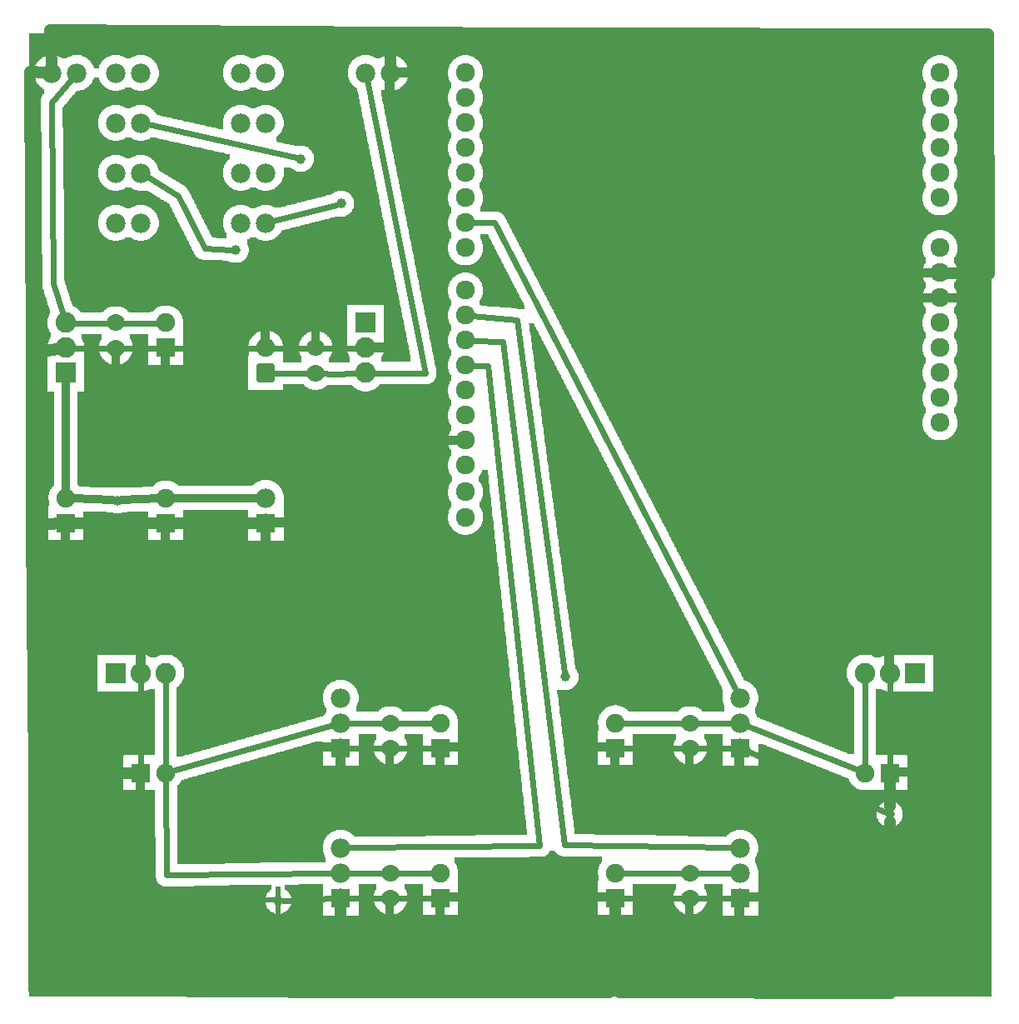
<source format=gbl>
G04 MADE WITH FRITZING*
G04 WWW.FRITZING.ORG*
G04 DOUBLE SIDED*
G04 HOLES PLATED*
G04 CONTOUR ON CENTER OF CONTOUR VECTOR*
%ASAXBY*%
%FSLAX23Y23*%
%MOIN*%
%OFA0B0*%
%SFA1.0B1.0*%
%ADD10C,0.075000*%
%ADD11C,0.075833*%
%ADD12C,0.078000*%
%ADD13C,0.082000*%
%ADD14C,0.070000*%
%ADD15C,0.039370*%
%ADD16R,0.078000X0.078000*%
%ADD17R,0.082000X0.082000*%
%ADD18R,0.075000X0.075000*%
%ADD19C,0.024000*%
%ADD20C,0.048000*%
%ADD21C,0.032000*%
%ADD22C,0.020000*%
%LNCOPPER0*%
G90*
G70*
G54D10*
X3814Y3817D03*
G54D11*
X1790Y1961D03*
X1790Y2062D03*
X1790Y2169D03*
X1790Y2269D03*
X1790Y2369D03*
X1790Y2469D03*
X1790Y2569D03*
X1790Y2669D03*
X1790Y2769D03*
X1790Y2869D03*
X1790Y3039D03*
X1790Y3139D03*
X1790Y3239D03*
X1790Y3339D03*
X1790Y3439D03*
X1790Y3539D03*
X1790Y3639D03*
X1790Y3739D03*
X3690Y2339D03*
X3690Y2439D03*
X3690Y2539D03*
X3690Y2639D03*
X3690Y2739D03*
X3690Y2839D03*
X3690Y2939D03*
X3690Y3039D03*
X3690Y3239D03*
X3690Y3339D03*
X3690Y3439D03*
X3690Y3539D03*
X3690Y3639D03*
X3690Y3739D03*
G54D12*
X990Y1938D03*
X990Y2038D03*
X234Y3738D03*
X134Y3738D03*
X1390Y3738D03*
X1490Y3738D03*
X490Y3138D03*
X390Y3138D03*
X990Y3338D03*
X890Y3338D03*
X990Y3538D03*
X890Y3538D03*
X990Y3738D03*
X890Y3738D03*
X990Y3138D03*
X890Y3138D03*
X490Y3338D03*
X390Y3338D03*
X490Y3538D03*
X390Y3538D03*
X390Y3738D03*
X490Y3738D03*
G54D13*
X390Y1338D03*
X490Y1338D03*
X590Y1338D03*
X3590Y1338D03*
X3490Y1338D03*
X3390Y1338D03*
X1390Y2739D03*
X1390Y2639D03*
X1390Y2539D03*
X190Y2539D03*
X190Y2639D03*
X190Y2739D03*
G54D12*
X2890Y438D03*
X2890Y538D03*
X2890Y638D03*
X2890Y1038D03*
X2890Y1138D03*
X2890Y1238D03*
X1290Y438D03*
X1290Y538D03*
X1290Y638D03*
X1290Y1038D03*
X1290Y1138D03*
X1290Y1238D03*
G54D14*
X1490Y538D03*
X1490Y438D03*
X1490Y1138D03*
X1490Y1038D03*
X2690Y538D03*
X2690Y438D03*
X2690Y1138D03*
X2690Y1038D03*
X390Y2739D03*
X390Y2638D03*
X1190Y2639D03*
X1190Y2538D03*
G54D10*
X590Y2639D03*
X590Y2739D03*
X990Y2539D03*
X990Y2639D03*
X2390Y1038D03*
X2390Y1138D03*
X2390Y438D03*
X2390Y538D03*
X1690Y438D03*
X1690Y538D03*
X1690Y1038D03*
X1690Y1138D03*
X490Y938D03*
X590Y938D03*
X190Y1938D03*
X190Y2038D03*
X590Y1938D03*
X590Y2038D03*
X3490Y938D03*
X3390Y938D03*
G54D15*
X396Y2028D03*
X1041Y427D03*
X3489Y774D03*
X2190Y1322D03*
X870Y3030D03*
X1131Y3395D03*
X1292Y3216D03*
G54D16*
X990Y1938D03*
G54D17*
X390Y1338D03*
X3590Y1338D03*
X1390Y2739D03*
X190Y2539D03*
G54D16*
X2890Y438D03*
X2890Y1038D03*
X1290Y438D03*
X1290Y1038D03*
G54D18*
X590Y2639D03*
X2390Y1038D03*
X2390Y438D03*
X1690Y438D03*
X1690Y1038D03*
X490Y938D03*
X190Y1938D03*
X590Y1938D03*
X3490Y938D03*
G54D19*
X492Y2638D02*
X562Y2638D01*
D02*
X416Y2638D02*
X492Y2638D01*
D02*
X292Y2638D02*
X364Y2638D01*
D02*
X222Y2638D02*
X292Y2638D01*
D02*
X792Y2638D02*
X619Y2638D01*
D02*
X962Y2638D02*
X792Y2638D01*
D02*
X1291Y2638D02*
X1216Y2638D01*
D02*
X1358Y2638D02*
X1291Y2638D01*
D02*
X1092Y2638D02*
X1019Y2638D01*
D02*
X1164Y2638D02*
X1092Y2638D01*
G54D20*
D02*
X54Y2616D02*
X159Y2633D01*
D02*
X48Y3742D02*
X54Y2616D01*
D02*
X104Y3740D02*
X48Y3742D01*
G54D19*
D02*
X140Y2897D02*
X181Y2769D01*
D02*
X134Y3621D02*
X140Y2897D01*
D02*
X214Y3715D02*
X134Y3621D01*
D02*
X314Y2737D02*
X364Y2738D01*
D02*
X222Y2738D02*
X314Y2737D01*
D02*
X462Y2737D02*
X416Y2738D01*
D02*
X562Y2738D02*
X462Y2737D01*
D02*
X1258Y2533D02*
X1216Y2536D01*
D02*
X1358Y2537D02*
X1258Y2533D01*
D02*
X1092Y2536D02*
X1164Y2538D01*
D02*
X1019Y2538D02*
X1092Y2536D01*
G54D20*
D02*
X562Y1938D02*
X219Y1938D01*
D02*
X960Y1938D02*
X619Y1938D01*
G54D21*
D02*
X190Y2506D02*
X190Y2067D01*
D02*
X415Y2029D02*
X562Y2037D01*
D02*
X219Y2037D02*
X377Y2029D01*
D02*
X960Y2038D02*
X619Y2038D01*
G54D20*
D02*
X55Y2624D02*
X52Y1928D01*
D02*
X158Y2635D02*
X55Y2624D01*
D02*
X52Y1928D02*
X162Y1936D01*
D02*
X2072Y3897D02*
X3884Y3893D01*
D02*
X3884Y3893D02*
X3887Y2935D01*
D02*
X1492Y3900D02*
X2072Y3897D01*
D02*
X3887Y2935D02*
X3719Y2938D01*
D02*
X128Y3910D02*
X1492Y3900D01*
D02*
X1492Y3900D02*
X1491Y3769D01*
D02*
X133Y3768D02*
X128Y3910D01*
G54D19*
D02*
X490Y1140D02*
X490Y967D01*
D02*
X490Y1306D02*
X490Y1140D01*
G54D20*
D02*
X52Y1928D02*
X62Y937D01*
D02*
X62Y937D02*
X462Y938D01*
D02*
X1287Y60D02*
X1290Y408D01*
D02*
X62Y937D02*
X65Y70D01*
D02*
X65Y70D02*
X1287Y60D01*
G54D19*
D02*
X1464Y438D02*
X1320Y438D01*
D02*
X1662Y438D02*
X1516Y438D01*
D02*
X1662Y538D02*
X1516Y538D01*
D02*
X1464Y538D02*
X1320Y538D01*
D02*
X590Y1306D02*
X590Y967D01*
D02*
X1261Y1130D02*
X618Y946D01*
D02*
X595Y529D02*
X1260Y538D01*
D02*
X591Y910D02*
X595Y529D01*
D02*
X1662Y1138D02*
X1516Y1138D01*
D02*
X1464Y1138D02*
X1320Y1138D01*
D02*
X1662Y1038D02*
X1516Y1038D01*
D02*
X1464Y1038D02*
X1320Y1038D01*
D02*
X1060Y428D02*
X1260Y437D01*
G54D20*
D02*
X1287Y60D02*
X2368Y60D01*
D02*
X2387Y79D02*
X2390Y410D01*
G54D19*
D02*
X2664Y438D02*
X2419Y438D01*
D02*
X2860Y438D02*
X2716Y438D01*
D02*
X2860Y538D02*
X2716Y538D01*
D02*
X2419Y538D02*
X2664Y538D01*
D02*
X2419Y1038D02*
X2664Y1038D01*
D02*
X2716Y1038D02*
X2860Y1038D01*
D02*
X2419Y1138D02*
X2664Y1138D01*
D02*
X2716Y1138D02*
X2860Y1138D01*
G54D20*
D02*
X3489Y804D02*
X3490Y899D01*
D02*
X3495Y57D02*
X3489Y744D01*
D02*
X2406Y60D02*
X3495Y57D01*
G54D19*
D02*
X3490Y1306D02*
X3490Y967D01*
D02*
X3390Y1306D02*
X3390Y967D01*
D02*
X3472Y781D02*
X2918Y1026D01*
D02*
X3364Y949D02*
X2918Y1127D01*
D02*
X1907Y3139D02*
X2877Y1265D01*
D02*
X1819Y3139D02*
X1907Y3139D01*
D02*
X2188Y650D02*
X2860Y639D01*
D02*
X1941Y2664D02*
X2188Y650D01*
D02*
X1819Y2668D02*
X1941Y2664D01*
D02*
X1879Y2567D02*
X2087Y646D01*
D02*
X2087Y646D02*
X1320Y639D01*
D02*
X1819Y2568D02*
X1879Y2567D01*
D02*
X1997Y2751D02*
X2188Y1341D01*
D02*
X1818Y2766D02*
X1997Y2751D01*
D02*
X639Y3247D02*
X516Y3323D01*
D02*
X851Y3031D02*
X747Y3036D01*
D02*
X747Y3036D02*
X639Y3247D01*
D02*
X1274Y3211D02*
X1020Y3146D01*
D02*
X1113Y3399D02*
X520Y3532D01*
D02*
X1629Y2538D02*
X1422Y2538D01*
D02*
X1396Y3709D02*
X1629Y2538D01*
G36*
X44Y3897D02*
X44Y3809D01*
X3704Y3809D01*
X3704Y3807D01*
X3712Y3807D01*
X3712Y3805D01*
X3718Y3805D01*
X3718Y3803D01*
X3722Y3803D01*
X3722Y3801D01*
X3724Y3801D01*
X3724Y3799D01*
X3728Y3799D01*
X3728Y3797D01*
X3730Y3797D01*
X3730Y3795D01*
X3734Y3795D01*
X3734Y3793D01*
X3736Y3793D01*
X3736Y3791D01*
X3738Y3791D01*
X3738Y3789D01*
X3740Y3789D01*
X3740Y3787D01*
X3742Y3787D01*
X3742Y3785D01*
X3744Y3785D01*
X3744Y3783D01*
X3746Y3783D01*
X3746Y3781D01*
X3748Y3781D01*
X3748Y3777D01*
X3750Y3777D01*
X3750Y3775D01*
X3752Y3775D01*
X3752Y3771D01*
X3754Y3771D01*
X3754Y3767D01*
X3756Y3767D01*
X3756Y3763D01*
X3758Y3763D01*
X3758Y3755D01*
X3760Y3755D01*
X3760Y3721D01*
X3758Y3721D01*
X3758Y3715D01*
X3756Y3715D01*
X3756Y3709D01*
X3754Y3709D01*
X3754Y3705D01*
X3752Y3705D01*
X3752Y3703D01*
X3750Y3703D01*
X3750Y3699D01*
X3748Y3699D01*
X3748Y3677D01*
X3750Y3677D01*
X3750Y3675D01*
X3752Y3675D01*
X3752Y3671D01*
X3754Y3671D01*
X3754Y3667D01*
X3756Y3667D01*
X3756Y3663D01*
X3758Y3663D01*
X3758Y3655D01*
X3760Y3655D01*
X3760Y3621D01*
X3758Y3621D01*
X3758Y3615D01*
X3756Y3615D01*
X3756Y3609D01*
X3754Y3609D01*
X3754Y3605D01*
X3752Y3605D01*
X3752Y3603D01*
X3750Y3603D01*
X3750Y3599D01*
X3748Y3599D01*
X3748Y3577D01*
X3750Y3577D01*
X3750Y3575D01*
X3752Y3575D01*
X3752Y3571D01*
X3754Y3571D01*
X3754Y3567D01*
X3756Y3567D01*
X3756Y3563D01*
X3758Y3563D01*
X3758Y3555D01*
X3760Y3555D01*
X3760Y3521D01*
X3758Y3521D01*
X3758Y3515D01*
X3756Y3515D01*
X3756Y3509D01*
X3754Y3509D01*
X3754Y3505D01*
X3752Y3505D01*
X3752Y3503D01*
X3750Y3503D01*
X3750Y3499D01*
X3748Y3499D01*
X3748Y3477D01*
X3750Y3477D01*
X3750Y3475D01*
X3752Y3475D01*
X3752Y3471D01*
X3754Y3471D01*
X3754Y3467D01*
X3756Y3467D01*
X3756Y3463D01*
X3758Y3463D01*
X3758Y3455D01*
X3760Y3455D01*
X3760Y3421D01*
X3758Y3421D01*
X3758Y3415D01*
X3756Y3415D01*
X3756Y3409D01*
X3754Y3409D01*
X3754Y3405D01*
X3752Y3405D01*
X3752Y3403D01*
X3750Y3403D01*
X3750Y3399D01*
X3748Y3399D01*
X3748Y3377D01*
X3750Y3377D01*
X3750Y3375D01*
X3752Y3375D01*
X3752Y3371D01*
X3754Y3371D01*
X3754Y3367D01*
X3756Y3367D01*
X3756Y3363D01*
X3758Y3363D01*
X3758Y3355D01*
X3760Y3355D01*
X3760Y3321D01*
X3758Y3321D01*
X3758Y3315D01*
X3756Y3315D01*
X3756Y3309D01*
X3754Y3309D01*
X3754Y3305D01*
X3752Y3305D01*
X3752Y3303D01*
X3750Y3303D01*
X3750Y3299D01*
X3748Y3299D01*
X3748Y3277D01*
X3750Y3277D01*
X3750Y3275D01*
X3752Y3275D01*
X3752Y3271D01*
X3754Y3271D01*
X3754Y3267D01*
X3756Y3267D01*
X3756Y3263D01*
X3758Y3263D01*
X3758Y3255D01*
X3760Y3255D01*
X3760Y3221D01*
X3758Y3221D01*
X3758Y3215D01*
X3756Y3215D01*
X3756Y3209D01*
X3754Y3209D01*
X3754Y3205D01*
X3752Y3205D01*
X3752Y3203D01*
X3750Y3203D01*
X3750Y3199D01*
X3748Y3199D01*
X3748Y3197D01*
X3746Y3197D01*
X3746Y3195D01*
X3744Y3195D01*
X3744Y3193D01*
X3742Y3193D01*
X3742Y3189D01*
X3740Y3189D01*
X3740Y3187D01*
X3736Y3187D01*
X3736Y3185D01*
X3734Y3185D01*
X3734Y3183D01*
X3732Y3183D01*
X3732Y3181D01*
X3730Y3181D01*
X3730Y3179D01*
X3726Y3179D01*
X3726Y3177D01*
X3724Y3177D01*
X3724Y3175D01*
X3720Y3175D01*
X3720Y3173D01*
X3714Y3173D01*
X3714Y3171D01*
X3708Y3171D01*
X3708Y3169D01*
X3896Y3169D01*
X3896Y3897D01*
X44Y3897D01*
G37*
D02*
G36*
X44Y3809D02*
X44Y3749D01*
X64Y3749D01*
X64Y3759D01*
X66Y3759D01*
X66Y3765D01*
X68Y3765D01*
X68Y3769D01*
X70Y3769D01*
X70Y3773D01*
X72Y3773D01*
X72Y3777D01*
X74Y3777D01*
X74Y3779D01*
X76Y3779D01*
X76Y3781D01*
X78Y3781D01*
X78Y3785D01*
X80Y3785D01*
X80Y3787D01*
X82Y3787D01*
X82Y3789D01*
X84Y3789D01*
X84Y3791D01*
X86Y3791D01*
X86Y3793D01*
X88Y3793D01*
X88Y3795D01*
X92Y3795D01*
X92Y3797D01*
X94Y3797D01*
X94Y3799D01*
X98Y3799D01*
X98Y3801D01*
X100Y3801D01*
X100Y3803D01*
X104Y3803D01*
X104Y3805D01*
X110Y3805D01*
X110Y3807D01*
X116Y3807D01*
X116Y3809D01*
X44Y3809D01*
G37*
D02*
G36*
X152Y3809D02*
X152Y3807D01*
X158Y3807D01*
X158Y3805D01*
X164Y3805D01*
X164Y3803D01*
X166Y3803D01*
X166Y3801D01*
X170Y3801D01*
X170Y3799D01*
X174Y3799D01*
X174Y3797D01*
X194Y3797D01*
X194Y3799D01*
X198Y3799D01*
X198Y3801D01*
X200Y3801D01*
X200Y3803D01*
X204Y3803D01*
X204Y3805D01*
X210Y3805D01*
X210Y3807D01*
X216Y3807D01*
X216Y3809D01*
X152Y3809D01*
G37*
D02*
G36*
X252Y3809D02*
X252Y3807D01*
X258Y3807D01*
X258Y3805D01*
X264Y3805D01*
X264Y3803D01*
X266Y3803D01*
X266Y3801D01*
X270Y3801D01*
X270Y3799D01*
X274Y3799D01*
X274Y3797D01*
X276Y3797D01*
X276Y3795D01*
X278Y3795D01*
X278Y3793D01*
X280Y3793D01*
X280Y3791D01*
X284Y3791D01*
X284Y3789D01*
X286Y3789D01*
X286Y3785D01*
X288Y3785D01*
X288Y3783D01*
X290Y3783D01*
X290Y3781D01*
X292Y3781D01*
X292Y3779D01*
X294Y3779D01*
X294Y3775D01*
X296Y3775D01*
X296Y3773D01*
X298Y3773D01*
X298Y3769D01*
X300Y3769D01*
X300Y3763D01*
X302Y3763D01*
X302Y3757D01*
X322Y3757D01*
X322Y3763D01*
X324Y3763D01*
X324Y3769D01*
X326Y3769D01*
X326Y3773D01*
X328Y3773D01*
X328Y3775D01*
X330Y3775D01*
X330Y3779D01*
X332Y3779D01*
X332Y3781D01*
X334Y3781D01*
X334Y3783D01*
X336Y3783D01*
X336Y3785D01*
X338Y3785D01*
X338Y3789D01*
X340Y3789D01*
X340Y3791D01*
X344Y3791D01*
X344Y3793D01*
X346Y3793D01*
X346Y3795D01*
X348Y3795D01*
X348Y3797D01*
X350Y3797D01*
X350Y3799D01*
X354Y3799D01*
X354Y3801D01*
X358Y3801D01*
X358Y3803D01*
X360Y3803D01*
X360Y3805D01*
X366Y3805D01*
X366Y3807D01*
X372Y3807D01*
X372Y3809D01*
X252Y3809D01*
G37*
D02*
G36*
X408Y3809D02*
X408Y3807D01*
X416Y3807D01*
X416Y3805D01*
X420Y3805D01*
X420Y3803D01*
X424Y3803D01*
X424Y3801D01*
X428Y3801D01*
X428Y3799D01*
X430Y3799D01*
X430Y3797D01*
X450Y3797D01*
X450Y3799D01*
X454Y3799D01*
X454Y3801D01*
X458Y3801D01*
X458Y3803D01*
X460Y3803D01*
X460Y3805D01*
X466Y3805D01*
X466Y3807D01*
X472Y3807D01*
X472Y3809D01*
X408Y3809D01*
G37*
D02*
G36*
X508Y3809D02*
X508Y3807D01*
X516Y3807D01*
X516Y3805D01*
X520Y3805D01*
X520Y3803D01*
X524Y3803D01*
X524Y3801D01*
X528Y3801D01*
X528Y3799D01*
X530Y3799D01*
X530Y3797D01*
X532Y3797D01*
X532Y3795D01*
X536Y3795D01*
X536Y3793D01*
X538Y3793D01*
X538Y3791D01*
X540Y3791D01*
X540Y3789D01*
X542Y3789D01*
X542Y3787D01*
X544Y3787D01*
X544Y3785D01*
X546Y3785D01*
X546Y3783D01*
X548Y3783D01*
X548Y3779D01*
X550Y3779D01*
X550Y3777D01*
X552Y3777D01*
X552Y3773D01*
X554Y3773D01*
X554Y3769D01*
X556Y3769D01*
X556Y3765D01*
X558Y3765D01*
X558Y3761D01*
X560Y3761D01*
X560Y3751D01*
X562Y3751D01*
X562Y3725D01*
X560Y3725D01*
X560Y3717D01*
X558Y3717D01*
X558Y3711D01*
X556Y3711D01*
X556Y3707D01*
X554Y3707D01*
X554Y3703D01*
X552Y3703D01*
X552Y3701D01*
X550Y3701D01*
X550Y3697D01*
X548Y3697D01*
X548Y3695D01*
X546Y3695D01*
X546Y3693D01*
X544Y3693D01*
X544Y3691D01*
X542Y3691D01*
X542Y3689D01*
X540Y3689D01*
X540Y3687D01*
X538Y3687D01*
X538Y3685D01*
X536Y3685D01*
X536Y3683D01*
X534Y3683D01*
X534Y3681D01*
X532Y3681D01*
X532Y3679D01*
X528Y3679D01*
X528Y3677D01*
X526Y3677D01*
X526Y3675D01*
X522Y3675D01*
X522Y3673D01*
X518Y3673D01*
X518Y3671D01*
X512Y3671D01*
X512Y3669D01*
X504Y3669D01*
X504Y3667D01*
X876Y3667D01*
X876Y3669D01*
X868Y3669D01*
X868Y3671D01*
X864Y3671D01*
X864Y3673D01*
X858Y3673D01*
X858Y3675D01*
X856Y3675D01*
X856Y3677D01*
X852Y3677D01*
X852Y3679D01*
X850Y3679D01*
X850Y3681D01*
X846Y3681D01*
X846Y3683D01*
X844Y3683D01*
X844Y3685D01*
X842Y3685D01*
X842Y3687D01*
X840Y3687D01*
X840Y3689D01*
X838Y3689D01*
X838Y3691D01*
X836Y3691D01*
X836Y3693D01*
X834Y3693D01*
X834Y3695D01*
X832Y3695D01*
X832Y3699D01*
X830Y3699D01*
X830Y3701D01*
X828Y3701D01*
X828Y3705D01*
X826Y3705D01*
X826Y3709D01*
X824Y3709D01*
X824Y3713D01*
X822Y3713D01*
X822Y3719D01*
X820Y3719D01*
X820Y3757D01*
X822Y3757D01*
X822Y3763D01*
X824Y3763D01*
X824Y3769D01*
X826Y3769D01*
X826Y3773D01*
X828Y3773D01*
X828Y3775D01*
X830Y3775D01*
X830Y3779D01*
X832Y3779D01*
X832Y3781D01*
X834Y3781D01*
X834Y3783D01*
X836Y3783D01*
X836Y3785D01*
X838Y3785D01*
X838Y3789D01*
X840Y3789D01*
X840Y3791D01*
X844Y3791D01*
X844Y3793D01*
X846Y3793D01*
X846Y3795D01*
X848Y3795D01*
X848Y3797D01*
X850Y3797D01*
X850Y3799D01*
X854Y3799D01*
X854Y3801D01*
X858Y3801D01*
X858Y3803D01*
X860Y3803D01*
X860Y3805D01*
X866Y3805D01*
X866Y3807D01*
X872Y3807D01*
X872Y3809D01*
X508Y3809D01*
G37*
D02*
G36*
X908Y3809D02*
X908Y3807D01*
X916Y3807D01*
X916Y3805D01*
X920Y3805D01*
X920Y3803D01*
X924Y3803D01*
X924Y3801D01*
X928Y3801D01*
X928Y3799D01*
X930Y3799D01*
X930Y3797D01*
X950Y3797D01*
X950Y3799D01*
X954Y3799D01*
X954Y3801D01*
X958Y3801D01*
X958Y3803D01*
X960Y3803D01*
X960Y3805D01*
X966Y3805D01*
X966Y3807D01*
X972Y3807D01*
X972Y3809D01*
X908Y3809D01*
G37*
D02*
G36*
X1008Y3809D02*
X1008Y3807D01*
X1016Y3807D01*
X1016Y3805D01*
X1020Y3805D01*
X1020Y3803D01*
X1024Y3803D01*
X1024Y3801D01*
X1028Y3801D01*
X1028Y3799D01*
X1030Y3799D01*
X1030Y3797D01*
X1032Y3797D01*
X1032Y3795D01*
X1036Y3795D01*
X1036Y3793D01*
X1038Y3793D01*
X1038Y3791D01*
X1040Y3791D01*
X1040Y3789D01*
X1042Y3789D01*
X1042Y3787D01*
X1044Y3787D01*
X1044Y3785D01*
X1046Y3785D01*
X1046Y3783D01*
X1048Y3783D01*
X1048Y3779D01*
X1050Y3779D01*
X1050Y3777D01*
X1052Y3777D01*
X1052Y3773D01*
X1054Y3773D01*
X1054Y3769D01*
X1056Y3769D01*
X1056Y3765D01*
X1058Y3765D01*
X1058Y3761D01*
X1060Y3761D01*
X1060Y3751D01*
X1062Y3751D01*
X1062Y3725D01*
X1060Y3725D01*
X1060Y3717D01*
X1058Y3717D01*
X1058Y3711D01*
X1056Y3711D01*
X1056Y3707D01*
X1054Y3707D01*
X1054Y3703D01*
X1052Y3703D01*
X1052Y3701D01*
X1050Y3701D01*
X1050Y3697D01*
X1048Y3697D01*
X1048Y3695D01*
X1046Y3695D01*
X1046Y3693D01*
X1044Y3693D01*
X1044Y3691D01*
X1042Y3691D01*
X1042Y3689D01*
X1040Y3689D01*
X1040Y3687D01*
X1038Y3687D01*
X1038Y3685D01*
X1036Y3685D01*
X1036Y3683D01*
X1034Y3683D01*
X1034Y3681D01*
X1032Y3681D01*
X1032Y3679D01*
X1028Y3679D01*
X1028Y3677D01*
X1026Y3677D01*
X1026Y3675D01*
X1022Y3675D01*
X1022Y3673D01*
X1018Y3673D01*
X1018Y3671D01*
X1012Y3671D01*
X1012Y3669D01*
X1004Y3669D01*
X1004Y3667D01*
X1358Y3667D01*
X1358Y3675D01*
X1356Y3675D01*
X1356Y3677D01*
X1352Y3677D01*
X1352Y3679D01*
X1350Y3679D01*
X1350Y3681D01*
X1346Y3681D01*
X1346Y3683D01*
X1344Y3683D01*
X1344Y3685D01*
X1342Y3685D01*
X1342Y3687D01*
X1340Y3687D01*
X1340Y3689D01*
X1338Y3689D01*
X1338Y3691D01*
X1336Y3691D01*
X1336Y3693D01*
X1334Y3693D01*
X1334Y3695D01*
X1332Y3695D01*
X1332Y3699D01*
X1330Y3699D01*
X1330Y3701D01*
X1328Y3701D01*
X1328Y3705D01*
X1326Y3705D01*
X1326Y3709D01*
X1324Y3709D01*
X1324Y3713D01*
X1322Y3713D01*
X1322Y3719D01*
X1320Y3719D01*
X1320Y3757D01*
X1322Y3757D01*
X1322Y3763D01*
X1324Y3763D01*
X1324Y3769D01*
X1326Y3769D01*
X1326Y3773D01*
X1328Y3773D01*
X1328Y3775D01*
X1330Y3775D01*
X1330Y3779D01*
X1332Y3779D01*
X1332Y3781D01*
X1334Y3781D01*
X1334Y3783D01*
X1336Y3783D01*
X1336Y3785D01*
X1338Y3785D01*
X1338Y3789D01*
X1340Y3789D01*
X1340Y3791D01*
X1344Y3791D01*
X1344Y3793D01*
X1346Y3793D01*
X1346Y3795D01*
X1348Y3795D01*
X1348Y3797D01*
X1350Y3797D01*
X1350Y3799D01*
X1354Y3799D01*
X1354Y3801D01*
X1358Y3801D01*
X1358Y3803D01*
X1360Y3803D01*
X1360Y3805D01*
X1366Y3805D01*
X1366Y3807D01*
X1372Y3807D01*
X1372Y3809D01*
X1008Y3809D01*
G37*
D02*
G36*
X1408Y3809D02*
X1408Y3807D01*
X1416Y3807D01*
X1416Y3805D01*
X1420Y3805D01*
X1420Y3803D01*
X1424Y3803D01*
X1424Y3801D01*
X1428Y3801D01*
X1428Y3799D01*
X1430Y3799D01*
X1430Y3797D01*
X1450Y3797D01*
X1450Y3799D01*
X1454Y3799D01*
X1454Y3801D01*
X1458Y3801D01*
X1458Y3803D01*
X1460Y3803D01*
X1460Y3805D01*
X1466Y3805D01*
X1466Y3807D01*
X1472Y3807D01*
X1472Y3809D01*
X1408Y3809D01*
G37*
D02*
G36*
X1508Y3809D02*
X1508Y3807D01*
X1516Y3807D01*
X1516Y3805D01*
X1520Y3805D01*
X1520Y3803D01*
X1524Y3803D01*
X1524Y3801D01*
X1528Y3801D01*
X1528Y3799D01*
X1530Y3799D01*
X1530Y3797D01*
X1532Y3797D01*
X1532Y3795D01*
X1536Y3795D01*
X1536Y3793D01*
X1538Y3793D01*
X1538Y3791D01*
X1540Y3791D01*
X1540Y3789D01*
X1542Y3789D01*
X1542Y3787D01*
X1544Y3787D01*
X1544Y3785D01*
X1546Y3785D01*
X1546Y3783D01*
X1548Y3783D01*
X1548Y3779D01*
X1550Y3779D01*
X1550Y3777D01*
X1552Y3777D01*
X1552Y3773D01*
X1554Y3773D01*
X1554Y3769D01*
X1556Y3769D01*
X1556Y3765D01*
X1558Y3765D01*
X1558Y3761D01*
X1560Y3761D01*
X1560Y3751D01*
X1562Y3751D01*
X1562Y3725D01*
X1560Y3725D01*
X1560Y3717D01*
X1558Y3717D01*
X1558Y3711D01*
X1556Y3711D01*
X1556Y3707D01*
X1554Y3707D01*
X1554Y3703D01*
X1552Y3703D01*
X1552Y3701D01*
X1550Y3701D01*
X1550Y3697D01*
X1548Y3697D01*
X1548Y3695D01*
X1546Y3695D01*
X1546Y3693D01*
X1544Y3693D01*
X1544Y3691D01*
X1542Y3691D01*
X1542Y3689D01*
X1540Y3689D01*
X1540Y3687D01*
X1538Y3687D01*
X1538Y3685D01*
X1536Y3685D01*
X1536Y3683D01*
X1534Y3683D01*
X1534Y3681D01*
X1532Y3681D01*
X1532Y3679D01*
X1528Y3679D01*
X1528Y3677D01*
X1526Y3677D01*
X1526Y3675D01*
X1522Y3675D01*
X1522Y3673D01*
X1518Y3673D01*
X1518Y3671D01*
X1512Y3671D01*
X1512Y3669D01*
X1504Y3669D01*
X1504Y3667D01*
X1726Y3667D01*
X1726Y3669D01*
X1728Y3669D01*
X1728Y3673D01*
X1730Y3673D01*
X1730Y3677D01*
X1732Y3677D01*
X1732Y3701D01*
X1730Y3701D01*
X1730Y3703D01*
X1728Y3703D01*
X1728Y3707D01*
X1726Y3707D01*
X1726Y3711D01*
X1724Y3711D01*
X1724Y3717D01*
X1722Y3717D01*
X1722Y3725D01*
X1720Y3725D01*
X1720Y3753D01*
X1722Y3753D01*
X1722Y3761D01*
X1724Y3761D01*
X1724Y3765D01*
X1726Y3765D01*
X1726Y3769D01*
X1728Y3769D01*
X1728Y3773D01*
X1730Y3773D01*
X1730Y3777D01*
X1732Y3777D01*
X1732Y3779D01*
X1734Y3779D01*
X1734Y3781D01*
X1736Y3781D01*
X1736Y3785D01*
X1738Y3785D01*
X1738Y3787D01*
X1740Y3787D01*
X1740Y3789D01*
X1742Y3789D01*
X1742Y3791D01*
X1744Y3791D01*
X1744Y3793D01*
X1748Y3793D01*
X1748Y3795D01*
X1750Y3795D01*
X1750Y3797D01*
X1752Y3797D01*
X1752Y3799D01*
X1756Y3799D01*
X1756Y3801D01*
X1760Y3801D01*
X1760Y3803D01*
X1764Y3803D01*
X1764Y3805D01*
X1768Y3805D01*
X1768Y3807D01*
X1778Y3807D01*
X1778Y3809D01*
X1508Y3809D01*
G37*
D02*
G36*
X1804Y3809D02*
X1804Y3807D01*
X1812Y3807D01*
X1812Y3805D01*
X1818Y3805D01*
X1818Y3803D01*
X1822Y3803D01*
X1822Y3801D01*
X1824Y3801D01*
X1824Y3799D01*
X1828Y3799D01*
X1828Y3797D01*
X1830Y3797D01*
X1830Y3795D01*
X1834Y3795D01*
X1834Y3793D01*
X1836Y3793D01*
X1836Y3791D01*
X1838Y3791D01*
X1838Y3789D01*
X1840Y3789D01*
X1840Y3787D01*
X1842Y3787D01*
X1842Y3785D01*
X1844Y3785D01*
X1844Y3783D01*
X1846Y3783D01*
X1846Y3781D01*
X1848Y3781D01*
X1848Y3777D01*
X1850Y3777D01*
X1850Y3775D01*
X1852Y3775D01*
X1852Y3771D01*
X1854Y3771D01*
X1854Y3767D01*
X1856Y3767D01*
X1856Y3763D01*
X1858Y3763D01*
X1858Y3755D01*
X1860Y3755D01*
X1860Y3721D01*
X1858Y3721D01*
X1858Y3715D01*
X1856Y3715D01*
X1856Y3709D01*
X1854Y3709D01*
X1854Y3705D01*
X1852Y3705D01*
X1852Y3703D01*
X1850Y3703D01*
X1850Y3699D01*
X1848Y3699D01*
X1848Y3677D01*
X1850Y3677D01*
X1850Y3675D01*
X1852Y3675D01*
X1852Y3671D01*
X1854Y3671D01*
X1854Y3667D01*
X1856Y3667D01*
X1856Y3663D01*
X1858Y3663D01*
X1858Y3655D01*
X1860Y3655D01*
X1860Y3621D01*
X1858Y3621D01*
X1858Y3615D01*
X1856Y3615D01*
X1856Y3609D01*
X1854Y3609D01*
X1854Y3605D01*
X1852Y3605D01*
X1852Y3603D01*
X1850Y3603D01*
X1850Y3599D01*
X1848Y3599D01*
X1848Y3577D01*
X1850Y3577D01*
X1850Y3575D01*
X1852Y3575D01*
X1852Y3571D01*
X1854Y3571D01*
X1854Y3567D01*
X1856Y3567D01*
X1856Y3563D01*
X1858Y3563D01*
X1858Y3555D01*
X1860Y3555D01*
X1860Y3521D01*
X1858Y3521D01*
X1858Y3515D01*
X1856Y3515D01*
X1856Y3509D01*
X1854Y3509D01*
X1854Y3505D01*
X1852Y3505D01*
X1852Y3503D01*
X1850Y3503D01*
X1850Y3499D01*
X1848Y3499D01*
X1848Y3477D01*
X1850Y3477D01*
X1850Y3475D01*
X1852Y3475D01*
X1852Y3471D01*
X1854Y3471D01*
X1854Y3467D01*
X1856Y3467D01*
X1856Y3463D01*
X1858Y3463D01*
X1858Y3455D01*
X1860Y3455D01*
X1860Y3421D01*
X1858Y3421D01*
X1858Y3415D01*
X1856Y3415D01*
X1856Y3409D01*
X1854Y3409D01*
X1854Y3405D01*
X1852Y3405D01*
X1852Y3403D01*
X1850Y3403D01*
X1850Y3399D01*
X1848Y3399D01*
X1848Y3377D01*
X1850Y3377D01*
X1850Y3375D01*
X1852Y3375D01*
X1852Y3371D01*
X1854Y3371D01*
X1854Y3367D01*
X1856Y3367D01*
X1856Y3363D01*
X1858Y3363D01*
X1858Y3355D01*
X1860Y3355D01*
X1860Y3321D01*
X1858Y3321D01*
X1858Y3315D01*
X1856Y3315D01*
X1856Y3309D01*
X1854Y3309D01*
X1854Y3305D01*
X1852Y3305D01*
X1852Y3303D01*
X1850Y3303D01*
X1850Y3299D01*
X1848Y3299D01*
X1848Y3277D01*
X1850Y3277D01*
X1850Y3275D01*
X1852Y3275D01*
X1852Y3271D01*
X1854Y3271D01*
X1854Y3267D01*
X1856Y3267D01*
X1856Y3263D01*
X1858Y3263D01*
X1858Y3255D01*
X1860Y3255D01*
X1860Y3221D01*
X1858Y3221D01*
X1858Y3215D01*
X1856Y3215D01*
X1856Y3209D01*
X1854Y3209D01*
X1854Y3205D01*
X1852Y3205D01*
X1852Y3203D01*
X1850Y3203D01*
X1850Y3183D01*
X1924Y3183D01*
X1924Y3181D01*
X1930Y3181D01*
X1930Y3179D01*
X1934Y3179D01*
X1934Y3177D01*
X1936Y3177D01*
X1936Y3175D01*
X1938Y3175D01*
X1938Y3173D01*
X1940Y3173D01*
X1940Y3171D01*
X1942Y3171D01*
X1942Y3169D01*
X3672Y3169D01*
X3672Y3171D01*
X3666Y3171D01*
X3666Y3173D01*
X3662Y3173D01*
X3662Y3175D01*
X3658Y3175D01*
X3658Y3177D01*
X3654Y3177D01*
X3654Y3179D01*
X3652Y3179D01*
X3652Y3181D01*
X3648Y3181D01*
X3648Y3183D01*
X3646Y3183D01*
X3646Y3185D01*
X3644Y3185D01*
X3644Y3187D01*
X3642Y3187D01*
X3642Y3189D01*
X3640Y3189D01*
X3640Y3191D01*
X3638Y3191D01*
X3638Y3193D01*
X3636Y3193D01*
X3636Y3195D01*
X3634Y3195D01*
X3634Y3197D01*
X3632Y3197D01*
X3632Y3201D01*
X3630Y3201D01*
X3630Y3203D01*
X3628Y3203D01*
X3628Y3207D01*
X3626Y3207D01*
X3626Y3211D01*
X3624Y3211D01*
X3624Y3217D01*
X3622Y3217D01*
X3622Y3225D01*
X3620Y3225D01*
X3620Y3253D01*
X3622Y3253D01*
X3622Y3261D01*
X3624Y3261D01*
X3624Y3265D01*
X3626Y3265D01*
X3626Y3269D01*
X3628Y3269D01*
X3628Y3273D01*
X3630Y3273D01*
X3630Y3277D01*
X3632Y3277D01*
X3632Y3301D01*
X3630Y3301D01*
X3630Y3303D01*
X3628Y3303D01*
X3628Y3307D01*
X3626Y3307D01*
X3626Y3311D01*
X3624Y3311D01*
X3624Y3317D01*
X3622Y3317D01*
X3622Y3325D01*
X3620Y3325D01*
X3620Y3353D01*
X3622Y3353D01*
X3622Y3361D01*
X3624Y3361D01*
X3624Y3365D01*
X3626Y3365D01*
X3626Y3369D01*
X3628Y3369D01*
X3628Y3373D01*
X3630Y3373D01*
X3630Y3377D01*
X3632Y3377D01*
X3632Y3401D01*
X3630Y3401D01*
X3630Y3403D01*
X3628Y3403D01*
X3628Y3407D01*
X3626Y3407D01*
X3626Y3411D01*
X3624Y3411D01*
X3624Y3417D01*
X3622Y3417D01*
X3622Y3425D01*
X3620Y3425D01*
X3620Y3453D01*
X3622Y3453D01*
X3622Y3461D01*
X3624Y3461D01*
X3624Y3465D01*
X3626Y3465D01*
X3626Y3469D01*
X3628Y3469D01*
X3628Y3473D01*
X3630Y3473D01*
X3630Y3477D01*
X3632Y3477D01*
X3632Y3501D01*
X3630Y3501D01*
X3630Y3503D01*
X3628Y3503D01*
X3628Y3507D01*
X3626Y3507D01*
X3626Y3511D01*
X3624Y3511D01*
X3624Y3517D01*
X3622Y3517D01*
X3622Y3525D01*
X3620Y3525D01*
X3620Y3553D01*
X3622Y3553D01*
X3622Y3561D01*
X3624Y3561D01*
X3624Y3565D01*
X3626Y3565D01*
X3626Y3569D01*
X3628Y3569D01*
X3628Y3573D01*
X3630Y3573D01*
X3630Y3577D01*
X3632Y3577D01*
X3632Y3601D01*
X3630Y3601D01*
X3630Y3603D01*
X3628Y3603D01*
X3628Y3607D01*
X3626Y3607D01*
X3626Y3611D01*
X3624Y3611D01*
X3624Y3617D01*
X3622Y3617D01*
X3622Y3625D01*
X3620Y3625D01*
X3620Y3653D01*
X3622Y3653D01*
X3622Y3661D01*
X3624Y3661D01*
X3624Y3665D01*
X3626Y3665D01*
X3626Y3669D01*
X3628Y3669D01*
X3628Y3673D01*
X3630Y3673D01*
X3630Y3677D01*
X3632Y3677D01*
X3632Y3701D01*
X3630Y3701D01*
X3630Y3703D01*
X3628Y3703D01*
X3628Y3707D01*
X3626Y3707D01*
X3626Y3711D01*
X3624Y3711D01*
X3624Y3717D01*
X3622Y3717D01*
X3622Y3725D01*
X3620Y3725D01*
X3620Y3753D01*
X3622Y3753D01*
X3622Y3761D01*
X3624Y3761D01*
X3624Y3765D01*
X3626Y3765D01*
X3626Y3769D01*
X3628Y3769D01*
X3628Y3773D01*
X3630Y3773D01*
X3630Y3777D01*
X3632Y3777D01*
X3632Y3779D01*
X3634Y3779D01*
X3634Y3781D01*
X3636Y3781D01*
X3636Y3785D01*
X3638Y3785D01*
X3638Y3787D01*
X3640Y3787D01*
X3640Y3789D01*
X3642Y3789D01*
X3642Y3791D01*
X3644Y3791D01*
X3644Y3793D01*
X3648Y3793D01*
X3648Y3795D01*
X3650Y3795D01*
X3650Y3797D01*
X3652Y3797D01*
X3652Y3799D01*
X3656Y3799D01*
X3656Y3801D01*
X3660Y3801D01*
X3660Y3803D01*
X3664Y3803D01*
X3664Y3805D01*
X3668Y3805D01*
X3668Y3807D01*
X3678Y3807D01*
X3678Y3809D01*
X1804Y3809D01*
G37*
D02*
G36*
X44Y3727D02*
X44Y1869D01*
X120Y1869D01*
X120Y2007D01*
X122Y2007D01*
X122Y2029D01*
X120Y2029D01*
X120Y2049D01*
X122Y2049D01*
X122Y2059D01*
X124Y2059D01*
X124Y2065D01*
X126Y2065D01*
X126Y2069D01*
X128Y2069D01*
X128Y2073D01*
X130Y2073D01*
X130Y2075D01*
X132Y2075D01*
X132Y2079D01*
X134Y2079D01*
X134Y2081D01*
X136Y2081D01*
X136Y2083D01*
X138Y2083D01*
X138Y2085D01*
X140Y2085D01*
X140Y2087D01*
X142Y2087D01*
X142Y2465D01*
X118Y2465D01*
X118Y2657D01*
X120Y2657D01*
X120Y2665D01*
X122Y2665D01*
X122Y2669D01*
X124Y2669D01*
X124Y2673D01*
X126Y2673D01*
X126Y2675D01*
X128Y2675D01*
X128Y2679D01*
X130Y2679D01*
X130Y2699D01*
X128Y2699D01*
X128Y2701D01*
X126Y2701D01*
X126Y2705D01*
X124Y2705D01*
X124Y2709D01*
X122Y2709D01*
X122Y2713D01*
X120Y2713D01*
X120Y2719D01*
X118Y2719D01*
X118Y2757D01*
X120Y2757D01*
X120Y2765D01*
X122Y2765D01*
X122Y2769D01*
X124Y2769D01*
X124Y2773D01*
X126Y2773D01*
X126Y2793D01*
X124Y2793D01*
X124Y2799D01*
X122Y2799D01*
X122Y2805D01*
X120Y2805D01*
X120Y2811D01*
X118Y2811D01*
X118Y2819D01*
X116Y2819D01*
X116Y2825D01*
X114Y2825D01*
X114Y2831D01*
X112Y2831D01*
X112Y2837D01*
X110Y2837D01*
X110Y2843D01*
X108Y2843D01*
X108Y2849D01*
X106Y2849D01*
X106Y2855D01*
X104Y2855D01*
X104Y2863D01*
X102Y2863D01*
X102Y2869D01*
X100Y2869D01*
X100Y2875D01*
X98Y2875D01*
X98Y2881D01*
X96Y2881D01*
X96Y3015D01*
X94Y3015D01*
X94Y3261D01*
X92Y3261D01*
X92Y3505D01*
X90Y3505D01*
X90Y3637D01*
X92Y3637D01*
X92Y3643D01*
X94Y3643D01*
X94Y3647D01*
X96Y3647D01*
X96Y3649D01*
X98Y3649D01*
X98Y3653D01*
X100Y3653D01*
X100Y3655D01*
X102Y3655D01*
X102Y3675D01*
X98Y3675D01*
X98Y3677D01*
X96Y3677D01*
X96Y3679D01*
X92Y3679D01*
X92Y3681D01*
X90Y3681D01*
X90Y3683D01*
X88Y3683D01*
X88Y3685D01*
X86Y3685D01*
X86Y3687D01*
X84Y3687D01*
X84Y3689D01*
X82Y3689D01*
X82Y3691D01*
X80Y3691D01*
X80Y3693D01*
X78Y3693D01*
X78Y3695D01*
X76Y3695D01*
X76Y3697D01*
X74Y3697D01*
X74Y3701D01*
X72Y3701D01*
X72Y3703D01*
X70Y3703D01*
X70Y3707D01*
X68Y3707D01*
X68Y3711D01*
X66Y3711D01*
X66Y3717D01*
X64Y3717D01*
X64Y3727D01*
X44Y3727D01*
G37*
D02*
G36*
X302Y3719D02*
X302Y3713D01*
X300Y3713D01*
X300Y3709D01*
X298Y3709D01*
X298Y3705D01*
X296Y3705D01*
X296Y3701D01*
X294Y3701D01*
X294Y3699D01*
X292Y3699D01*
X292Y3695D01*
X290Y3695D01*
X290Y3693D01*
X288Y3693D01*
X288Y3691D01*
X286Y3691D01*
X286Y3689D01*
X284Y3689D01*
X284Y3687D01*
X282Y3687D01*
X282Y3685D01*
X280Y3685D01*
X280Y3683D01*
X278Y3683D01*
X278Y3681D01*
X274Y3681D01*
X274Y3679D01*
X272Y3679D01*
X272Y3677D01*
X268Y3677D01*
X268Y3675D01*
X266Y3675D01*
X266Y3673D01*
X262Y3673D01*
X262Y3671D01*
X256Y3671D01*
X256Y3669D01*
X248Y3669D01*
X248Y3667D01*
X376Y3667D01*
X376Y3669D01*
X368Y3669D01*
X368Y3671D01*
X364Y3671D01*
X364Y3673D01*
X358Y3673D01*
X358Y3675D01*
X356Y3675D01*
X356Y3677D01*
X352Y3677D01*
X352Y3679D01*
X350Y3679D01*
X350Y3681D01*
X346Y3681D01*
X346Y3683D01*
X344Y3683D01*
X344Y3685D01*
X342Y3685D01*
X342Y3687D01*
X340Y3687D01*
X340Y3689D01*
X338Y3689D01*
X338Y3691D01*
X336Y3691D01*
X336Y3693D01*
X334Y3693D01*
X334Y3695D01*
X332Y3695D01*
X332Y3699D01*
X330Y3699D01*
X330Y3701D01*
X328Y3701D01*
X328Y3705D01*
X326Y3705D01*
X326Y3709D01*
X324Y3709D01*
X324Y3713D01*
X322Y3713D01*
X322Y3719D01*
X302Y3719D01*
G37*
D02*
G36*
X428Y3679D02*
X428Y3677D01*
X426Y3677D01*
X426Y3675D01*
X422Y3675D01*
X422Y3673D01*
X418Y3673D01*
X418Y3671D01*
X412Y3671D01*
X412Y3669D01*
X404Y3669D01*
X404Y3667D01*
X476Y3667D01*
X476Y3669D01*
X468Y3669D01*
X468Y3671D01*
X464Y3671D01*
X464Y3673D01*
X458Y3673D01*
X458Y3675D01*
X456Y3675D01*
X456Y3677D01*
X452Y3677D01*
X452Y3679D01*
X428Y3679D01*
G37*
D02*
G36*
X928Y3679D02*
X928Y3677D01*
X926Y3677D01*
X926Y3675D01*
X922Y3675D01*
X922Y3673D01*
X918Y3673D01*
X918Y3671D01*
X912Y3671D01*
X912Y3669D01*
X904Y3669D01*
X904Y3667D01*
X976Y3667D01*
X976Y3669D01*
X968Y3669D01*
X968Y3671D01*
X964Y3671D01*
X964Y3673D01*
X958Y3673D01*
X958Y3675D01*
X956Y3675D01*
X956Y3677D01*
X952Y3677D01*
X952Y3679D01*
X928Y3679D01*
G37*
D02*
G36*
X1452Y3669D02*
X1452Y3667D01*
X1476Y3667D01*
X1476Y3669D01*
X1452Y3669D01*
G37*
D02*
G36*
X234Y3667D02*
X234Y3665D01*
X1358Y3665D01*
X1358Y3667D01*
X234Y3667D01*
G37*
D02*
G36*
X234Y3667D02*
X234Y3665D01*
X1358Y3665D01*
X1358Y3667D01*
X234Y3667D01*
G37*
D02*
G36*
X234Y3667D02*
X234Y3665D01*
X1358Y3665D01*
X1358Y3667D01*
X234Y3667D01*
G37*
D02*
G36*
X234Y3667D02*
X234Y3665D01*
X1358Y3665D01*
X1358Y3667D01*
X234Y3667D01*
G37*
D02*
G36*
X234Y3667D02*
X234Y3665D01*
X1358Y3665D01*
X1358Y3667D01*
X234Y3667D01*
G37*
D02*
G36*
X1452Y3667D02*
X1452Y3665D01*
X1726Y3665D01*
X1726Y3667D01*
X1452Y3667D01*
G37*
D02*
G36*
X1452Y3667D02*
X1452Y3665D01*
X1726Y3665D01*
X1726Y3667D01*
X1452Y3667D01*
G37*
D02*
G36*
X232Y3665D02*
X232Y3663D01*
X230Y3663D01*
X230Y3661D01*
X228Y3661D01*
X228Y3659D01*
X226Y3659D01*
X226Y3655D01*
X224Y3655D01*
X224Y3653D01*
X222Y3653D01*
X222Y3651D01*
X220Y3651D01*
X220Y3649D01*
X218Y3649D01*
X218Y3647D01*
X216Y3647D01*
X216Y3643D01*
X214Y3643D01*
X214Y3641D01*
X212Y3641D01*
X212Y3639D01*
X210Y3639D01*
X210Y3637D01*
X208Y3637D01*
X208Y3635D01*
X206Y3635D01*
X206Y3633D01*
X204Y3633D01*
X204Y3629D01*
X202Y3629D01*
X202Y3627D01*
X200Y3627D01*
X200Y3625D01*
X198Y3625D01*
X198Y3623D01*
X196Y3623D01*
X196Y3621D01*
X194Y3621D01*
X194Y3619D01*
X192Y3619D01*
X192Y3615D01*
X190Y3615D01*
X190Y3613D01*
X188Y3613D01*
X188Y3611D01*
X186Y3611D01*
X186Y3609D01*
X1008Y3609D01*
X1008Y3607D01*
X1016Y3607D01*
X1016Y3605D01*
X1020Y3605D01*
X1020Y3603D01*
X1024Y3603D01*
X1024Y3601D01*
X1028Y3601D01*
X1028Y3599D01*
X1030Y3599D01*
X1030Y3597D01*
X1032Y3597D01*
X1032Y3595D01*
X1036Y3595D01*
X1036Y3593D01*
X1038Y3593D01*
X1038Y3591D01*
X1040Y3591D01*
X1040Y3589D01*
X1042Y3589D01*
X1042Y3587D01*
X1044Y3587D01*
X1044Y3585D01*
X1046Y3585D01*
X1046Y3583D01*
X1048Y3583D01*
X1048Y3579D01*
X1050Y3579D01*
X1050Y3577D01*
X1052Y3577D01*
X1052Y3573D01*
X1054Y3573D01*
X1054Y3569D01*
X1056Y3569D01*
X1056Y3565D01*
X1058Y3565D01*
X1058Y3561D01*
X1060Y3561D01*
X1060Y3551D01*
X1062Y3551D01*
X1062Y3525D01*
X1060Y3525D01*
X1060Y3517D01*
X1058Y3517D01*
X1058Y3511D01*
X1056Y3511D01*
X1056Y3507D01*
X1054Y3507D01*
X1054Y3503D01*
X1052Y3503D01*
X1052Y3501D01*
X1050Y3501D01*
X1050Y3497D01*
X1048Y3497D01*
X1048Y3495D01*
X1046Y3495D01*
X1046Y3493D01*
X1044Y3493D01*
X1044Y3491D01*
X1042Y3491D01*
X1042Y3489D01*
X1040Y3489D01*
X1040Y3487D01*
X1038Y3487D01*
X1038Y3485D01*
X1036Y3485D01*
X1036Y3483D01*
X1034Y3483D01*
X1034Y3463D01*
X1040Y3463D01*
X1040Y3461D01*
X1050Y3461D01*
X1050Y3459D01*
X1058Y3459D01*
X1058Y3457D01*
X1068Y3457D01*
X1068Y3455D01*
X1076Y3455D01*
X1076Y3453D01*
X1086Y3453D01*
X1086Y3451D01*
X1094Y3451D01*
X1094Y3449D01*
X1104Y3449D01*
X1104Y3447D01*
X1146Y3447D01*
X1146Y3445D01*
X1152Y3445D01*
X1152Y3443D01*
X1156Y3443D01*
X1156Y3441D01*
X1158Y3441D01*
X1158Y3439D01*
X1162Y3439D01*
X1162Y3437D01*
X1164Y3437D01*
X1164Y3435D01*
X1166Y3435D01*
X1166Y3433D01*
X1168Y3433D01*
X1168Y3431D01*
X1170Y3431D01*
X1170Y3429D01*
X1172Y3429D01*
X1172Y3427D01*
X1174Y3427D01*
X1174Y3425D01*
X1176Y3425D01*
X1176Y3421D01*
X1178Y3421D01*
X1178Y3417D01*
X1180Y3417D01*
X1180Y3413D01*
X1182Y3413D01*
X1182Y3379D01*
X1180Y3379D01*
X1180Y3373D01*
X1178Y3373D01*
X1178Y3369D01*
X1176Y3369D01*
X1176Y3367D01*
X1174Y3367D01*
X1174Y3363D01*
X1172Y3363D01*
X1172Y3361D01*
X1170Y3361D01*
X1170Y3359D01*
X1168Y3359D01*
X1168Y3357D01*
X1166Y3357D01*
X1166Y3355D01*
X1164Y3355D01*
X1164Y3353D01*
X1160Y3353D01*
X1160Y3351D01*
X1158Y3351D01*
X1158Y3349D01*
X1154Y3349D01*
X1154Y3347D01*
X1150Y3347D01*
X1150Y3345D01*
X1142Y3345D01*
X1142Y3343D01*
X1422Y3343D01*
X1422Y3353D01*
X1420Y3353D01*
X1420Y3363D01*
X1418Y3363D01*
X1418Y3373D01*
X1416Y3373D01*
X1416Y3383D01*
X1414Y3383D01*
X1414Y3393D01*
X1412Y3393D01*
X1412Y3403D01*
X1410Y3403D01*
X1410Y3413D01*
X1408Y3413D01*
X1408Y3423D01*
X1406Y3423D01*
X1406Y3433D01*
X1404Y3433D01*
X1404Y3443D01*
X1402Y3443D01*
X1402Y3453D01*
X1400Y3453D01*
X1400Y3463D01*
X1398Y3463D01*
X1398Y3473D01*
X1396Y3473D01*
X1396Y3483D01*
X1394Y3483D01*
X1394Y3493D01*
X1392Y3493D01*
X1392Y3503D01*
X1390Y3503D01*
X1390Y3513D01*
X1388Y3513D01*
X1388Y3523D01*
X1386Y3523D01*
X1386Y3533D01*
X1384Y3533D01*
X1384Y3543D01*
X1382Y3543D01*
X1382Y3553D01*
X1380Y3553D01*
X1380Y3563D01*
X1378Y3563D01*
X1378Y3573D01*
X1376Y3573D01*
X1376Y3583D01*
X1374Y3583D01*
X1374Y3593D01*
X1372Y3593D01*
X1372Y3603D01*
X1370Y3603D01*
X1370Y3613D01*
X1368Y3613D01*
X1368Y3625D01*
X1366Y3625D01*
X1366Y3635D01*
X1364Y3635D01*
X1364Y3645D01*
X1362Y3645D01*
X1362Y3655D01*
X1360Y3655D01*
X1360Y3665D01*
X232Y3665D01*
G37*
D02*
G36*
X1452Y3665D02*
X1452Y3655D01*
X1454Y3655D01*
X1454Y3645D01*
X1456Y3645D01*
X1456Y3635D01*
X1458Y3635D01*
X1458Y3625D01*
X1460Y3625D01*
X1460Y3615D01*
X1462Y3615D01*
X1462Y3605D01*
X1464Y3605D01*
X1464Y3595D01*
X1466Y3595D01*
X1466Y3585D01*
X1468Y3585D01*
X1468Y3575D01*
X1470Y3575D01*
X1470Y3565D01*
X1472Y3565D01*
X1472Y3555D01*
X1474Y3555D01*
X1474Y3545D01*
X1476Y3545D01*
X1476Y3535D01*
X1478Y3535D01*
X1478Y3525D01*
X1480Y3525D01*
X1480Y3515D01*
X1482Y3515D01*
X1482Y3505D01*
X1484Y3505D01*
X1484Y3495D01*
X1486Y3495D01*
X1486Y3485D01*
X1488Y3485D01*
X1488Y3475D01*
X1490Y3475D01*
X1490Y3465D01*
X1492Y3465D01*
X1492Y3455D01*
X1494Y3455D01*
X1494Y3445D01*
X1496Y3445D01*
X1496Y3435D01*
X1498Y3435D01*
X1498Y3425D01*
X1500Y3425D01*
X1500Y3415D01*
X1502Y3415D01*
X1502Y3405D01*
X1504Y3405D01*
X1504Y3395D01*
X1506Y3395D01*
X1506Y3385D01*
X1508Y3385D01*
X1508Y3375D01*
X1510Y3375D01*
X1510Y3363D01*
X1512Y3363D01*
X1512Y3353D01*
X1514Y3353D01*
X1514Y3343D01*
X1516Y3343D01*
X1516Y3333D01*
X1518Y3333D01*
X1518Y3323D01*
X1520Y3323D01*
X1520Y3313D01*
X1522Y3313D01*
X1522Y3303D01*
X1524Y3303D01*
X1524Y3293D01*
X1526Y3293D01*
X1526Y3283D01*
X1528Y3283D01*
X1528Y3273D01*
X1530Y3273D01*
X1530Y3263D01*
X1532Y3263D01*
X1532Y3253D01*
X1534Y3253D01*
X1534Y3243D01*
X1536Y3243D01*
X1536Y3233D01*
X1538Y3233D01*
X1538Y3223D01*
X1540Y3223D01*
X1540Y3213D01*
X1542Y3213D01*
X1542Y3203D01*
X1544Y3203D01*
X1544Y3193D01*
X1546Y3193D01*
X1546Y3183D01*
X1548Y3183D01*
X1548Y3173D01*
X1550Y3173D01*
X1550Y3163D01*
X1552Y3163D01*
X1552Y3153D01*
X1554Y3153D01*
X1554Y3143D01*
X1556Y3143D01*
X1556Y3133D01*
X1558Y3133D01*
X1558Y3123D01*
X1560Y3123D01*
X1560Y3113D01*
X1562Y3113D01*
X1562Y3103D01*
X1564Y3103D01*
X1564Y3093D01*
X1566Y3093D01*
X1566Y3083D01*
X1568Y3083D01*
X1568Y3073D01*
X1570Y3073D01*
X1570Y3063D01*
X1572Y3063D01*
X1572Y3053D01*
X1574Y3053D01*
X1574Y3043D01*
X1576Y3043D01*
X1576Y3033D01*
X1578Y3033D01*
X1578Y3023D01*
X1580Y3023D01*
X1580Y3013D01*
X1582Y3013D01*
X1582Y3003D01*
X1584Y3003D01*
X1584Y2993D01*
X1586Y2993D01*
X1586Y2981D01*
X1588Y2981D01*
X1588Y2971D01*
X1590Y2971D01*
X1590Y2969D01*
X1772Y2969D01*
X1772Y2971D01*
X1766Y2971D01*
X1766Y2973D01*
X1762Y2973D01*
X1762Y2975D01*
X1758Y2975D01*
X1758Y2977D01*
X1754Y2977D01*
X1754Y2979D01*
X1752Y2979D01*
X1752Y2981D01*
X1748Y2981D01*
X1748Y2983D01*
X1746Y2983D01*
X1746Y2985D01*
X1744Y2985D01*
X1744Y2987D01*
X1742Y2987D01*
X1742Y2989D01*
X1740Y2989D01*
X1740Y2991D01*
X1738Y2991D01*
X1738Y2993D01*
X1736Y2993D01*
X1736Y2995D01*
X1734Y2995D01*
X1734Y2997D01*
X1732Y2997D01*
X1732Y3001D01*
X1730Y3001D01*
X1730Y3003D01*
X1728Y3003D01*
X1728Y3007D01*
X1726Y3007D01*
X1726Y3011D01*
X1724Y3011D01*
X1724Y3017D01*
X1722Y3017D01*
X1722Y3025D01*
X1720Y3025D01*
X1720Y3053D01*
X1722Y3053D01*
X1722Y3061D01*
X1724Y3061D01*
X1724Y3065D01*
X1726Y3065D01*
X1726Y3069D01*
X1728Y3069D01*
X1728Y3073D01*
X1730Y3073D01*
X1730Y3077D01*
X1732Y3077D01*
X1732Y3101D01*
X1730Y3101D01*
X1730Y3103D01*
X1728Y3103D01*
X1728Y3107D01*
X1726Y3107D01*
X1726Y3111D01*
X1724Y3111D01*
X1724Y3117D01*
X1722Y3117D01*
X1722Y3125D01*
X1720Y3125D01*
X1720Y3153D01*
X1722Y3153D01*
X1722Y3161D01*
X1724Y3161D01*
X1724Y3165D01*
X1726Y3165D01*
X1726Y3169D01*
X1728Y3169D01*
X1728Y3173D01*
X1730Y3173D01*
X1730Y3177D01*
X1732Y3177D01*
X1732Y3201D01*
X1730Y3201D01*
X1730Y3203D01*
X1728Y3203D01*
X1728Y3207D01*
X1726Y3207D01*
X1726Y3211D01*
X1724Y3211D01*
X1724Y3217D01*
X1722Y3217D01*
X1722Y3225D01*
X1720Y3225D01*
X1720Y3253D01*
X1722Y3253D01*
X1722Y3261D01*
X1724Y3261D01*
X1724Y3265D01*
X1726Y3265D01*
X1726Y3269D01*
X1728Y3269D01*
X1728Y3273D01*
X1730Y3273D01*
X1730Y3277D01*
X1732Y3277D01*
X1732Y3301D01*
X1730Y3301D01*
X1730Y3303D01*
X1728Y3303D01*
X1728Y3307D01*
X1726Y3307D01*
X1726Y3311D01*
X1724Y3311D01*
X1724Y3317D01*
X1722Y3317D01*
X1722Y3325D01*
X1720Y3325D01*
X1720Y3353D01*
X1722Y3353D01*
X1722Y3361D01*
X1724Y3361D01*
X1724Y3365D01*
X1726Y3365D01*
X1726Y3369D01*
X1728Y3369D01*
X1728Y3373D01*
X1730Y3373D01*
X1730Y3377D01*
X1732Y3377D01*
X1732Y3401D01*
X1730Y3401D01*
X1730Y3403D01*
X1728Y3403D01*
X1728Y3407D01*
X1726Y3407D01*
X1726Y3411D01*
X1724Y3411D01*
X1724Y3417D01*
X1722Y3417D01*
X1722Y3425D01*
X1720Y3425D01*
X1720Y3453D01*
X1722Y3453D01*
X1722Y3461D01*
X1724Y3461D01*
X1724Y3465D01*
X1726Y3465D01*
X1726Y3469D01*
X1728Y3469D01*
X1728Y3473D01*
X1730Y3473D01*
X1730Y3477D01*
X1732Y3477D01*
X1732Y3501D01*
X1730Y3501D01*
X1730Y3503D01*
X1728Y3503D01*
X1728Y3507D01*
X1726Y3507D01*
X1726Y3511D01*
X1724Y3511D01*
X1724Y3517D01*
X1722Y3517D01*
X1722Y3525D01*
X1720Y3525D01*
X1720Y3553D01*
X1722Y3553D01*
X1722Y3561D01*
X1724Y3561D01*
X1724Y3565D01*
X1726Y3565D01*
X1726Y3569D01*
X1728Y3569D01*
X1728Y3573D01*
X1730Y3573D01*
X1730Y3577D01*
X1732Y3577D01*
X1732Y3601D01*
X1730Y3601D01*
X1730Y3603D01*
X1728Y3603D01*
X1728Y3607D01*
X1726Y3607D01*
X1726Y3611D01*
X1724Y3611D01*
X1724Y3617D01*
X1722Y3617D01*
X1722Y3625D01*
X1720Y3625D01*
X1720Y3653D01*
X1722Y3653D01*
X1722Y3661D01*
X1724Y3661D01*
X1724Y3665D01*
X1452Y3665D01*
G37*
D02*
G36*
X184Y3609D02*
X184Y3607D01*
X182Y3607D01*
X182Y3603D01*
X180Y3603D01*
X180Y3601D01*
X178Y3601D01*
X178Y3521D01*
X180Y3521D01*
X180Y3467D01*
X376Y3467D01*
X376Y3469D01*
X368Y3469D01*
X368Y3471D01*
X364Y3471D01*
X364Y3473D01*
X358Y3473D01*
X358Y3475D01*
X356Y3475D01*
X356Y3477D01*
X352Y3477D01*
X352Y3479D01*
X350Y3479D01*
X350Y3481D01*
X346Y3481D01*
X346Y3483D01*
X344Y3483D01*
X344Y3485D01*
X342Y3485D01*
X342Y3487D01*
X340Y3487D01*
X340Y3489D01*
X338Y3489D01*
X338Y3491D01*
X336Y3491D01*
X336Y3493D01*
X334Y3493D01*
X334Y3495D01*
X332Y3495D01*
X332Y3499D01*
X330Y3499D01*
X330Y3501D01*
X328Y3501D01*
X328Y3505D01*
X326Y3505D01*
X326Y3509D01*
X324Y3509D01*
X324Y3513D01*
X322Y3513D01*
X322Y3519D01*
X320Y3519D01*
X320Y3557D01*
X322Y3557D01*
X322Y3563D01*
X324Y3563D01*
X324Y3569D01*
X326Y3569D01*
X326Y3573D01*
X328Y3573D01*
X328Y3575D01*
X330Y3575D01*
X330Y3579D01*
X332Y3579D01*
X332Y3581D01*
X334Y3581D01*
X334Y3583D01*
X336Y3583D01*
X336Y3585D01*
X338Y3585D01*
X338Y3589D01*
X340Y3589D01*
X340Y3591D01*
X344Y3591D01*
X344Y3593D01*
X346Y3593D01*
X346Y3595D01*
X348Y3595D01*
X348Y3597D01*
X350Y3597D01*
X350Y3599D01*
X354Y3599D01*
X354Y3601D01*
X358Y3601D01*
X358Y3603D01*
X360Y3603D01*
X360Y3605D01*
X366Y3605D01*
X366Y3607D01*
X372Y3607D01*
X372Y3609D01*
X184Y3609D01*
G37*
D02*
G36*
X408Y3609D02*
X408Y3607D01*
X416Y3607D01*
X416Y3605D01*
X420Y3605D01*
X420Y3603D01*
X424Y3603D01*
X424Y3601D01*
X428Y3601D01*
X428Y3599D01*
X430Y3599D01*
X430Y3597D01*
X450Y3597D01*
X450Y3599D01*
X454Y3599D01*
X454Y3601D01*
X458Y3601D01*
X458Y3603D01*
X460Y3603D01*
X460Y3605D01*
X466Y3605D01*
X466Y3607D01*
X472Y3607D01*
X472Y3609D01*
X408Y3609D01*
G37*
D02*
G36*
X508Y3609D02*
X508Y3607D01*
X516Y3607D01*
X516Y3605D01*
X520Y3605D01*
X520Y3603D01*
X524Y3603D01*
X524Y3601D01*
X528Y3601D01*
X528Y3599D01*
X530Y3599D01*
X530Y3597D01*
X532Y3597D01*
X532Y3595D01*
X536Y3595D01*
X536Y3593D01*
X538Y3593D01*
X538Y3591D01*
X540Y3591D01*
X540Y3589D01*
X542Y3589D01*
X542Y3587D01*
X544Y3587D01*
X544Y3585D01*
X546Y3585D01*
X546Y3583D01*
X548Y3583D01*
X548Y3579D01*
X550Y3579D01*
X550Y3577D01*
X552Y3577D01*
X552Y3573D01*
X554Y3573D01*
X554Y3571D01*
X558Y3571D01*
X558Y3569D01*
X566Y3569D01*
X566Y3567D01*
X576Y3567D01*
X576Y3565D01*
X584Y3565D01*
X584Y3563D01*
X594Y3563D01*
X594Y3561D01*
X602Y3561D01*
X602Y3559D01*
X612Y3559D01*
X612Y3557D01*
X620Y3557D01*
X620Y3555D01*
X628Y3555D01*
X628Y3553D01*
X638Y3553D01*
X638Y3551D01*
X646Y3551D01*
X646Y3549D01*
X656Y3549D01*
X656Y3547D01*
X664Y3547D01*
X664Y3545D01*
X674Y3545D01*
X674Y3543D01*
X682Y3543D01*
X682Y3541D01*
X692Y3541D01*
X692Y3539D01*
X700Y3539D01*
X700Y3537D01*
X710Y3537D01*
X710Y3535D01*
X718Y3535D01*
X718Y3533D01*
X728Y3533D01*
X728Y3531D01*
X736Y3531D01*
X736Y3529D01*
X746Y3529D01*
X746Y3527D01*
X754Y3527D01*
X754Y3525D01*
X764Y3525D01*
X764Y3523D01*
X772Y3523D01*
X772Y3521D01*
X782Y3521D01*
X782Y3519D01*
X790Y3519D01*
X790Y3517D01*
X800Y3517D01*
X800Y3515D01*
X820Y3515D01*
X820Y3557D01*
X822Y3557D01*
X822Y3563D01*
X824Y3563D01*
X824Y3569D01*
X826Y3569D01*
X826Y3573D01*
X828Y3573D01*
X828Y3575D01*
X830Y3575D01*
X830Y3579D01*
X832Y3579D01*
X832Y3581D01*
X834Y3581D01*
X834Y3583D01*
X836Y3583D01*
X836Y3585D01*
X838Y3585D01*
X838Y3589D01*
X840Y3589D01*
X840Y3591D01*
X844Y3591D01*
X844Y3593D01*
X846Y3593D01*
X846Y3595D01*
X848Y3595D01*
X848Y3597D01*
X850Y3597D01*
X850Y3599D01*
X854Y3599D01*
X854Y3601D01*
X858Y3601D01*
X858Y3603D01*
X860Y3603D01*
X860Y3605D01*
X866Y3605D01*
X866Y3607D01*
X872Y3607D01*
X872Y3609D01*
X508Y3609D01*
G37*
D02*
G36*
X908Y3609D02*
X908Y3607D01*
X916Y3607D01*
X916Y3605D01*
X920Y3605D01*
X920Y3603D01*
X924Y3603D01*
X924Y3601D01*
X928Y3601D01*
X928Y3599D01*
X930Y3599D01*
X930Y3597D01*
X950Y3597D01*
X950Y3599D01*
X954Y3599D01*
X954Y3601D01*
X958Y3601D01*
X958Y3603D01*
X960Y3603D01*
X960Y3605D01*
X966Y3605D01*
X966Y3607D01*
X972Y3607D01*
X972Y3609D01*
X908Y3609D01*
G37*
D02*
G36*
X428Y3479D02*
X428Y3477D01*
X426Y3477D01*
X426Y3475D01*
X422Y3475D01*
X422Y3473D01*
X418Y3473D01*
X418Y3471D01*
X412Y3471D01*
X412Y3469D01*
X404Y3469D01*
X404Y3467D01*
X476Y3467D01*
X476Y3469D01*
X468Y3469D01*
X468Y3471D01*
X464Y3471D01*
X464Y3473D01*
X458Y3473D01*
X458Y3475D01*
X456Y3475D01*
X456Y3477D01*
X452Y3477D01*
X452Y3479D01*
X428Y3479D01*
G37*
D02*
G36*
X528Y3479D02*
X528Y3477D01*
X526Y3477D01*
X526Y3475D01*
X522Y3475D01*
X522Y3473D01*
X518Y3473D01*
X518Y3471D01*
X512Y3471D01*
X512Y3469D01*
X504Y3469D01*
X504Y3467D01*
X598Y3467D01*
X598Y3469D01*
X588Y3469D01*
X588Y3471D01*
X580Y3471D01*
X580Y3473D01*
X570Y3473D01*
X570Y3475D01*
X562Y3475D01*
X562Y3477D01*
X554Y3477D01*
X554Y3479D01*
X528Y3479D01*
G37*
D02*
G36*
X180Y3467D02*
X180Y3465D01*
X606Y3465D01*
X606Y3467D01*
X180Y3467D01*
G37*
D02*
G36*
X180Y3467D02*
X180Y3465D01*
X606Y3465D01*
X606Y3467D01*
X180Y3467D01*
G37*
D02*
G36*
X180Y3467D02*
X180Y3465D01*
X606Y3465D01*
X606Y3467D01*
X180Y3467D01*
G37*
D02*
G36*
X180Y3465D02*
X180Y3409D01*
X508Y3409D01*
X508Y3407D01*
X516Y3407D01*
X516Y3405D01*
X520Y3405D01*
X520Y3403D01*
X524Y3403D01*
X524Y3401D01*
X528Y3401D01*
X528Y3399D01*
X530Y3399D01*
X530Y3397D01*
X532Y3397D01*
X532Y3395D01*
X536Y3395D01*
X536Y3393D01*
X538Y3393D01*
X538Y3391D01*
X540Y3391D01*
X540Y3389D01*
X542Y3389D01*
X542Y3387D01*
X544Y3387D01*
X544Y3385D01*
X546Y3385D01*
X546Y3383D01*
X548Y3383D01*
X548Y3379D01*
X550Y3379D01*
X550Y3377D01*
X552Y3377D01*
X552Y3373D01*
X554Y3373D01*
X554Y3369D01*
X556Y3369D01*
X556Y3365D01*
X558Y3365D01*
X558Y3361D01*
X560Y3361D01*
X560Y3351D01*
X562Y3351D01*
X562Y3349D01*
X564Y3349D01*
X564Y3347D01*
X568Y3347D01*
X568Y3345D01*
X570Y3345D01*
X570Y3343D01*
X574Y3343D01*
X574Y3341D01*
X578Y3341D01*
X578Y3339D01*
X580Y3339D01*
X580Y3337D01*
X584Y3337D01*
X584Y3335D01*
X586Y3335D01*
X586Y3333D01*
X590Y3333D01*
X590Y3331D01*
X594Y3331D01*
X594Y3329D01*
X596Y3329D01*
X596Y3327D01*
X600Y3327D01*
X600Y3325D01*
X604Y3325D01*
X604Y3323D01*
X606Y3323D01*
X606Y3321D01*
X610Y3321D01*
X610Y3319D01*
X614Y3319D01*
X614Y3317D01*
X616Y3317D01*
X616Y3315D01*
X620Y3315D01*
X620Y3313D01*
X622Y3313D01*
X622Y3311D01*
X626Y3311D01*
X626Y3309D01*
X630Y3309D01*
X630Y3307D01*
X632Y3307D01*
X632Y3305D01*
X636Y3305D01*
X636Y3303D01*
X640Y3303D01*
X640Y3301D01*
X642Y3301D01*
X642Y3299D01*
X646Y3299D01*
X646Y3297D01*
X650Y3297D01*
X650Y3295D01*
X652Y3295D01*
X652Y3293D01*
X656Y3293D01*
X656Y3291D01*
X658Y3291D01*
X658Y3289D01*
X662Y3289D01*
X662Y3287D01*
X666Y3287D01*
X666Y3285D01*
X668Y3285D01*
X668Y3283D01*
X670Y3283D01*
X670Y3281D01*
X672Y3281D01*
X672Y3279D01*
X674Y3279D01*
X674Y3277D01*
X676Y3277D01*
X676Y3275D01*
X678Y3275D01*
X678Y3271D01*
X680Y3271D01*
X680Y3267D01*
X876Y3267D01*
X876Y3269D01*
X868Y3269D01*
X868Y3271D01*
X864Y3271D01*
X864Y3273D01*
X858Y3273D01*
X858Y3275D01*
X856Y3275D01*
X856Y3277D01*
X852Y3277D01*
X852Y3279D01*
X850Y3279D01*
X850Y3281D01*
X846Y3281D01*
X846Y3283D01*
X844Y3283D01*
X844Y3285D01*
X842Y3285D01*
X842Y3287D01*
X840Y3287D01*
X840Y3289D01*
X838Y3289D01*
X838Y3291D01*
X836Y3291D01*
X836Y3293D01*
X834Y3293D01*
X834Y3295D01*
X832Y3295D01*
X832Y3299D01*
X830Y3299D01*
X830Y3301D01*
X828Y3301D01*
X828Y3305D01*
X826Y3305D01*
X826Y3309D01*
X824Y3309D01*
X824Y3313D01*
X822Y3313D01*
X822Y3319D01*
X820Y3319D01*
X820Y3357D01*
X822Y3357D01*
X822Y3363D01*
X824Y3363D01*
X824Y3369D01*
X826Y3369D01*
X826Y3373D01*
X828Y3373D01*
X828Y3375D01*
X830Y3375D01*
X830Y3379D01*
X832Y3379D01*
X832Y3381D01*
X834Y3381D01*
X834Y3383D01*
X836Y3383D01*
X836Y3385D01*
X838Y3385D01*
X838Y3389D01*
X840Y3389D01*
X840Y3391D01*
X844Y3391D01*
X844Y3393D01*
X846Y3393D01*
X846Y3413D01*
X840Y3413D01*
X840Y3415D01*
X830Y3415D01*
X830Y3417D01*
X822Y3417D01*
X822Y3419D01*
X812Y3419D01*
X812Y3421D01*
X804Y3421D01*
X804Y3423D01*
X794Y3423D01*
X794Y3425D01*
X786Y3425D01*
X786Y3427D01*
X776Y3427D01*
X776Y3429D01*
X768Y3429D01*
X768Y3431D01*
X758Y3431D01*
X758Y3433D01*
X750Y3433D01*
X750Y3435D01*
X742Y3435D01*
X742Y3437D01*
X732Y3437D01*
X732Y3439D01*
X724Y3439D01*
X724Y3441D01*
X714Y3441D01*
X714Y3443D01*
X706Y3443D01*
X706Y3445D01*
X696Y3445D01*
X696Y3447D01*
X688Y3447D01*
X688Y3449D01*
X678Y3449D01*
X678Y3451D01*
X670Y3451D01*
X670Y3453D01*
X660Y3453D01*
X660Y3455D01*
X652Y3455D01*
X652Y3457D01*
X642Y3457D01*
X642Y3459D01*
X634Y3459D01*
X634Y3461D01*
X624Y3461D01*
X624Y3463D01*
X616Y3463D01*
X616Y3465D01*
X180Y3465D01*
G37*
D02*
G36*
X180Y3409D02*
X180Y3275D01*
X182Y3275D01*
X182Y3267D01*
X376Y3267D01*
X376Y3269D01*
X368Y3269D01*
X368Y3271D01*
X364Y3271D01*
X364Y3273D01*
X358Y3273D01*
X358Y3275D01*
X356Y3275D01*
X356Y3277D01*
X352Y3277D01*
X352Y3279D01*
X350Y3279D01*
X350Y3281D01*
X346Y3281D01*
X346Y3283D01*
X344Y3283D01*
X344Y3285D01*
X342Y3285D01*
X342Y3287D01*
X340Y3287D01*
X340Y3289D01*
X338Y3289D01*
X338Y3291D01*
X336Y3291D01*
X336Y3293D01*
X334Y3293D01*
X334Y3295D01*
X332Y3295D01*
X332Y3299D01*
X330Y3299D01*
X330Y3301D01*
X328Y3301D01*
X328Y3305D01*
X326Y3305D01*
X326Y3309D01*
X324Y3309D01*
X324Y3313D01*
X322Y3313D01*
X322Y3319D01*
X320Y3319D01*
X320Y3357D01*
X322Y3357D01*
X322Y3363D01*
X324Y3363D01*
X324Y3369D01*
X326Y3369D01*
X326Y3373D01*
X328Y3373D01*
X328Y3375D01*
X330Y3375D01*
X330Y3379D01*
X332Y3379D01*
X332Y3381D01*
X334Y3381D01*
X334Y3383D01*
X336Y3383D01*
X336Y3385D01*
X338Y3385D01*
X338Y3389D01*
X340Y3389D01*
X340Y3391D01*
X344Y3391D01*
X344Y3393D01*
X346Y3393D01*
X346Y3395D01*
X348Y3395D01*
X348Y3397D01*
X350Y3397D01*
X350Y3399D01*
X354Y3399D01*
X354Y3401D01*
X358Y3401D01*
X358Y3403D01*
X360Y3403D01*
X360Y3405D01*
X366Y3405D01*
X366Y3407D01*
X372Y3407D01*
X372Y3409D01*
X180Y3409D01*
G37*
D02*
G36*
X408Y3409D02*
X408Y3407D01*
X416Y3407D01*
X416Y3405D01*
X420Y3405D01*
X420Y3403D01*
X424Y3403D01*
X424Y3401D01*
X428Y3401D01*
X428Y3399D01*
X430Y3399D01*
X430Y3397D01*
X450Y3397D01*
X450Y3399D01*
X454Y3399D01*
X454Y3401D01*
X458Y3401D01*
X458Y3403D01*
X460Y3403D01*
X460Y3405D01*
X466Y3405D01*
X466Y3407D01*
X472Y3407D01*
X472Y3409D01*
X408Y3409D01*
G37*
D02*
G36*
X1062Y3361D02*
X1062Y3343D01*
X1120Y3343D01*
X1120Y3345D01*
X1112Y3345D01*
X1112Y3347D01*
X1108Y3347D01*
X1108Y3349D01*
X1104Y3349D01*
X1104Y3351D01*
X1102Y3351D01*
X1102Y3353D01*
X1100Y3353D01*
X1100Y3355D01*
X1096Y3355D01*
X1096Y3357D01*
X1090Y3357D01*
X1090Y3359D01*
X1082Y3359D01*
X1082Y3361D01*
X1062Y3361D01*
G37*
D02*
G36*
X1062Y3343D02*
X1062Y3341D01*
X1424Y3341D01*
X1424Y3343D01*
X1062Y3343D01*
G37*
D02*
G36*
X1062Y3343D02*
X1062Y3341D01*
X1424Y3341D01*
X1424Y3343D01*
X1062Y3343D01*
G37*
D02*
G36*
X1062Y3341D02*
X1062Y3325D01*
X1060Y3325D01*
X1060Y3317D01*
X1058Y3317D01*
X1058Y3311D01*
X1056Y3311D01*
X1056Y3307D01*
X1054Y3307D01*
X1054Y3303D01*
X1052Y3303D01*
X1052Y3301D01*
X1050Y3301D01*
X1050Y3297D01*
X1048Y3297D01*
X1048Y3295D01*
X1046Y3295D01*
X1046Y3293D01*
X1044Y3293D01*
X1044Y3291D01*
X1042Y3291D01*
X1042Y3289D01*
X1040Y3289D01*
X1040Y3287D01*
X1038Y3287D01*
X1038Y3285D01*
X1036Y3285D01*
X1036Y3283D01*
X1034Y3283D01*
X1034Y3281D01*
X1032Y3281D01*
X1032Y3279D01*
X1028Y3279D01*
X1028Y3277D01*
X1026Y3277D01*
X1026Y3275D01*
X1022Y3275D01*
X1022Y3273D01*
X1018Y3273D01*
X1018Y3271D01*
X1012Y3271D01*
X1012Y3269D01*
X1004Y3269D01*
X1004Y3267D01*
X1308Y3267D01*
X1308Y3265D01*
X1312Y3265D01*
X1312Y3263D01*
X1316Y3263D01*
X1316Y3261D01*
X1320Y3261D01*
X1320Y3259D01*
X1322Y3259D01*
X1322Y3257D01*
X1326Y3257D01*
X1326Y3255D01*
X1328Y3255D01*
X1328Y3253D01*
X1330Y3253D01*
X1330Y3251D01*
X1332Y3251D01*
X1332Y3249D01*
X1334Y3249D01*
X1334Y3245D01*
X1336Y3245D01*
X1336Y3243D01*
X1338Y3243D01*
X1338Y3239D01*
X1340Y3239D01*
X1340Y3235D01*
X1342Y3235D01*
X1342Y3229D01*
X1344Y3229D01*
X1344Y3203D01*
X1342Y3203D01*
X1342Y3197D01*
X1340Y3197D01*
X1340Y3193D01*
X1338Y3193D01*
X1338Y3189D01*
X1336Y3189D01*
X1336Y3185D01*
X1334Y3185D01*
X1334Y3183D01*
X1332Y3183D01*
X1332Y3181D01*
X1330Y3181D01*
X1330Y3179D01*
X1328Y3179D01*
X1328Y3177D01*
X1326Y3177D01*
X1326Y3175D01*
X1324Y3175D01*
X1324Y3173D01*
X1320Y3173D01*
X1320Y3171D01*
X1318Y3171D01*
X1318Y3169D01*
X1314Y3169D01*
X1314Y3167D01*
X1310Y3167D01*
X1310Y3165D01*
X1300Y3165D01*
X1300Y3163D01*
X1266Y3163D01*
X1266Y3161D01*
X1258Y3161D01*
X1258Y3159D01*
X1250Y3159D01*
X1250Y3157D01*
X1242Y3157D01*
X1242Y3155D01*
X1234Y3155D01*
X1234Y3153D01*
X1226Y3153D01*
X1226Y3151D01*
X1218Y3151D01*
X1218Y3149D01*
X1212Y3149D01*
X1212Y3147D01*
X1204Y3147D01*
X1204Y3145D01*
X1196Y3145D01*
X1196Y3143D01*
X1188Y3143D01*
X1188Y3141D01*
X1180Y3141D01*
X1180Y3139D01*
X1172Y3139D01*
X1172Y3137D01*
X1164Y3137D01*
X1164Y3135D01*
X1156Y3135D01*
X1156Y3133D01*
X1148Y3133D01*
X1148Y3131D01*
X1140Y3131D01*
X1140Y3129D01*
X1132Y3129D01*
X1132Y3127D01*
X1126Y3127D01*
X1126Y3125D01*
X1118Y3125D01*
X1118Y3123D01*
X1110Y3123D01*
X1110Y3121D01*
X1102Y3121D01*
X1102Y3119D01*
X1094Y3119D01*
X1094Y3117D01*
X1086Y3117D01*
X1086Y3115D01*
X1078Y3115D01*
X1078Y3113D01*
X1070Y3113D01*
X1070Y3111D01*
X1062Y3111D01*
X1062Y3109D01*
X1056Y3109D01*
X1056Y3107D01*
X1054Y3107D01*
X1054Y3103D01*
X1052Y3103D01*
X1052Y3101D01*
X1050Y3101D01*
X1050Y3097D01*
X1048Y3097D01*
X1048Y3095D01*
X1046Y3095D01*
X1046Y3093D01*
X1044Y3093D01*
X1044Y3091D01*
X1042Y3091D01*
X1042Y3089D01*
X1040Y3089D01*
X1040Y3087D01*
X1038Y3087D01*
X1038Y3085D01*
X1036Y3085D01*
X1036Y3083D01*
X1034Y3083D01*
X1034Y3081D01*
X1032Y3081D01*
X1032Y3079D01*
X1028Y3079D01*
X1028Y3077D01*
X1026Y3077D01*
X1026Y3075D01*
X1022Y3075D01*
X1022Y3073D01*
X1018Y3073D01*
X1018Y3071D01*
X1012Y3071D01*
X1012Y3069D01*
X1004Y3069D01*
X1004Y3067D01*
X1478Y3067D01*
X1478Y3071D01*
X1476Y3071D01*
X1476Y3081D01*
X1474Y3081D01*
X1474Y3091D01*
X1472Y3091D01*
X1472Y3101D01*
X1470Y3101D01*
X1470Y3111D01*
X1468Y3111D01*
X1468Y3121D01*
X1466Y3121D01*
X1466Y3131D01*
X1464Y3131D01*
X1464Y3141D01*
X1462Y3141D01*
X1462Y3151D01*
X1460Y3151D01*
X1460Y3161D01*
X1458Y3161D01*
X1458Y3171D01*
X1456Y3171D01*
X1456Y3181D01*
X1454Y3181D01*
X1454Y3191D01*
X1452Y3191D01*
X1452Y3201D01*
X1450Y3201D01*
X1450Y3211D01*
X1448Y3211D01*
X1448Y3221D01*
X1446Y3221D01*
X1446Y3233D01*
X1444Y3233D01*
X1444Y3243D01*
X1442Y3243D01*
X1442Y3253D01*
X1440Y3253D01*
X1440Y3263D01*
X1438Y3263D01*
X1438Y3273D01*
X1436Y3273D01*
X1436Y3283D01*
X1434Y3283D01*
X1434Y3293D01*
X1432Y3293D01*
X1432Y3303D01*
X1430Y3303D01*
X1430Y3313D01*
X1428Y3313D01*
X1428Y3323D01*
X1426Y3323D01*
X1426Y3333D01*
X1424Y3333D01*
X1424Y3341D01*
X1062Y3341D01*
G37*
D02*
G36*
X428Y3279D02*
X428Y3277D01*
X426Y3277D01*
X426Y3275D01*
X422Y3275D01*
X422Y3273D01*
X418Y3273D01*
X418Y3271D01*
X412Y3271D01*
X412Y3269D01*
X404Y3269D01*
X404Y3267D01*
X476Y3267D01*
X476Y3269D01*
X468Y3269D01*
X468Y3271D01*
X464Y3271D01*
X464Y3273D01*
X458Y3273D01*
X458Y3275D01*
X456Y3275D01*
X456Y3277D01*
X452Y3277D01*
X452Y3279D01*
X428Y3279D01*
G37*
D02*
G36*
X928Y3279D02*
X928Y3277D01*
X926Y3277D01*
X926Y3275D01*
X922Y3275D01*
X922Y3273D01*
X918Y3273D01*
X918Y3271D01*
X912Y3271D01*
X912Y3269D01*
X904Y3269D01*
X904Y3267D01*
X976Y3267D01*
X976Y3269D01*
X968Y3269D01*
X968Y3271D01*
X964Y3271D01*
X964Y3273D01*
X958Y3273D01*
X958Y3275D01*
X956Y3275D01*
X956Y3277D01*
X952Y3277D01*
X952Y3279D01*
X928Y3279D01*
G37*
D02*
G36*
X182Y3267D02*
X182Y3265D01*
X520Y3265D01*
X520Y3267D01*
X182Y3267D01*
G37*
D02*
G36*
X182Y3267D02*
X182Y3265D01*
X520Y3265D01*
X520Y3267D01*
X182Y3267D01*
G37*
D02*
G36*
X682Y3267D02*
X682Y3265D01*
X1276Y3265D01*
X1276Y3267D01*
X682Y3267D01*
G37*
D02*
G36*
X682Y3267D02*
X682Y3265D01*
X1276Y3265D01*
X1276Y3267D01*
X682Y3267D01*
G37*
D02*
G36*
X682Y3267D02*
X682Y3265D01*
X1276Y3265D01*
X1276Y3267D01*
X682Y3267D01*
G37*
D02*
G36*
X182Y3265D02*
X182Y3209D01*
X508Y3209D01*
X508Y3207D01*
X516Y3207D01*
X516Y3205D01*
X520Y3205D01*
X520Y3203D01*
X524Y3203D01*
X524Y3201D01*
X528Y3201D01*
X528Y3199D01*
X530Y3199D01*
X530Y3197D01*
X532Y3197D01*
X532Y3195D01*
X536Y3195D01*
X536Y3193D01*
X538Y3193D01*
X538Y3191D01*
X540Y3191D01*
X540Y3189D01*
X542Y3189D01*
X542Y3187D01*
X544Y3187D01*
X544Y3185D01*
X546Y3185D01*
X546Y3183D01*
X548Y3183D01*
X548Y3179D01*
X550Y3179D01*
X550Y3177D01*
X552Y3177D01*
X552Y3173D01*
X554Y3173D01*
X554Y3169D01*
X556Y3169D01*
X556Y3165D01*
X558Y3165D01*
X558Y3161D01*
X560Y3161D01*
X560Y3151D01*
X562Y3151D01*
X562Y3125D01*
X560Y3125D01*
X560Y3117D01*
X558Y3117D01*
X558Y3111D01*
X556Y3111D01*
X556Y3107D01*
X554Y3107D01*
X554Y3103D01*
X552Y3103D01*
X552Y3101D01*
X550Y3101D01*
X550Y3097D01*
X548Y3097D01*
X548Y3095D01*
X546Y3095D01*
X546Y3093D01*
X544Y3093D01*
X544Y3091D01*
X542Y3091D01*
X542Y3089D01*
X540Y3089D01*
X540Y3087D01*
X538Y3087D01*
X538Y3085D01*
X536Y3085D01*
X536Y3083D01*
X534Y3083D01*
X534Y3081D01*
X532Y3081D01*
X532Y3079D01*
X528Y3079D01*
X528Y3077D01*
X526Y3077D01*
X526Y3075D01*
X522Y3075D01*
X522Y3073D01*
X518Y3073D01*
X518Y3071D01*
X512Y3071D01*
X512Y3069D01*
X504Y3069D01*
X504Y3067D01*
X678Y3067D01*
X678Y3071D01*
X676Y3071D01*
X676Y3075D01*
X674Y3075D01*
X674Y3079D01*
X672Y3079D01*
X672Y3083D01*
X670Y3083D01*
X670Y3087D01*
X668Y3087D01*
X668Y3091D01*
X666Y3091D01*
X666Y3095D01*
X664Y3095D01*
X664Y3099D01*
X662Y3099D01*
X662Y3103D01*
X660Y3103D01*
X660Y3107D01*
X658Y3107D01*
X658Y3111D01*
X656Y3111D01*
X656Y3113D01*
X654Y3113D01*
X654Y3117D01*
X652Y3117D01*
X652Y3121D01*
X650Y3121D01*
X650Y3125D01*
X648Y3125D01*
X648Y3129D01*
X646Y3129D01*
X646Y3133D01*
X644Y3133D01*
X644Y3137D01*
X642Y3137D01*
X642Y3141D01*
X640Y3141D01*
X640Y3145D01*
X638Y3145D01*
X638Y3149D01*
X636Y3149D01*
X636Y3153D01*
X634Y3153D01*
X634Y3157D01*
X632Y3157D01*
X632Y3161D01*
X630Y3161D01*
X630Y3165D01*
X628Y3165D01*
X628Y3169D01*
X626Y3169D01*
X626Y3173D01*
X624Y3173D01*
X624Y3177D01*
X622Y3177D01*
X622Y3181D01*
X620Y3181D01*
X620Y3185D01*
X618Y3185D01*
X618Y3189D01*
X616Y3189D01*
X616Y3193D01*
X614Y3193D01*
X614Y3197D01*
X612Y3197D01*
X612Y3201D01*
X610Y3201D01*
X610Y3205D01*
X608Y3205D01*
X608Y3209D01*
X606Y3209D01*
X606Y3213D01*
X604Y3213D01*
X604Y3215D01*
X602Y3215D01*
X602Y3217D01*
X598Y3217D01*
X598Y3219D01*
X594Y3219D01*
X594Y3221D01*
X592Y3221D01*
X592Y3223D01*
X588Y3223D01*
X588Y3225D01*
X584Y3225D01*
X584Y3227D01*
X582Y3227D01*
X582Y3229D01*
X578Y3229D01*
X578Y3231D01*
X574Y3231D01*
X574Y3233D01*
X572Y3233D01*
X572Y3235D01*
X568Y3235D01*
X568Y3237D01*
X566Y3237D01*
X566Y3239D01*
X562Y3239D01*
X562Y3241D01*
X558Y3241D01*
X558Y3243D01*
X556Y3243D01*
X556Y3245D01*
X552Y3245D01*
X552Y3247D01*
X548Y3247D01*
X548Y3249D01*
X546Y3249D01*
X546Y3251D01*
X542Y3251D01*
X542Y3253D01*
X540Y3253D01*
X540Y3255D01*
X536Y3255D01*
X536Y3257D01*
X532Y3257D01*
X532Y3259D01*
X530Y3259D01*
X530Y3261D01*
X526Y3261D01*
X526Y3263D01*
X522Y3263D01*
X522Y3265D01*
X182Y3265D01*
G37*
D02*
G36*
X682Y3265D02*
X682Y3263D01*
X684Y3263D01*
X684Y3259D01*
X686Y3259D01*
X686Y3257D01*
X688Y3257D01*
X688Y3253D01*
X690Y3253D01*
X690Y3249D01*
X692Y3249D01*
X692Y3245D01*
X694Y3245D01*
X694Y3241D01*
X696Y3241D01*
X696Y3237D01*
X698Y3237D01*
X698Y3233D01*
X700Y3233D01*
X700Y3229D01*
X702Y3229D01*
X702Y3225D01*
X704Y3225D01*
X704Y3221D01*
X706Y3221D01*
X706Y3217D01*
X708Y3217D01*
X708Y3213D01*
X710Y3213D01*
X710Y3209D01*
X1008Y3209D01*
X1008Y3207D01*
X1016Y3207D01*
X1016Y3205D01*
X1020Y3205D01*
X1020Y3203D01*
X1024Y3203D01*
X1024Y3201D01*
X1028Y3201D01*
X1028Y3199D01*
X1048Y3199D01*
X1048Y3201D01*
X1054Y3201D01*
X1054Y3203D01*
X1062Y3203D01*
X1062Y3205D01*
X1070Y3205D01*
X1070Y3207D01*
X1078Y3207D01*
X1078Y3209D01*
X1086Y3209D01*
X1086Y3211D01*
X1094Y3211D01*
X1094Y3213D01*
X1102Y3213D01*
X1102Y3215D01*
X1110Y3215D01*
X1110Y3217D01*
X1118Y3217D01*
X1118Y3219D01*
X1126Y3219D01*
X1126Y3221D01*
X1134Y3221D01*
X1134Y3223D01*
X1140Y3223D01*
X1140Y3225D01*
X1148Y3225D01*
X1148Y3227D01*
X1156Y3227D01*
X1156Y3229D01*
X1164Y3229D01*
X1164Y3231D01*
X1172Y3231D01*
X1172Y3233D01*
X1180Y3233D01*
X1180Y3235D01*
X1188Y3235D01*
X1188Y3237D01*
X1196Y3237D01*
X1196Y3239D01*
X1204Y3239D01*
X1204Y3241D01*
X1212Y3241D01*
X1212Y3243D01*
X1220Y3243D01*
X1220Y3245D01*
X1226Y3245D01*
X1226Y3247D01*
X1234Y3247D01*
X1234Y3249D01*
X1242Y3249D01*
X1242Y3251D01*
X1250Y3251D01*
X1250Y3253D01*
X1256Y3253D01*
X1256Y3255D01*
X1258Y3255D01*
X1258Y3257D01*
X1262Y3257D01*
X1262Y3259D01*
X1264Y3259D01*
X1264Y3261D01*
X1268Y3261D01*
X1268Y3263D01*
X1270Y3263D01*
X1270Y3265D01*
X682Y3265D01*
G37*
D02*
G36*
X182Y3209D02*
X182Y3067D01*
X376Y3067D01*
X376Y3069D01*
X368Y3069D01*
X368Y3071D01*
X364Y3071D01*
X364Y3073D01*
X358Y3073D01*
X358Y3075D01*
X356Y3075D01*
X356Y3077D01*
X352Y3077D01*
X352Y3079D01*
X350Y3079D01*
X350Y3081D01*
X346Y3081D01*
X346Y3083D01*
X344Y3083D01*
X344Y3085D01*
X342Y3085D01*
X342Y3087D01*
X340Y3087D01*
X340Y3089D01*
X338Y3089D01*
X338Y3091D01*
X336Y3091D01*
X336Y3093D01*
X334Y3093D01*
X334Y3095D01*
X332Y3095D01*
X332Y3099D01*
X330Y3099D01*
X330Y3101D01*
X328Y3101D01*
X328Y3105D01*
X326Y3105D01*
X326Y3109D01*
X324Y3109D01*
X324Y3113D01*
X322Y3113D01*
X322Y3119D01*
X320Y3119D01*
X320Y3157D01*
X322Y3157D01*
X322Y3163D01*
X324Y3163D01*
X324Y3169D01*
X326Y3169D01*
X326Y3173D01*
X328Y3173D01*
X328Y3175D01*
X330Y3175D01*
X330Y3179D01*
X332Y3179D01*
X332Y3181D01*
X334Y3181D01*
X334Y3183D01*
X336Y3183D01*
X336Y3185D01*
X338Y3185D01*
X338Y3189D01*
X340Y3189D01*
X340Y3191D01*
X344Y3191D01*
X344Y3193D01*
X346Y3193D01*
X346Y3195D01*
X348Y3195D01*
X348Y3197D01*
X350Y3197D01*
X350Y3199D01*
X354Y3199D01*
X354Y3201D01*
X358Y3201D01*
X358Y3203D01*
X360Y3203D01*
X360Y3205D01*
X366Y3205D01*
X366Y3207D01*
X372Y3207D01*
X372Y3209D01*
X182Y3209D01*
G37*
D02*
G36*
X408Y3209D02*
X408Y3207D01*
X416Y3207D01*
X416Y3205D01*
X420Y3205D01*
X420Y3203D01*
X424Y3203D01*
X424Y3201D01*
X428Y3201D01*
X428Y3199D01*
X430Y3199D01*
X430Y3197D01*
X450Y3197D01*
X450Y3199D01*
X454Y3199D01*
X454Y3201D01*
X458Y3201D01*
X458Y3203D01*
X460Y3203D01*
X460Y3205D01*
X466Y3205D01*
X466Y3207D01*
X472Y3207D01*
X472Y3209D01*
X408Y3209D01*
G37*
D02*
G36*
X712Y3209D02*
X712Y3205D01*
X714Y3205D01*
X714Y3201D01*
X716Y3201D01*
X716Y3197D01*
X718Y3197D01*
X718Y3193D01*
X720Y3193D01*
X720Y3189D01*
X722Y3189D01*
X722Y3185D01*
X724Y3185D01*
X724Y3181D01*
X726Y3181D01*
X726Y3177D01*
X728Y3177D01*
X728Y3173D01*
X730Y3173D01*
X730Y3169D01*
X732Y3169D01*
X732Y3165D01*
X734Y3165D01*
X734Y3161D01*
X736Y3161D01*
X736Y3157D01*
X738Y3157D01*
X738Y3153D01*
X740Y3153D01*
X740Y3149D01*
X742Y3149D01*
X742Y3145D01*
X744Y3145D01*
X744Y3141D01*
X746Y3141D01*
X746Y3137D01*
X748Y3137D01*
X748Y3133D01*
X750Y3133D01*
X750Y3129D01*
X752Y3129D01*
X752Y3125D01*
X754Y3125D01*
X754Y3123D01*
X756Y3123D01*
X756Y3119D01*
X758Y3119D01*
X758Y3115D01*
X760Y3115D01*
X760Y3111D01*
X762Y3111D01*
X762Y3107D01*
X764Y3107D01*
X764Y3103D01*
X766Y3103D01*
X766Y3099D01*
X768Y3099D01*
X768Y3095D01*
X770Y3095D01*
X770Y3091D01*
X772Y3091D01*
X772Y3087D01*
X774Y3087D01*
X774Y3083D01*
X776Y3083D01*
X776Y3079D01*
X794Y3079D01*
X794Y3077D01*
X834Y3077D01*
X834Y3095D01*
X832Y3095D01*
X832Y3099D01*
X830Y3099D01*
X830Y3101D01*
X828Y3101D01*
X828Y3105D01*
X826Y3105D01*
X826Y3109D01*
X824Y3109D01*
X824Y3113D01*
X822Y3113D01*
X822Y3119D01*
X820Y3119D01*
X820Y3157D01*
X822Y3157D01*
X822Y3163D01*
X824Y3163D01*
X824Y3169D01*
X826Y3169D01*
X826Y3173D01*
X828Y3173D01*
X828Y3175D01*
X830Y3175D01*
X830Y3179D01*
X832Y3179D01*
X832Y3181D01*
X834Y3181D01*
X834Y3183D01*
X836Y3183D01*
X836Y3185D01*
X838Y3185D01*
X838Y3189D01*
X840Y3189D01*
X840Y3191D01*
X844Y3191D01*
X844Y3193D01*
X846Y3193D01*
X846Y3195D01*
X848Y3195D01*
X848Y3197D01*
X850Y3197D01*
X850Y3199D01*
X854Y3199D01*
X854Y3201D01*
X858Y3201D01*
X858Y3203D01*
X860Y3203D01*
X860Y3205D01*
X866Y3205D01*
X866Y3207D01*
X872Y3207D01*
X872Y3209D01*
X712Y3209D01*
G37*
D02*
G36*
X908Y3209D02*
X908Y3207D01*
X916Y3207D01*
X916Y3205D01*
X920Y3205D01*
X920Y3203D01*
X924Y3203D01*
X924Y3201D01*
X928Y3201D01*
X928Y3199D01*
X930Y3199D01*
X930Y3197D01*
X950Y3197D01*
X950Y3199D01*
X954Y3199D01*
X954Y3201D01*
X958Y3201D01*
X958Y3203D01*
X960Y3203D01*
X960Y3205D01*
X966Y3205D01*
X966Y3207D01*
X972Y3207D01*
X972Y3209D01*
X908Y3209D01*
G37*
D02*
G36*
X1944Y3169D02*
X1944Y3167D01*
X3896Y3167D01*
X3896Y3169D01*
X1944Y3169D01*
G37*
D02*
G36*
X1944Y3169D02*
X1944Y3167D01*
X3896Y3167D01*
X3896Y3169D01*
X1944Y3169D01*
G37*
D02*
G36*
X1946Y3167D02*
X1946Y3163D01*
X1948Y3163D01*
X1948Y3159D01*
X1950Y3159D01*
X1950Y3155D01*
X1952Y3155D01*
X1952Y3151D01*
X1954Y3151D01*
X1954Y3149D01*
X1956Y3149D01*
X1956Y3145D01*
X1958Y3145D01*
X1958Y3141D01*
X1960Y3141D01*
X1960Y3137D01*
X1962Y3137D01*
X1962Y3133D01*
X1964Y3133D01*
X1964Y3129D01*
X1966Y3129D01*
X1966Y3125D01*
X1968Y3125D01*
X1968Y3121D01*
X1970Y3121D01*
X1970Y3117D01*
X1972Y3117D01*
X1972Y3113D01*
X1974Y3113D01*
X1974Y3109D01*
X3704Y3109D01*
X3704Y3107D01*
X3712Y3107D01*
X3712Y3105D01*
X3718Y3105D01*
X3718Y3103D01*
X3722Y3103D01*
X3722Y3101D01*
X3724Y3101D01*
X3724Y3099D01*
X3728Y3099D01*
X3728Y3097D01*
X3730Y3097D01*
X3730Y3095D01*
X3734Y3095D01*
X3734Y3093D01*
X3736Y3093D01*
X3736Y3091D01*
X3738Y3091D01*
X3738Y3089D01*
X3740Y3089D01*
X3740Y3087D01*
X3742Y3087D01*
X3742Y3085D01*
X3744Y3085D01*
X3744Y3083D01*
X3746Y3083D01*
X3746Y3081D01*
X3748Y3081D01*
X3748Y3077D01*
X3750Y3077D01*
X3750Y3075D01*
X3752Y3075D01*
X3752Y3071D01*
X3754Y3071D01*
X3754Y3067D01*
X3756Y3067D01*
X3756Y3063D01*
X3758Y3063D01*
X3758Y3055D01*
X3760Y3055D01*
X3760Y3021D01*
X3758Y3021D01*
X3758Y3015D01*
X3756Y3015D01*
X3756Y3009D01*
X3754Y3009D01*
X3754Y3005D01*
X3752Y3005D01*
X3752Y3003D01*
X3750Y3003D01*
X3750Y2999D01*
X3748Y2999D01*
X3748Y2977D01*
X3750Y2977D01*
X3750Y2975D01*
X3752Y2975D01*
X3752Y2971D01*
X3754Y2971D01*
X3754Y2967D01*
X3756Y2967D01*
X3756Y2963D01*
X3758Y2963D01*
X3758Y2955D01*
X3760Y2955D01*
X3760Y2921D01*
X3758Y2921D01*
X3758Y2915D01*
X3756Y2915D01*
X3756Y2909D01*
X3754Y2909D01*
X3754Y2905D01*
X3752Y2905D01*
X3752Y2903D01*
X3750Y2903D01*
X3750Y2899D01*
X3748Y2899D01*
X3748Y2877D01*
X3750Y2877D01*
X3750Y2875D01*
X3752Y2875D01*
X3752Y2871D01*
X3754Y2871D01*
X3754Y2867D01*
X3756Y2867D01*
X3756Y2863D01*
X3758Y2863D01*
X3758Y2855D01*
X3760Y2855D01*
X3760Y2821D01*
X3758Y2821D01*
X3758Y2815D01*
X3756Y2815D01*
X3756Y2809D01*
X3754Y2809D01*
X3754Y2805D01*
X3752Y2805D01*
X3752Y2803D01*
X3750Y2803D01*
X3750Y2799D01*
X3748Y2799D01*
X3748Y2777D01*
X3750Y2777D01*
X3750Y2775D01*
X3752Y2775D01*
X3752Y2771D01*
X3754Y2771D01*
X3754Y2767D01*
X3756Y2767D01*
X3756Y2763D01*
X3758Y2763D01*
X3758Y2755D01*
X3760Y2755D01*
X3760Y2721D01*
X3758Y2721D01*
X3758Y2715D01*
X3756Y2715D01*
X3756Y2709D01*
X3754Y2709D01*
X3754Y2705D01*
X3752Y2705D01*
X3752Y2703D01*
X3750Y2703D01*
X3750Y2699D01*
X3748Y2699D01*
X3748Y2677D01*
X3750Y2677D01*
X3750Y2675D01*
X3752Y2675D01*
X3752Y2671D01*
X3754Y2671D01*
X3754Y2667D01*
X3756Y2667D01*
X3756Y2663D01*
X3758Y2663D01*
X3758Y2655D01*
X3760Y2655D01*
X3760Y2621D01*
X3758Y2621D01*
X3758Y2615D01*
X3756Y2615D01*
X3756Y2609D01*
X3754Y2609D01*
X3754Y2605D01*
X3752Y2605D01*
X3752Y2603D01*
X3750Y2603D01*
X3750Y2599D01*
X3748Y2599D01*
X3748Y2577D01*
X3750Y2577D01*
X3750Y2575D01*
X3752Y2575D01*
X3752Y2571D01*
X3754Y2571D01*
X3754Y2567D01*
X3756Y2567D01*
X3756Y2563D01*
X3758Y2563D01*
X3758Y2555D01*
X3760Y2555D01*
X3760Y2521D01*
X3758Y2521D01*
X3758Y2515D01*
X3756Y2515D01*
X3756Y2509D01*
X3754Y2509D01*
X3754Y2505D01*
X3752Y2505D01*
X3752Y2503D01*
X3750Y2503D01*
X3750Y2499D01*
X3748Y2499D01*
X3748Y2477D01*
X3750Y2477D01*
X3750Y2475D01*
X3752Y2475D01*
X3752Y2471D01*
X3754Y2471D01*
X3754Y2467D01*
X3756Y2467D01*
X3756Y2463D01*
X3758Y2463D01*
X3758Y2455D01*
X3760Y2455D01*
X3760Y2421D01*
X3758Y2421D01*
X3758Y2415D01*
X3756Y2415D01*
X3756Y2409D01*
X3754Y2409D01*
X3754Y2405D01*
X3752Y2405D01*
X3752Y2403D01*
X3750Y2403D01*
X3750Y2399D01*
X3748Y2399D01*
X3748Y2377D01*
X3750Y2377D01*
X3750Y2375D01*
X3752Y2375D01*
X3752Y2371D01*
X3754Y2371D01*
X3754Y2367D01*
X3756Y2367D01*
X3756Y2363D01*
X3758Y2363D01*
X3758Y2355D01*
X3760Y2355D01*
X3760Y2321D01*
X3758Y2321D01*
X3758Y2315D01*
X3756Y2315D01*
X3756Y2309D01*
X3754Y2309D01*
X3754Y2305D01*
X3752Y2305D01*
X3752Y2303D01*
X3750Y2303D01*
X3750Y2299D01*
X3748Y2299D01*
X3748Y2297D01*
X3746Y2297D01*
X3746Y2295D01*
X3744Y2295D01*
X3744Y2293D01*
X3742Y2293D01*
X3742Y2289D01*
X3740Y2289D01*
X3740Y2287D01*
X3736Y2287D01*
X3736Y2285D01*
X3734Y2285D01*
X3734Y2283D01*
X3732Y2283D01*
X3732Y2281D01*
X3730Y2281D01*
X3730Y2279D01*
X3726Y2279D01*
X3726Y2277D01*
X3724Y2277D01*
X3724Y2275D01*
X3720Y2275D01*
X3720Y2273D01*
X3714Y2273D01*
X3714Y2271D01*
X3708Y2271D01*
X3708Y2269D01*
X3896Y2269D01*
X3896Y3167D01*
X1946Y3167D01*
G37*
D02*
G36*
X1976Y3109D02*
X1976Y3105D01*
X1978Y3105D01*
X1978Y3101D01*
X1980Y3101D01*
X1980Y3097D01*
X1982Y3097D01*
X1982Y3093D01*
X1984Y3093D01*
X1984Y3091D01*
X1986Y3091D01*
X1986Y3087D01*
X1988Y3087D01*
X1988Y3083D01*
X1990Y3083D01*
X1990Y3079D01*
X1992Y3079D01*
X1992Y3075D01*
X1994Y3075D01*
X1994Y3071D01*
X1996Y3071D01*
X1996Y3067D01*
X1998Y3067D01*
X1998Y3063D01*
X2000Y3063D01*
X2000Y3059D01*
X2002Y3059D01*
X2002Y3055D01*
X2004Y3055D01*
X2004Y3051D01*
X2006Y3051D01*
X2006Y3047D01*
X2008Y3047D01*
X2008Y3043D01*
X2010Y3043D01*
X2010Y3039D01*
X2012Y3039D01*
X2012Y3035D01*
X2014Y3035D01*
X2014Y3033D01*
X2016Y3033D01*
X2016Y3029D01*
X2018Y3029D01*
X2018Y3025D01*
X2020Y3025D01*
X2020Y3021D01*
X2022Y3021D01*
X2022Y3017D01*
X2024Y3017D01*
X2024Y3013D01*
X2026Y3013D01*
X2026Y3009D01*
X2028Y3009D01*
X2028Y3005D01*
X2030Y3005D01*
X2030Y3001D01*
X2032Y3001D01*
X2032Y2997D01*
X2034Y2997D01*
X2034Y2993D01*
X2036Y2993D01*
X2036Y2989D01*
X2038Y2989D01*
X2038Y2985D01*
X2040Y2985D01*
X2040Y2981D01*
X2042Y2981D01*
X2042Y2977D01*
X2044Y2977D01*
X2044Y2975D01*
X2046Y2975D01*
X2046Y2971D01*
X2048Y2971D01*
X2048Y2967D01*
X2050Y2967D01*
X2050Y2963D01*
X2052Y2963D01*
X2052Y2959D01*
X2054Y2959D01*
X2054Y2955D01*
X2056Y2955D01*
X2056Y2951D01*
X2058Y2951D01*
X2058Y2947D01*
X2060Y2947D01*
X2060Y2943D01*
X2062Y2943D01*
X2062Y2939D01*
X2064Y2939D01*
X2064Y2935D01*
X2066Y2935D01*
X2066Y2931D01*
X2068Y2931D01*
X2068Y2927D01*
X2070Y2927D01*
X2070Y2923D01*
X2072Y2923D01*
X2072Y2919D01*
X2074Y2919D01*
X2074Y2917D01*
X2076Y2917D01*
X2076Y2913D01*
X2078Y2913D01*
X2078Y2909D01*
X2080Y2909D01*
X2080Y2905D01*
X2082Y2905D01*
X2082Y2901D01*
X2084Y2901D01*
X2084Y2897D01*
X2086Y2897D01*
X2086Y2893D01*
X2088Y2893D01*
X2088Y2889D01*
X2090Y2889D01*
X2090Y2885D01*
X2092Y2885D01*
X2092Y2881D01*
X2094Y2881D01*
X2094Y2877D01*
X2096Y2877D01*
X2096Y2873D01*
X2098Y2873D01*
X2098Y2869D01*
X2100Y2869D01*
X2100Y2865D01*
X2102Y2865D01*
X2102Y2861D01*
X2104Y2861D01*
X2104Y2859D01*
X2106Y2859D01*
X2106Y2855D01*
X2108Y2855D01*
X2108Y2851D01*
X2110Y2851D01*
X2110Y2847D01*
X2112Y2847D01*
X2112Y2843D01*
X2114Y2843D01*
X2114Y2839D01*
X2116Y2839D01*
X2116Y2835D01*
X2118Y2835D01*
X2118Y2831D01*
X2120Y2831D01*
X2120Y2827D01*
X2122Y2827D01*
X2122Y2823D01*
X2124Y2823D01*
X2124Y2819D01*
X2126Y2819D01*
X2126Y2815D01*
X2128Y2815D01*
X2128Y2811D01*
X2130Y2811D01*
X2130Y2807D01*
X2132Y2807D01*
X2132Y2803D01*
X2134Y2803D01*
X2134Y2801D01*
X2136Y2801D01*
X2136Y2797D01*
X2138Y2797D01*
X2138Y2793D01*
X2140Y2793D01*
X2140Y2789D01*
X2142Y2789D01*
X2142Y2785D01*
X2144Y2785D01*
X2144Y2781D01*
X2146Y2781D01*
X2146Y2777D01*
X2148Y2777D01*
X2148Y2773D01*
X2150Y2773D01*
X2150Y2769D01*
X2152Y2769D01*
X2152Y2765D01*
X2154Y2765D01*
X2154Y2761D01*
X2156Y2761D01*
X2156Y2757D01*
X2158Y2757D01*
X2158Y2753D01*
X2160Y2753D01*
X2160Y2749D01*
X2162Y2749D01*
X2162Y2745D01*
X2164Y2745D01*
X2164Y2743D01*
X2166Y2743D01*
X2166Y2739D01*
X2168Y2739D01*
X2168Y2735D01*
X2170Y2735D01*
X2170Y2731D01*
X2172Y2731D01*
X2172Y2727D01*
X2174Y2727D01*
X2174Y2723D01*
X2176Y2723D01*
X2176Y2719D01*
X2178Y2719D01*
X2178Y2715D01*
X2180Y2715D01*
X2180Y2711D01*
X2182Y2711D01*
X2182Y2707D01*
X2184Y2707D01*
X2184Y2703D01*
X2186Y2703D01*
X2186Y2699D01*
X2188Y2699D01*
X2188Y2695D01*
X2190Y2695D01*
X2190Y2691D01*
X2192Y2691D01*
X2192Y2687D01*
X2194Y2687D01*
X2194Y2685D01*
X2196Y2685D01*
X2196Y2681D01*
X2198Y2681D01*
X2198Y2677D01*
X2200Y2677D01*
X2200Y2673D01*
X2202Y2673D01*
X2202Y2669D01*
X2204Y2669D01*
X2204Y2665D01*
X2206Y2665D01*
X2206Y2661D01*
X2208Y2661D01*
X2208Y2657D01*
X2210Y2657D01*
X2210Y2653D01*
X2212Y2653D01*
X2212Y2649D01*
X2214Y2649D01*
X2214Y2645D01*
X2216Y2645D01*
X2216Y2641D01*
X2218Y2641D01*
X2218Y2637D01*
X2220Y2637D01*
X2220Y2633D01*
X2222Y2633D01*
X2222Y2629D01*
X2224Y2629D01*
X2224Y2627D01*
X2226Y2627D01*
X2226Y2623D01*
X2228Y2623D01*
X2228Y2619D01*
X2230Y2619D01*
X2230Y2615D01*
X2232Y2615D01*
X2232Y2611D01*
X2234Y2611D01*
X2234Y2607D01*
X2236Y2607D01*
X2236Y2603D01*
X2238Y2603D01*
X2238Y2599D01*
X2240Y2599D01*
X2240Y2595D01*
X2242Y2595D01*
X2242Y2591D01*
X2244Y2591D01*
X2244Y2587D01*
X2246Y2587D01*
X2246Y2583D01*
X2248Y2583D01*
X2248Y2579D01*
X2250Y2579D01*
X2250Y2575D01*
X2252Y2575D01*
X2252Y2571D01*
X2254Y2571D01*
X2254Y2569D01*
X2256Y2569D01*
X2256Y2565D01*
X2258Y2565D01*
X2258Y2561D01*
X2260Y2561D01*
X2260Y2557D01*
X2262Y2557D01*
X2262Y2553D01*
X2264Y2553D01*
X2264Y2549D01*
X2266Y2549D01*
X2266Y2545D01*
X2268Y2545D01*
X2268Y2541D01*
X2270Y2541D01*
X2270Y2537D01*
X2272Y2537D01*
X2272Y2533D01*
X2274Y2533D01*
X2274Y2529D01*
X2276Y2529D01*
X2276Y2525D01*
X2278Y2525D01*
X2278Y2521D01*
X2280Y2521D01*
X2280Y2517D01*
X2282Y2517D01*
X2282Y2513D01*
X2284Y2513D01*
X2284Y2511D01*
X2286Y2511D01*
X2286Y2507D01*
X2288Y2507D01*
X2288Y2503D01*
X2290Y2503D01*
X2290Y2499D01*
X2292Y2499D01*
X2292Y2495D01*
X2294Y2495D01*
X2294Y2491D01*
X2296Y2491D01*
X2296Y2487D01*
X2298Y2487D01*
X2298Y2483D01*
X2300Y2483D01*
X2300Y2479D01*
X2302Y2479D01*
X2302Y2475D01*
X2304Y2475D01*
X2304Y2471D01*
X2306Y2471D01*
X2306Y2467D01*
X2308Y2467D01*
X2308Y2463D01*
X2310Y2463D01*
X2310Y2459D01*
X2312Y2459D01*
X2312Y2455D01*
X2314Y2455D01*
X2314Y2453D01*
X2316Y2453D01*
X2316Y2449D01*
X2318Y2449D01*
X2318Y2445D01*
X2320Y2445D01*
X2320Y2441D01*
X2322Y2441D01*
X2322Y2437D01*
X2324Y2437D01*
X2324Y2433D01*
X2326Y2433D01*
X2326Y2429D01*
X2328Y2429D01*
X2328Y2425D01*
X2330Y2425D01*
X2330Y2421D01*
X2332Y2421D01*
X2332Y2417D01*
X2334Y2417D01*
X2334Y2413D01*
X2336Y2413D01*
X2336Y2409D01*
X2338Y2409D01*
X2338Y2405D01*
X2340Y2405D01*
X2340Y2401D01*
X2342Y2401D01*
X2342Y2397D01*
X2344Y2397D01*
X2344Y2395D01*
X2346Y2395D01*
X2346Y2391D01*
X2348Y2391D01*
X2348Y2387D01*
X2350Y2387D01*
X2350Y2383D01*
X2352Y2383D01*
X2352Y2379D01*
X2354Y2379D01*
X2354Y2375D01*
X2356Y2375D01*
X2356Y2371D01*
X2358Y2371D01*
X2358Y2367D01*
X2360Y2367D01*
X2360Y2363D01*
X2362Y2363D01*
X2362Y2359D01*
X2364Y2359D01*
X2364Y2355D01*
X2366Y2355D01*
X2366Y2351D01*
X2368Y2351D01*
X2368Y2347D01*
X2370Y2347D01*
X2370Y2343D01*
X2372Y2343D01*
X2372Y2339D01*
X2374Y2339D01*
X2374Y2337D01*
X2376Y2337D01*
X2376Y2333D01*
X2378Y2333D01*
X2378Y2329D01*
X2380Y2329D01*
X2380Y2325D01*
X2382Y2325D01*
X2382Y2321D01*
X2384Y2321D01*
X2384Y2317D01*
X2386Y2317D01*
X2386Y2313D01*
X2388Y2313D01*
X2388Y2309D01*
X2390Y2309D01*
X2390Y2305D01*
X2392Y2305D01*
X2392Y2301D01*
X2394Y2301D01*
X2394Y2297D01*
X2396Y2297D01*
X2396Y2293D01*
X2398Y2293D01*
X2398Y2289D01*
X2400Y2289D01*
X2400Y2285D01*
X2402Y2285D01*
X2402Y2281D01*
X2404Y2281D01*
X2404Y2279D01*
X2406Y2279D01*
X2406Y2275D01*
X2408Y2275D01*
X2408Y2271D01*
X2410Y2271D01*
X2410Y2269D01*
X3672Y2269D01*
X3672Y2271D01*
X3666Y2271D01*
X3666Y2273D01*
X3662Y2273D01*
X3662Y2275D01*
X3658Y2275D01*
X3658Y2277D01*
X3654Y2277D01*
X3654Y2279D01*
X3652Y2279D01*
X3652Y2281D01*
X3648Y2281D01*
X3648Y2283D01*
X3646Y2283D01*
X3646Y2285D01*
X3644Y2285D01*
X3644Y2287D01*
X3642Y2287D01*
X3642Y2289D01*
X3640Y2289D01*
X3640Y2291D01*
X3638Y2291D01*
X3638Y2293D01*
X3636Y2293D01*
X3636Y2295D01*
X3634Y2295D01*
X3634Y2297D01*
X3632Y2297D01*
X3632Y2301D01*
X3630Y2301D01*
X3630Y2303D01*
X3628Y2303D01*
X3628Y2307D01*
X3626Y2307D01*
X3626Y2311D01*
X3624Y2311D01*
X3624Y2317D01*
X3622Y2317D01*
X3622Y2325D01*
X3620Y2325D01*
X3620Y2353D01*
X3622Y2353D01*
X3622Y2361D01*
X3624Y2361D01*
X3624Y2365D01*
X3626Y2365D01*
X3626Y2369D01*
X3628Y2369D01*
X3628Y2373D01*
X3630Y2373D01*
X3630Y2377D01*
X3632Y2377D01*
X3632Y2401D01*
X3630Y2401D01*
X3630Y2403D01*
X3628Y2403D01*
X3628Y2407D01*
X3626Y2407D01*
X3626Y2411D01*
X3624Y2411D01*
X3624Y2417D01*
X3622Y2417D01*
X3622Y2425D01*
X3620Y2425D01*
X3620Y2453D01*
X3622Y2453D01*
X3622Y2461D01*
X3624Y2461D01*
X3624Y2465D01*
X3626Y2465D01*
X3626Y2469D01*
X3628Y2469D01*
X3628Y2473D01*
X3630Y2473D01*
X3630Y2477D01*
X3632Y2477D01*
X3632Y2501D01*
X3630Y2501D01*
X3630Y2503D01*
X3628Y2503D01*
X3628Y2507D01*
X3626Y2507D01*
X3626Y2511D01*
X3624Y2511D01*
X3624Y2517D01*
X3622Y2517D01*
X3622Y2525D01*
X3620Y2525D01*
X3620Y2553D01*
X3622Y2553D01*
X3622Y2561D01*
X3624Y2561D01*
X3624Y2565D01*
X3626Y2565D01*
X3626Y2569D01*
X3628Y2569D01*
X3628Y2573D01*
X3630Y2573D01*
X3630Y2577D01*
X3632Y2577D01*
X3632Y2601D01*
X3630Y2601D01*
X3630Y2603D01*
X3628Y2603D01*
X3628Y2607D01*
X3626Y2607D01*
X3626Y2611D01*
X3624Y2611D01*
X3624Y2617D01*
X3622Y2617D01*
X3622Y2625D01*
X3620Y2625D01*
X3620Y2653D01*
X3622Y2653D01*
X3622Y2661D01*
X3624Y2661D01*
X3624Y2665D01*
X3626Y2665D01*
X3626Y2669D01*
X3628Y2669D01*
X3628Y2673D01*
X3630Y2673D01*
X3630Y2677D01*
X3632Y2677D01*
X3632Y2701D01*
X3630Y2701D01*
X3630Y2703D01*
X3628Y2703D01*
X3628Y2707D01*
X3626Y2707D01*
X3626Y2711D01*
X3624Y2711D01*
X3624Y2717D01*
X3622Y2717D01*
X3622Y2725D01*
X3620Y2725D01*
X3620Y2753D01*
X3622Y2753D01*
X3622Y2761D01*
X3624Y2761D01*
X3624Y2765D01*
X3626Y2765D01*
X3626Y2769D01*
X3628Y2769D01*
X3628Y2773D01*
X3630Y2773D01*
X3630Y2777D01*
X3632Y2777D01*
X3632Y2801D01*
X3630Y2801D01*
X3630Y2803D01*
X3628Y2803D01*
X3628Y2807D01*
X3626Y2807D01*
X3626Y2811D01*
X3624Y2811D01*
X3624Y2817D01*
X3622Y2817D01*
X3622Y2825D01*
X3620Y2825D01*
X3620Y2853D01*
X3622Y2853D01*
X3622Y2861D01*
X3624Y2861D01*
X3624Y2865D01*
X3626Y2865D01*
X3626Y2869D01*
X3628Y2869D01*
X3628Y2873D01*
X3630Y2873D01*
X3630Y2877D01*
X3632Y2877D01*
X3632Y2901D01*
X3630Y2901D01*
X3630Y2903D01*
X3628Y2903D01*
X3628Y2907D01*
X3626Y2907D01*
X3626Y2911D01*
X3624Y2911D01*
X3624Y2917D01*
X3622Y2917D01*
X3622Y2925D01*
X3620Y2925D01*
X3620Y2953D01*
X3622Y2953D01*
X3622Y2961D01*
X3624Y2961D01*
X3624Y2965D01*
X3626Y2965D01*
X3626Y2969D01*
X3628Y2969D01*
X3628Y2973D01*
X3630Y2973D01*
X3630Y2977D01*
X3632Y2977D01*
X3632Y3001D01*
X3630Y3001D01*
X3630Y3003D01*
X3628Y3003D01*
X3628Y3007D01*
X3626Y3007D01*
X3626Y3011D01*
X3624Y3011D01*
X3624Y3017D01*
X3622Y3017D01*
X3622Y3025D01*
X3620Y3025D01*
X3620Y3053D01*
X3622Y3053D01*
X3622Y3061D01*
X3624Y3061D01*
X3624Y3065D01*
X3626Y3065D01*
X3626Y3069D01*
X3628Y3069D01*
X3628Y3073D01*
X3630Y3073D01*
X3630Y3077D01*
X3632Y3077D01*
X3632Y3079D01*
X3634Y3079D01*
X3634Y3081D01*
X3636Y3081D01*
X3636Y3085D01*
X3638Y3085D01*
X3638Y3087D01*
X3640Y3087D01*
X3640Y3089D01*
X3642Y3089D01*
X3642Y3091D01*
X3644Y3091D01*
X3644Y3093D01*
X3648Y3093D01*
X3648Y3095D01*
X3650Y3095D01*
X3650Y3097D01*
X3652Y3097D01*
X3652Y3099D01*
X3656Y3099D01*
X3656Y3101D01*
X3660Y3101D01*
X3660Y3103D01*
X3664Y3103D01*
X3664Y3105D01*
X3668Y3105D01*
X3668Y3107D01*
X3678Y3107D01*
X3678Y3109D01*
X1976Y3109D01*
G37*
D02*
G36*
X1850Y3095D02*
X1850Y3075D01*
X1852Y3075D01*
X1852Y3071D01*
X1854Y3071D01*
X1854Y3067D01*
X1856Y3067D01*
X1856Y3063D01*
X1858Y3063D01*
X1858Y3055D01*
X1860Y3055D01*
X1860Y3021D01*
X1858Y3021D01*
X1858Y3015D01*
X1856Y3015D01*
X1856Y3009D01*
X1854Y3009D01*
X1854Y3005D01*
X1852Y3005D01*
X1852Y3003D01*
X1850Y3003D01*
X1850Y2999D01*
X1848Y2999D01*
X1848Y2997D01*
X1846Y2997D01*
X1846Y2995D01*
X1844Y2995D01*
X1844Y2993D01*
X1842Y2993D01*
X1842Y2989D01*
X1840Y2989D01*
X1840Y2987D01*
X1836Y2987D01*
X1836Y2985D01*
X1834Y2985D01*
X1834Y2983D01*
X1832Y2983D01*
X1832Y2981D01*
X1830Y2981D01*
X1830Y2979D01*
X1826Y2979D01*
X1826Y2977D01*
X1824Y2977D01*
X1824Y2975D01*
X1820Y2975D01*
X1820Y2973D01*
X1814Y2973D01*
X1814Y2971D01*
X1808Y2971D01*
X1808Y2969D01*
X1942Y2969D01*
X1942Y2973D01*
X1940Y2973D01*
X1940Y2977D01*
X1938Y2977D01*
X1938Y2981D01*
X1936Y2981D01*
X1936Y2985D01*
X1934Y2985D01*
X1934Y2989D01*
X1932Y2989D01*
X1932Y2993D01*
X1930Y2993D01*
X1930Y2997D01*
X1928Y2997D01*
X1928Y3001D01*
X1926Y3001D01*
X1926Y3003D01*
X1924Y3003D01*
X1924Y3007D01*
X1922Y3007D01*
X1922Y3011D01*
X1920Y3011D01*
X1920Y3015D01*
X1918Y3015D01*
X1918Y3019D01*
X1916Y3019D01*
X1916Y3023D01*
X1914Y3023D01*
X1914Y3027D01*
X1912Y3027D01*
X1912Y3031D01*
X1910Y3031D01*
X1910Y3035D01*
X1908Y3035D01*
X1908Y3039D01*
X1906Y3039D01*
X1906Y3043D01*
X1904Y3043D01*
X1904Y3047D01*
X1902Y3047D01*
X1902Y3051D01*
X1900Y3051D01*
X1900Y3055D01*
X1898Y3055D01*
X1898Y3059D01*
X1896Y3059D01*
X1896Y3063D01*
X1894Y3063D01*
X1894Y3065D01*
X1892Y3065D01*
X1892Y3069D01*
X1890Y3069D01*
X1890Y3073D01*
X1888Y3073D01*
X1888Y3077D01*
X1886Y3077D01*
X1886Y3081D01*
X1884Y3081D01*
X1884Y3085D01*
X1882Y3085D01*
X1882Y3089D01*
X1880Y3089D01*
X1880Y3093D01*
X1878Y3093D01*
X1878Y3095D01*
X1850Y3095D01*
G37*
D02*
G36*
X428Y3079D02*
X428Y3077D01*
X426Y3077D01*
X426Y3075D01*
X422Y3075D01*
X422Y3073D01*
X418Y3073D01*
X418Y3071D01*
X412Y3071D01*
X412Y3069D01*
X404Y3069D01*
X404Y3067D01*
X476Y3067D01*
X476Y3069D01*
X468Y3069D01*
X468Y3071D01*
X464Y3071D01*
X464Y3073D01*
X458Y3073D01*
X458Y3075D01*
X456Y3075D01*
X456Y3077D01*
X452Y3077D01*
X452Y3079D01*
X428Y3079D01*
G37*
D02*
G36*
X928Y3079D02*
X928Y3077D01*
X926Y3077D01*
X926Y3075D01*
X922Y3075D01*
X922Y3073D01*
X918Y3073D01*
X918Y3067D01*
X976Y3067D01*
X976Y3069D01*
X968Y3069D01*
X968Y3071D01*
X964Y3071D01*
X964Y3073D01*
X958Y3073D01*
X958Y3075D01*
X956Y3075D01*
X956Y3077D01*
X952Y3077D01*
X952Y3079D01*
X928Y3079D01*
G37*
D02*
G36*
X182Y3067D02*
X182Y3065D01*
X680Y3065D01*
X680Y3067D01*
X182Y3067D01*
G37*
D02*
G36*
X182Y3067D02*
X182Y3065D01*
X680Y3065D01*
X680Y3067D01*
X182Y3067D01*
G37*
D02*
G36*
X182Y3067D02*
X182Y3065D01*
X680Y3065D01*
X680Y3067D01*
X182Y3067D01*
G37*
D02*
G36*
X918Y3067D02*
X918Y3065D01*
X1478Y3065D01*
X1478Y3067D01*
X918Y3067D01*
G37*
D02*
G36*
X918Y3067D02*
X918Y3065D01*
X1478Y3065D01*
X1478Y3067D01*
X918Y3067D01*
G37*
D02*
G36*
X182Y3065D02*
X182Y3031D01*
X184Y3031D01*
X184Y2979D01*
X852Y2979D01*
X852Y2981D01*
X848Y2981D01*
X848Y2983D01*
X844Y2983D01*
X844Y2985D01*
X840Y2985D01*
X840Y2987D01*
X816Y2987D01*
X816Y2989D01*
X778Y2989D01*
X778Y2991D01*
X738Y2991D01*
X738Y2993D01*
X728Y2993D01*
X728Y2995D01*
X722Y2995D01*
X722Y2997D01*
X720Y2997D01*
X720Y2999D01*
X716Y2999D01*
X716Y3001D01*
X714Y3001D01*
X714Y3003D01*
X712Y3003D01*
X712Y3005D01*
X710Y3005D01*
X710Y3009D01*
X708Y3009D01*
X708Y3011D01*
X706Y3011D01*
X706Y3015D01*
X704Y3015D01*
X704Y3019D01*
X702Y3019D01*
X702Y3023D01*
X700Y3023D01*
X700Y3027D01*
X698Y3027D01*
X698Y3031D01*
X696Y3031D01*
X696Y3035D01*
X694Y3035D01*
X694Y3039D01*
X692Y3039D01*
X692Y3043D01*
X690Y3043D01*
X690Y3047D01*
X688Y3047D01*
X688Y3051D01*
X686Y3051D01*
X686Y3055D01*
X684Y3055D01*
X684Y3059D01*
X682Y3059D01*
X682Y3063D01*
X680Y3063D01*
X680Y3065D01*
X182Y3065D01*
G37*
D02*
G36*
X918Y3065D02*
X918Y3049D01*
X920Y3049D01*
X920Y3041D01*
X922Y3041D01*
X922Y3019D01*
X920Y3019D01*
X920Y3011D01*
X918Y3011D01*
X918Y3007D01*
X916Y3007D01*
X916Y3003D01*
X914Y3003D01*
X914Y3001D01*
X912Y3001D01*
X912Y2997D01*
X910Y2997D01*
X910Y2995D01*
X908Y2995D01*
X908Y2993D01*
X906Y2993D01*
X906Y2991D01*
X904Y2991D01*
X904Y2989D01*
X902Y2989D01*
X902Y2987D01*
X898Y2987D01*
X898Y2985D01*
X896Y2985D01*
X896Y2983D01*
X892Y2983D01*
X892Y2981D01*
X888Y2981D01*
X888Y2979D01*
X1496Y2979D01*
X1496Y2981D01*
X1494Y2981D01*
X1494Y2991D01*
X1492Y2991D01*
X1492Y3001D01*
X1490Y3001D01*
X1490Y3011D01*
X1488Y3011D01*
X1488Y3021D01*
X1486Y3021D01*
X1486Y3031D01*
X1484Y3031D01*
X1484Y3041D01*
X1482Y3041D01*
X1482Y3051D01*
X1480Y3051D01*
X1480Y3061D01*
X1478Y3061D01*
X1478Y3065D01*
X918Y3065D01*
G37*
D02*
G36*
X184Y2979D02*
X184Y2977D01*
X1496Y2977D01*
X1496Y2979D01*
X184Y2979D01*
G37*
D02*
G36*
X184Y2979D02*
X184Y2977D01*
X1496Y2977D01*
X1496Y2979D01*
X184Y2979D01*
G37*
D02*
G36*
X184Y2977D02*
X184Y2907D01*
X186Y2907D01*
X186Y2901D01*
X188Y2901D01*
X188Y2893D01*
X190Y2893D01*
X190Y2887D01*
X192Y2887D01*
X192Y2881D01*
X194Y2881D01*
X194Y2875D01*
X196Y2875D01*
X196Y2869D01*
X198Y2869D01*
X198Y2863D01*
X200Y2863D01*
X200Y2857D01*
X202Y2857D01*
X202Y2849D01*
X204Y2849D01*
X204Y2843D01*
X206Y2843D01*
X206Y2837D01*
X208Y2837D01*
X208Y2831D01*
X210Y2831D01*
X210Y2825D01*
X212Y2825D01*
X212Y2819D01*
X214Y2819D01*
X214Y2813D01*
X216Y2813D01*
X216Y2811D01*
X1464Y2811D01*
X1464Y2625D01*
X1462Y2625D01*
X1462Y2617D01*
X1460Y2617D01*
X1460Y2611D01*
X1458Y2611D01*
X1458Y2607D01*
X1456Y2607D01*
X1456Y2603D01*
X1454Y2603D01*
X1454Y2583D01*
X1570Y2583D01*
X1570Y2609D01*
X1568Y2609D01*
X1568Y2619D01*
X1566Y2619D01*
X1566Y2629D01*
X1564Y2629D01*
X1564Y2639D01*
X1562Y2639D01*
X1562Y2649D01*
X1560Y2649D01*
X1560Y2659D01*
X1558Y2659D01*
X1558Y2669D01*
X1556Y2669D01*
X1556Y2679D01*
X1554Y2679D01*
X1554Y2689D01*
X1552Y2689D01*
X1552Y2699D01*
X1550Y2699D01*
X1550Y2709D01*
X1548Y2709D01*
X1548Y2719D01*
X1546Y2719D01*
X1546Y2729D01*
X1544Y2729D01*
X1544Y2739D01*
X1542Y2739D01*
X1542Y2749D01*
X1540Y2749D01*
X1540Y2759D01*
X1538Y2759D01*
X1538Y2769D01*
X1536Y2769D01*
X1536Y2779D01*
X1534Y2779D01*
X1534Y2789D01*
X1532Y2789D01*
X1532Y2799D01*
X1530Y2799D01*
X1530Y2809D01*
X1528Y2809D01*
X1528Y2819D01*
X1526Y2819D01*
X1526Y2829D01*
X1524Y2829D01*
X1524Y2841D01*
X1522Y2841D01*
X1522Y2851D01*
X1520Y2851D01*
X1520Y2861D01*
X1518Y2861D01*
X1518Y2871D01*
X1516Y2871D01*
X1516Y2881D01*
X1514Y2881D01*
X1514Y2891D01*
X1512Y2891D01*
X1512Y2901D01*
X1510Y2901D01*
X1510Y2911D01*
X1508Y2911D01*
X1508Y2921D01*
X1506Y2921D01*
X1506Y2931D01*
X1504Y2931D01*
X1504Y2941D01*
X1502Y2941D01*
X1502Y2951D01*
X1500Y2951D01*
X1500Y2961D01*
X1498Y2961D01*
X1498Y2971D01*
X1496Y2971D01*
X1496Y2977D01*
X184Y2977D01*
G37*
D02*
G36*
X1590Y2969D02*
X1590Y2967D01*
X1944Y2967D01*
X1944Y2969D01*
X1590Y2969D01*
G37*
D02*
G36*
X1590Y2969D02*
X1590Y2967D01*
X1944Y2967D01*
X1944Y2969D01*
X1590Y2969D01*
G37*
D02*
G36*
X1590Y2967D02*
X1590Y2961D01*
X1592Y2961D01*
X1592Y2951D01*
X1594Y2951D01*
X1594Y2941D01*
X1596Y2941D01*
X1596Y2939D01*
X1804Y2939D01*
X1804Y2937D01*
X1812Y2937D01*
X1812Y2935D01*
X1818Y2935D01*
X1818Y2933D01*
X1822Y2933D01*
X1822Y2931D01*
X1824Y2931D01*
X1824Y2929D01*
X1828Y2929D01*
X1828Y2927D01*
X1830Y2927D01*
X1830Y2925D01*
X1834Y2925D01*
X1834Y2923D01*
X1836Y2923D01*
X1836Y2921D01*
X1838Y2921D01*
X1838Y2919D01*
X1840Y2919D01*
X1840Y2917D01*
X1842Y2917D01*
X1842Y2915D01*
X1844Y2915D01*
X1844Y2913D01*
X1846Y2913D01*
X1846Y2911D01*
X1848Y2911D01*
X1848Y2907D01*
X1850Y2907D01*
X1850Y2905D01*
X1852Y2905D01*
X1852Y2901D01*
X1854Y2901D01*
X1854Y2897D01*
X1856Y2897D01*
X1856Y2893D01*
X1858Y2893D01*
X1858Y2885D01*
X1860Y2885D01*
X1860Y2851D01*
X1858Y2851D01*
X1858Y2845D01*
X1856Y2845D01*
X1856Y2839D01*
X1854Y2839D01*
X1854Y2835D01*
X1852Y2835D01*
X1852Y2833D01*
X1850Y2833D01*
X1850Y2829D01*
X1848Y2829D01*
X1848Y2809D01*
X1854Y2809D01*
X1854Y2807D01*
X1878Y2807D01*
X1878Y2805D01*
X1902Y2805D01*
X1902Y2803D01*
X1926Y2803D01*
X1926Y2801D01*
X1950Y2801D01*
X1950Y2799D01*
X1974Y2799D01*
X1974Y2797D01*
X1998Y2797D01*
X1998Y2795D01*
X2028Y2795D01*
X2028Y2807D01*
X2026Y2807D01*
X2026Y2811D01*
X2024Y2811D01*
X2024Y2815D01*
X2022Y2815D01*
X2022Y2819D01*
X2020Y2819D01*
X2020Y2823D01*
X2018Y2823D01*
X2018Y2827D01*
X2016Y2827D01*
X2016Y2829D01*
X2014Y2829D01*
X2014Y2833D01*
X2012Y2833D01*
X2012Y2837D01*
X2010Y2837D01*
X2010Y2841D01*
X2008Y2841D01*
X2008Y2845D01*
X2006Y2845D01*
X2006Y2849D01*
X2004Y2849D01*
X2004Y2853D01*
X2002Y2853D01*
X2002Y2857D01*
X2000Y2857D01*
X2000Y2861D01*
X1998Y2861D01*
X1998Y2865D01*
X1996Y2865D01*
X1996Y2869D01*
X1994Y2869D01*
X1994Y2873D01*
X1992Y2873D01*
X1992Y2877D01*
X1990Y2877D01*
X1990Y2881D01*
X1988Y2881D01*
X1988Y2885D01*
X1986Y2885D01*
X1986Y2887D01*
X1984Y2887D01*
X1984Y2891D01*
X1982Y2891D01*
X1982Y2895D01*
X1980Y2895D01*
X1980Y2899D01*
X1978Y2899D01*
X1978Y2903D01*
X1976Y2903D01*
X1976Y2907D01*
X1974Y2907D01*
X1974Y2911D01*
X1972Y2911D01*
X1972Y2915D01*
X1970Y2915D01*
X1970Y2919D01*
X1968Y2919D01*
X1968Y2923D01*
X1966Y2923D01*
X1966Y2927D01*
X1964Y2927D01*
X1964Y2931D01*
X1962Y2931D01*
X1962Y2935D01*
X1960Y2935D01*
X1960Y2939D01*
X1958Y2939D01*
X1958Y2943D01*
X1956Y2943D01*
X1956Y2945D01*
X1954Y2945D01*
X1954Y2949D01*
X1952Y2949D01*
X1952Y2953D01*
X1950Y2953D01*
X1950Y2957D01*
X1948Y2957D01*
X1948Y2961D01*
X1946Y2961D01*
X1946Y2965D01*
X1944Y2965D01*
X1944Y2967D01*
X1590Y2967D01*
G37*
D02*
G36*
X1596Y2939D02*
X1596Y2931D01*
X1598Y2931D01*
X1598Y2921D01*
X1600Y2921D01*
X1600Y2911D01*
X1602Y2911D01*
X1602Y2901D01*
X1604Y2901D01*
X1604Y2891D01*
X1606Y2891D01*
X1606Y2881D01*
X1608Y2881D01*
X1608Y2871D01*
X1610Y2871D01*
X1610Y2861D01*
X1612Y2861D01*
X1612Y2851D01*
X1614Y2851D01*
X1614Y2841D01*
X1616Y2841D01*
X1616Y2831D01*
X1618Y2831D01*
X1618Y2821D01*
X1620Y2821D01*
X1620Y2811D01*
X1622Y2811D01*
X1622Y2801D01*
X1624Y2801D01*
X1624Y2791D01*
X1626Y2791D01*
X1626Y2781D01*
X1628Y2781D01*
X1628Y2771D01*
X1630Y2771D01*
X1630Y2761D01*
X1632Y2761D01*
X1632Y2751D01*
X1634Y2751D01*
X1634Y2741D01*
X1636Y2741D01*
X1636Y2731D01*
X1638Y2731D01*
X1638Y2721D01*
X1640Y2721D01*
X1640Y2711D01*
X1642Y2711D01*
X1642Y2701D01*
X1644Y2701D01*
X1644Y2691D01*
X1646Y2691D01*
X1646Y2681D01*
X1648Y2681D01*
X1648Y2671D01*
X1650Y2671D01*
X1650Y2661D01*
X1652Y2661D01*
X1652Y2651D01*
X1654Y2651D01*
X1654Y2641D01*
X1656Y2641D01*
X1656Y2631D01*
X1658Y2631D01*
X1658Y2621D01*
X1660Y2621D01*
X1660Y2611D01*
X1662Y2611D01*
X1662Y2599D01*
X1664Y2599D01*
X1664Y2589D01*
X1666Y2589D01*
X1666Y2579D01*
X1668Y2579D01*
X1668Y2569D01*
X1670Y2569D01*
X1670Y2559D01*
X1672Y2559D01*
X1672Y2549D01*
X1674Y2549D01*
X1674Y2527D01*
X1672Y2527D01*
X1672Y2519D01*
X1670Y2519D01*
X1670Y2513D01*
X1668Y2513D01*
X1668Y2511D01*
X1666Y2511D01*
X1666Y2507D01*
X1664Y2507D01*
X1664Y2505D01*
X1662Y2505D01*
X1662Y2503D01*
X1660Y2503D01*
X1660Y2501D01*
X1656Y2501D01*
X1656Y2499D01*
X1654Y2499D01*
X1654Y2497D01*
X1648Y2497D01*
X1648Y2495D01*
X1638Y2495D01*
X1638Y2493D01*
X1724Y2493D01*
X1724Y2495D01*
X1726Y2495D01*
X1726Y2499D01*
X1728Y2499D01*
X1728Y2503D01*
X1730Y2503D01*
X1730Y2507D01*
X1732Y2507D01*
X1732Y2531D01*
X1730Y2531D01*
X1730Y2533D01*
X1728Y2533D01*
X1728Y2537D01*
X1726Y2537D01*
X1726Y2541D01*
X1724Y2541D01*
X1724Y2547D01*
X1722Y2547D01*
X1722Y2555D01*
X1720Y2555D01*
X1720Y2583D01*
X1722Y2583D01*
X1722Y2591D01*
X1724Y2591D01*
X1724Y2595D01*
X1726Y2595D01*
X1726Y2599D01*
X1728Y2599D01*
X1728Y2603D01*
X1730Y2603D01*
X1730Y2607D01*
X1732Y2607D01*
X1732Y2631D01*
X1730Y2631D01*
X1730Y2633D01*
X1728Y2633D01*
X1728Y2637D01*
X1726Y2637D01*
X1726Y2641D01*
X1724Y2641D01*
X1724Y2647D01*
X1722Y2647D01*
X1722Y2655D01*
X1720Y2655D01*
X1720Y2683D01*
X1722Y2683D01*
X1722Y2691D01*
X1724Y2691D01*
X1724Y2695D01*
X1726Y2695D01*
X1726Y2699D01*
X1728Y2699D01*
X1728Y2703D01*
X1730Y2703D01*
X1730Y2707D01*
X1732Y2707D01*
X1732Y2731D01*
X1730Y2731D01*
X1730Y2733D01*
X1728Y2733D01*
X1728Y2737D01*
X1726Y2737D01*
X1726Y2741D01*
X1724Y2741D01*
X1724Y2747D01*
X1722Y2747D01*
X1722Y2755D01*
X1720Y2755D01*
X1720Y2783D01*
X1722Y2783D01*
X1722Y2791D01*
X1724Y2791D01*
X1724Y2795D01*
X1726Y2795D01*
X1726Y2799D01*
X1728Y2799D01*
X1728Y2803D01*
X1730Y2803D01*
X1730Y2807D01*
X1732Y2807D01*
X1732Y2831D01*
X1730Y2831D01*
X1730Y2833D01*
X1728Y2833D01*
X1728Y2837D01*
X1726Y2837D01*
X1726Y2841D01*
X1724Y2841D01*
X1724Y2847D01*
X1722Y2847D01*
X1722Y2855D01*
X1720Y2855D01*
X1720Y2883D01*
X1722Y2883D01*
X1722Y2891D01*
X1724Y2891D01*
X1724Y2895D01*
X1726Y2895D01*
X1726Y2899D01*
X1728Y2899D01*
X1728Y2903D01*
X1730Y2903D01*
X1730Y2907D01*
X1732Y2907D01*
X1732Y2909D01*
X1734Y2909D01*
X1734Y2911D01*
X1736Y2911D01*
X1736Y2915D01*
X1738Y2915D01*
X1738Y2917D01*
X1740Y2917D01*
X1740Y2919D01*
X1742Y2919D01*
X1742Y2921D01*
X1744Y2921D01*
X1744Y2923D01*
X1748Y2923D01*
X1748Y2925D01*
X1750Y2925D01*
X1750Y2927D01*
X1752Y2927D01*
X1752Y2929D01*
X1756Y2929D01*
X1756Y2931D01*
X1760Y2931D01*
X1760Y2933D01*
X1764Y2933D01*
X1764Y2935D01*
X1768Y2935D01*
X1768Y2937D01*
X1778Y2937D01*
X1778Y2939D01*
X1596Y2939D01*
G37*
D02*
G36*
X216Y2811D02*
X216Y2807D01*
X610Y2807D01*
X610Y2805D01*
X616Y2805D01*
X616Y2803D01*
X620Y2803D01*
X620Y2801D01*
X624Y2801D01*
X624Y2799D01*
X628Y2799D01*
X628Y2797D01*
X630Y2797D01*
X630Y2795D01*
X632Y2795D01*
X632Y2793D01*
X636Y2793D01*
X636Y2791D01*
X638Y2791D01*
X638Y2789D01*
X640Y2789D01*
X640Y2787D01*
X642Y2787D01*
X642Y2785D01*
X644Y2785D01*
X644Y2783D01*
X646Y2783D01*
X646Y2779D01*
X648Y2779D01*
X648Y2777D01*
X650Y2777D01*
X650Y2773D01*
X652Y2773D01*
X652Y2771D01*
X654Y2771D01*
X654Y2767D01*
X656Y2767D01*
X656Y2761D01*
X658Y2761D01*
X658Y2753D01*
X660Y2753D01*
X660Y2707D01*
X1010Y2707D01*
X1010Y2705D01*
X1208Y2705D01*
X1208Y2703D01*
X1214Y2703D01*
X1214Y2701D01*
X1218Y2701D01*
X1218Y2699D01*
X1222Y2699D01*
X1222Y2697D01*
X1226Y2697D01*
X1226Y2695D01*
X1228Y2695D01*
X1228Y2693D01*
X1232Y2693D01*
X1232Y2691D01*
X1234Y2691D01*
X1234Y2689D01*
X1236Y2689D01*
X1236Y2687D01*
X1238Y2687D01*
X1238Y2685D01*
X1240Y2685D01*
X1240Y2683D01*
X1242Y2683D01*
X1242Y2681D01*
X1244Y2681D01*
X1244Y2679D01*
X1246Y2679D01*
X1246Y2675D01*
X1248Y2675D01*
X1248Y2673D01*
X1250Y2673D01*
X1250Y2669D01*
X1252Y2669D01*
X1252Y2665D01*
X1254Y2665D01*
X1254Y2659D01*
X1256Y2659D01*
X1256Y2651D01*
X1258Y2651D01*
X1258Y2627D01*
X1256Y2627D01*
X1256Y2617D01*
X1254Y2617D01*
X1254Y2613D01*
X1252Y2613D01*
X1252Y2609D01*
X1250Y2609D01*
X1250Y2605D01*
X1248Y2605D01*
X1248Y2601D01*
X1246Y2601D01*
X1246Y2599D01*
X1244Y2599D01*
X1244Y2579D01*
X1318Y2579D01*
X1318Y2581D01*
X1328Y2581D01*
X1328Y2601D01*
X1326Y2601D01*
X1326Y2605D01*
X1324Y2605D01*
X1324Y2609D01*
X1322Y2609D01*
X1322Y2613D01*
X1320Y2613D01*
X1320Y2619D01*
X1318Y2619D01*
X1318Y2811D01*
X216Y2811D01*
G37*
D02*
G36*
X220Y2807D02*
X220Y2805D01*
X408Y2805D01*
X408Y2803D01*
X414Y2803D01*
X414Y2801D01*
X418Y2801D01*
X418Y2799D01*
X422Y2799D01*
X422Y2797D01*
X426Y2797D01*
X426Y2795D01*
X428Y2795D01*
X428Y2793D01*
X432Y2793D01*
X432Y2791D01*
X434Y2791D01*
X434Y2789D01*
X436Y2789D01*
X436Y2787D01*
X438Y2787D01*
X438Y2785D01*
X440Y2785D01*
X440Y2783D01*
X442Y2783D01*
X442Y2781D01*
X530Y2781D01*
X530Y2783D01*
X538Y2783D01*
X538Y2785D01*
X540Y2785D01*
X540Y2787D01*
X542Y2787D01*
X542Y2789D01*
X544Y2789D01*
X544Y2791D01*
X546Y2791D01*
X546Y2793D01*
X548Y2793D01*
X548Y2795D01*
X550Y2795D01*
X550Y2797D01*
X554Y2797D01*
X554Y2799D01*
X556Y2799D01*
X556Y2801D01*
X560Y2801D01*
X560Y2803D01*
X564Y2803D01*
X564Y2805D01*
X570Y2805D01*
X570Y2807D01*
X220Y2807D01*
G37*
D02*
G36*
X224Y2805D02*
X224Y2803D01*
X228Y2803D01*
X228Y2801D01*
X230Y2801D01*
X230Y2799D01*
X234Y2799D01*
X234Y2797D01*
X236Y2797D01*
X236Y2795D01*
X238Y2795D01*
X238Y2793D01*
X240Y2793D01*
X240Y2791D01*
X242Y2791D01*
X242Y2789D01*
X244Y2789D01*
X244Y2787D01*
X246Y2787D01*
X246Y2785D01*
X248Y2785D01*
X248Y2783D01*
X250Y2783D01*
X250Y2781D01*
X338Y2781D01*
X338Y2783D01*
X340Y2783D01*
X340Y2785D01*
X342Y2785D01*
X342Y2787D01*
X344Y2787D01*
X344Y2789D01*
X346Y2789D01*
X346Y2791D01*
X350Y2791D01*
X350Y2793D01*
X352Y2793D01*
X352Y2795D01*
X354Y2795D01*
X354Y2797D01*
X358Y2797D01*
X358Y2799D01*
X362Y2799D01*
X362Y2801D01*
X366Y2801D01*
X366Y2803D01*
X372Y2803D01*
X372Y2805D01*
X224Y2805D01*
G37*
D02*
G36*
X2044Y2737D02*
X2044Y2733D01*
X2046Y2733D01*
X2046Y2717D01*
X2048Y2717D01*
X2048Y2703D01*
X2050Y2703D01*
X2050Y2689D01*
X2052Y2689D01*
X2052Y2673D01*
X2054Y2673D01*
X2054Y2659D01*
X2056Y2659D01*
X2056Y2643D01*
X2058Y2643D01*
X2058Y2629D01*
X2060Y2629D01*
X2060Y2615D01*
X2062Y2615D01*
X2062Y2599D01*
X2064Y2599D01*
X2064Y2585D01*
X2066Y2585D01*
X2066Y2569D01*
X2068Y2569D01*
X2068Y2555D01*
X2070Y2555D01*
X2070Y2541D01*
X2072Y2541D01*
X2072Y2525D01*
X2074Y2525D01*
X2074Y2511D01*
X2076Y2511D01*
X2076Y2495D01*
X2078Y2495D01*
X2078Y2481D01*
X2080Y2481D01*
X2080Y2467D01*
X2082Y2467D01*
X2082Y2451D01*
X2084Y2451D01*
X2084Y2437D01*
X2086Y2437D01*
X2086Y2421D01*
X2088Y2421D01*
X2088Y2407D01*
X2090Y2407D01*
X2090Y2393D01*
X2092Y2393D01*
X2092Y2377D01*
X2094Y2377D01*
X2094Y2363D01*
X2096Y2363D01*
X2096Y2347D01*
X2098Y2347D01*
X2098Y2333D01*
X2100Y2333D01*
X2100Y2319D01*
X2102Y2319D01*
X2102Y2303D01*
X2104Y2303D01*
X2104Y2289D01*
X2106Y2289D01*
X2106Y2273D01*
X2108Y2273D01*
X2108Y2259D01*
X2110Y2259D01*
X2110Y2245D01*
X2112Y2245D01*
X2112Y2229D01*
X2114Y2229D01*
X2114Y2215D01*
X2116Y2215D01*
X2116Y2199D01*
X2118Y2199D01*
X2118Y2185D01*
X2120Y2185D01*
X2120Y2171D01*
X2122Y2171D01*
X2122Y2155D01*
X2124Y2155D01*
X2124Y2141D01*
X2126Y2141D01*
X2126Y2125D01*
X2128Y2125D01*
X2128Y2111D01*
X2130Y2111D01*
X2130Y2095D01*
X2132Y2095D01*
X2132Y2081D01*
X2134Y2081D01*
X2134Y2067D01*
X2136Y2067D01*
X2136Y2051D01*
X2138Y2051D01*
X2138Y2037D01*
X2140Y2037D01*
X2140Y2021D01*
X2142Y2021D01*
X2142Y2007D01*
X2144Y2007D01*
X2144Y1993D01*
X2146Y1993D01*
X2146Y1977D01*
X2148Y1977D01*
X2148Y1963D01*
X2150Y1963D01*
X2150Y1947D01*
X2152Y1947D01*
X2152Y1933D01*
X2154Y1933D01*
X2154Y1919D01*
X2156Y1919D01*
X2156Y1903D01*
X2158Y1903D01*
X2158Y1889D01*
X2160Y1889D01*
X2160Y1873D01*
X2162Y1873D01*
X2162Y1859D01*
X2164Y1859D01*
X2164Y1845D01*
X2166Y1845D01*
X2166Y1829D01*
X2168Y1829D01*
X2168Y1815D01*
X2170Y1815D01*
X2170Y1799D01*
X2172Y1799D01*
X2172Y1785D01*
X2174Y1785D01*
X2174Y1771D01*
X2176Y1771D01*
X2176Y1755D01*
X2178Y1755D01*
X2178Y1741D01*
X2180Y1741D01*
X2180Y1725D01*
X2182Y1725D01*
X2182Y1711D01*
X2184Y1711D01*
X2184Y1697D01*
X2186Y1697D01*
X2186Y1681D01*
X2188Y1681D01*
X2188Y1667D01*
X2190Y1667D01*
X2190Y1651D01*
X2192Y1651D01*
X2192Y1637D01*
X2194Y1637D01*
X2194Y1623D01*
X2196Y1623D01*
X2196Y1607D01*
X2198Y1607D01*
X2198Y1593D01*
X2200Y1593D01*
X2200Y1577D01*
X2202Y1577D01*
X2202Y1563D01*
X2204Y1563D01*
X2204Y1549D01*
X2206Y1549D01*
X2206Y1533D01*
X2208Y1533D01*
X2208Y1519D01*
X2210Y1519D01*
X2210Y1503D01*
X2212Y1503D01*
X2212Y1489D01*
X2214Y1489D01*
X2214Y1475D01*
X2216Y1475D01*
X2216Y1459D01*
X2218Y1459D01*
X2218Y1445D01*
X2220Y1445D01*
X2220Y1429D01*
X2222Y1429D01*
X2222Y1415D01*
X2224Y1415D01*
X2224Y1401D01*
X2226Y1401D01*
X2226Y1385D01*
X2228Y1385D01*
X2228Y1371D01*
X2230Y1371D01*
X2230Y1355D01*
X2232Y1355D01*
X2232Y1353D01*
X2234Y1353D01*
X2234Y1349D01*
X2236Y1349D01*
X2236Y1347D01*
X2238Y1347D01*
X2238Y1341D01*
X2240Y1341D01*
X2240Y1337D01*
X2242Y1337D01*
X2242Y1307D01*
X2240Y1307D01*
X2240Y1301D01*
X2238Y1301D01*
X2238Y1297D01*
X2236Y1297D01*
X2236Y1295D01*
X2234Y1295D01*
X2234Y1291D01*
X2232Y1291D01*
X2232Y1289D01*
X2230Y1289D01*
X2230Y1287D01*
X2228Y1287D01*
X2228Y1285D01*
X2226Y1285D01*
X2226Y1283D01*
X2224Y1283D01*
X2224Y1281D01*
X2222Y1281D01*
X2222Y1279D01*
X2220Y1279D01*
X2220Y1277D01*
X2216Y1277D01*
X2216Y1275D01*
X2212Y1275D01*
X2212Y1273D01*
X2208Y1273D01*
X2208Y1271D01*
X2158Y1271D01*
X2158Y1255D01*
X2160Y1255D01*
X2160Y1239D01*
X2162Y1239D01*
X2162Y1223D01*
X2164Y1223D01*
X2164Y1209D01*
X2398Y1209D01*
X2398Y1207D01*
X2410Y1207D01*
X2410Y1205D01*
X2708Y1205D01*
X2708Y1203D01*
X2714Y1203D01*
X2714Y1201D01*
X2718Y1201D01*
X2718Y1199D01*
X2722Y1199D01*
X2722Y1197D01*
X2726Y1197D01*
X2726Y1195D01*
X2728Y1195D01*
X2728Y1193D01*
X2732Y1193D01*
X2732Y1191D01*
X2734Y1191D01*
X2734Y1189D01*
X2736Y1189D01*
X2736Y1187D01*
X2738Y1187D01*
X2738Y1185D01*
X2740Y1185D01*
X2740Y1183D01*
X2828Y1183D01*
X2828Y1205D01*
X2826Y1205D01*
X2826Y1209D01*
X2824Y1209D01*
X2824Y1213D01*
X2822Y1213D01*
X2822Y1219D01*
X2820Y1219D01*
X2820Y1275D01*
X2818Y1275D01*
X2818Y1279D01*
X2816Y1279D01*
X2816Y1283D01*
X2814Y1283D01*
X2814Y1287D01*
X2812Y1287D01*
X2812Y1291D01*
X2810Y1291D01*
X2810Y1295D01*
X2808Y1295D01*
X2808Y1299D01*
X2806Y1299D01*
X2806Y1303D01*
X2804Y1303D01*
X2804Y1307D01*
X2802Y1307D01*
X2802Y1311D01*
X2800Y1311D01*
X2800Y1315D01*
X2798Y1315D01*
X2798Y1317D01*
X2796Y1317D01*
X2796Y1321D01*
X2794Y1321D01*
X2794Y1325D01*
X2792Y1325D01*
X2792Y1329D01*
X2790Y1329D01*
X2790Y1333D01*
X2788Y1333D01*
X2788Y1337D01*
X2786Y1337D01*
X2786Y1341D01*
X2784Y1341D01*
X2784Y1345D01*
X2782Y1345D01*
X2782Y1349D01*
X2780Y1349D01*
X2780Y1353D01*
X2778Y1353D01*
X2778Y1357D01*
X2776Y1357D01*
X2776Y1361D01*
X2774Y1361D01*
X2774Y1365D01*
X2772Y1365D01*
X2772Y1369D01*
X2770Y1369D01*
X2770Y1373D01*
X2768Y1373D01*
X2768Y1375D01*
X2766Y1375D01*
X2766Y1379D01*
X2764Y1379D01*
X2764Y1383D01*
X2762Y1383D01*
X2762Y1387D01*
X2760Y1387D01*
X2760Y1391D01*
X2758Y1391D01*
X2758Y1395D01*
X2756Y1395D01*
X2756Y1399D01*
X2754Y1399D01*
X2754Y1403D01*
X2752Y1403D01*
X2752Y1407D01*
X2750Y1407D01*
X2750Y1411D01*
X2748Y1411D01*
X2748Y1415D01*
X2746Y1415D01*
X2746Y1419D01*
X2744Y1419D01*
X2744Y1423D01*
X2742Y1423D01*
X2742Y1427D01*
X2740Y1427D01*
X2740Y1431D01*
X2738Y1431D01*
X2738Y1433D01*
X2736Y1433D01*
X2736Y1437D01*
X2734Y1437D01*
X2734Y1441D01*
X2732Y1441D01*
X2732Y1445D01*
X2730Y1445D01*
X2730Y1449D01*
X2728Y1449D01*
X2728Y1453D01*
X2726Y1453D01*
X2726Y1457D01*
X2724Y1457D01*
X2724Y1461D01*
X2722Y1461D01*
X2722Y1465D01*
X2720Y1465D01*
X2720Y1469D01*
X2718Y1469D01*
X2718Y1473D01*
X2716Y1473D01*
X2716Y1477D01*
X2714Y1477D01*
X2714Y1481D01*
X2712Y1481D01*
X2712Y1485D01*
X2710Y1485D01*
X2710Y1489D01*
X2708Y1489D01*
X2708Y1491D01*
X2706Y1491D01*
X2706Y1495D01*
X2704Y1495D01*
X2704Y1499D01*
X2702Y1499D01*
X2702Y1503D01*
X2700Y1503D01*
X2700Y1507D01*
X2698Y1507D01*
X2698Y1511D01*
X2696Y1511D01*
X2696Y1515D01*
X2694Y1515D01*
X2694Y1519D01*
X2692Y1519D01*
X2692Y1523D01*
X2690Y1523D01*
X2690Y1527D01*
X2688Y1527D01*
X2688Y1531D01*
X2686Y1531D01*
X2686Y1535D01*
X2684Y1535D01*
X2684Y1539D01*
X2682Y1539D01*
X2682Y1543D01*
X2680Y1543D01*
X2680Y1547D01*
X2678Y1547D01*
X2678Y1549D01*
X2676Y1549D01*
X2676Y1553D01*
X2674Y1553D01*
X2674Y1557D01*
X2672Y1557D01*
X2672Y1561D01*
X2670Y1561D01*
X2670Y1565D01*
X2668Y1565D01*
X2668Y1569D01*
X2666Y1569D01*
X2666Y1573D01*
X2664Y1573D01*
X2664Y1577D01*
X2662Y1577D01*
X2662Y1581D01*
X2660Y1581D01*
X2660Y1585D01*
X2658Y1585D01*
X2658Y1589D01*
X2656Y1589D01*
X2656Y1593D01*
X2654Y1593D01*
X2654Y1597D01*
X2652Y1597D01*
X2652Y1601D01*
X2650Y1601D01*
X2650Y1605D01*
X2648Y1605D01*
X2648Y1607D01*
X2646Y1607D01*
X2646Y1611D01*
X2644Y1611D01*
X2644Y1615D01*
X2642Y1615D01*
X2642Y1619D01*
X2640Y1619D01*
X2640Y1623D01*
X2638Y1623D01*
X2638Y1627D01*
X2636Y1627D01*
X2636Y1631D01*
X2634Y1631D01*
X2634Y1635D01*
X2632Y1635D01*
X2632Y1639D01*
X2630Y1639D01*
X2630Y1643D01*
X2628Y1643D01*
X2628Y1647D01*
X2626Y1647D01*
X2626Y1651D01*
X2624Y1651D01*
X2624Y1655D01*
X2622Y1655D01*
X2622Y1659D01*
X2620Y1659D01*
X2620Y1663D01*
X2618Y1663D01*
X2618Y1665D01*
X2616Y1665D01*
X2616Y1669D01*
X2614Y1669D01*
X2614Y1673D01*
X2612Y1673D01*
X2612Y1677D01*
X2610Y1677D01*
X2610Y1681D01*
X2608Y1681D01*
X2608Y1685D01*
X2606Y1685D01*
X2606Y1689D01*
X2604Y1689D01*
X2604Y1693D01*
X2602Y1693D01*
X2602Y1697D01*
X2600Y1697D01*
X2600Y1701D01*
X2598Y1701D01*
X2598Y1705D01*
X2596Y1705D01*
X2596Y1709D01*
X2594Y1709D01*
X2594Y1713D01*
X2592Y1713D01*
X2592Y1717D01*
X2590Y1717D01*
X2590Y1721D01*
X2588Y1721D01*
X2588Y1723D01*
X2586Y1723D01*
X2586Y1727D01*
X2584Y1727D01*
X2584Y1731D01*
X2582Y1731D01*
X2582Y1735D01*
X2580Y1735D01*
X2580Y1739D01*
X2578Y1739D01*
X2578Y1743D01*
X2576Y1743D01*
X2576Y1747D01*
X2574Y1747D01*
X2574Y1751D01*
X2572Y1751D01*
X2572Y1755D01*
X2570Y1755D01*
X2570Y1759D01*
X2568Y1759D01*
X2568Y1763D01*
X2566Y1763D01*
X2566Y1767D01*
X2564Y1767D01*
X2564Y1771D01*
X2562Y1771D01*
X2562Y1775D01*
X2560Y1775D01*
X2560Y1779D01*
X2558Y1779D01*
X2558Y1781D01*
X2556Y1781D01*
X2556Y1785D01*
X2554Y1785D01*
X2554Y1789D01*
X2552Y1789D01*
X2552Y1793D01*
X2550Y1793D01*
X2550Y1797D01*
X2548Y1797D01*
X2548Y1801D01*
X2546Y1801D01*
X2546Y1805D01*
X2544Y1805D01*
X2544Y1809D01*
X2542Y1809D01*
X2542Y1813D01*
X2540Y1813D01*
X2540Y1817D01*
X2538Y1817D01*
X2538Y1821D01*
X2536Y1821D01*
X2536Y1825D01*
X2534Y1825D01*
X2534Y1829D01*
X2532Y1829D01*
X2532Y1833D01*
X2530Y1833D01*
X2530Y1837D01*
X2528Y1837D01*
X2528Y1839D01*
X2526Y1839D01*
X2526Y1843D01*
X2524Y1843D01*
X2524Y1847D01*
X2522Y1847D01*
X2522Y1851D01*
X2520Y1851D01*
X2520Y1855D01*
X2518Y1855D01*
X2518Y1859D01*
X2516Y1859D01*
X2516Y1863D01*
X2514Y1863D01*
X2514Y1867D01*
X2512Y1867D01*
X2512Y1871D01*
X2510Y1871D01*
X2510Y1875D01*
X2508Y1875D01*
X2508Y1879D01*
X2506Y1879D01*
X2506Y1883D01*
X2504Y1883D01*
X2504Y1887D01*
X2502Y1887D01*
X2502Y1891D01*
X2500Y1891D01*
X2500Y1895D01*
X2498Y1895D01*
X2498Y1897D01*
X2496Y1897D01*
X2496Y1901D01*
X2494Y1901D01*
X2494Y1905D01*
X2492Y1905D01*
X2492Y1909D01*
X2490Y1909D01*
X2490Y1913D01*
X2488Y1913D01*
X2488Y1917D01*
X2486Y1917D01*
X2486Y1921D01*
X2484Y1921D01*
X2484Y1925D01*
X2482Y1925D01*
X2482Y1929D01*
X2480Y1929D01*
X2480Y1933D01*
X2478Y1933D01*
X2478Y1937D01*
X2476Y1937D01*
X2476Y1941D01*
X2474Y1941D01*
X2474Y1945D01*
X2472Y1945D01*
X2472Y1949D01*
X2470Y1949D01*
X2470Y1953D01*
X2468Y1953D01*
X2468Y1955D01*
X2466Y1955D01*
X2466Y1959D01*
X2464Y1959D01*
X2464Y1963D01*
X2462Y1963D01*
X2462Y1967D01*
X2460Y1967D01*
X2460Y1971D01*
X2458Y1971D01*
X2458Y1975D01*
X2456Y1975D01*
X2456Y1979D01*
X2454Y1979D01*
X2454Y1983D01*
X2452Y1983D01*
X2452Y1987D01*
X2450Y1987D01*
X2450Y1991D01*
X2448Y1991D01*
X2448Y1995D01*
X2446Y1995D01*
X2446Y1999D01*
X2444Y1999D01*
X2444Y2003D01*
X2442Y2003D01*
X2442Y2007D01*
X2440Y2007D01*
X2440Y2011D01*
X2438Y2011D01*
X2438Y2015D01*
X2436Y2015D01*
X2436Y2017D01*
X2434Y2017D01*
X2434Y2021D01*
X2432Y2021D01*
X2432Y2025D01*
X2430Y2025D01*
X2430Y2029D01*
X2428Y2029D01*
X2428Y2033D01*
X2426Y2033D01*
X2426Y2037D01*
X2424Y2037D01*
X2424Y2041D01*
X2422Y2041D01*
X2422Y2045D01*
X2420Y2045D01*
X2420Y2049D01*
X2418Y2049D01*
X2418Y2053D01*
X2416Y2053D01*
X2416Y2057D01*
X2414Y2057D01*
X2414Y2061D01*
X2412Y2061D01*
X2412Y2065D01*
X2410Y2065D01*
X2410Y2069D01*
X2408Y2069D01*
X2408Y2073D01*
X2406Y2073D01*
X2406Y2075D01*
X2404Y2075D01*
X2404Y2079D01*
X2402Y2079D01*
X2402Y2083D01*
X2400Y2083D01*
X2400Y2087D01*
X2398Y2087D01*
X2398Y2091D01*
X2396Y2091D01*
X2396Y2095D01*
X2394Y2095D01*
X2394Y2099D01*
X2392Y2099D01*
X2392Y2103D01*
X2390Y2103D01*
X2390Y2107D01*
X2388Y2107D01*
X2388Y2111D01*
X2386Y2111D01*
X2386Y2115D01*
X2384Y2115D01*
X2384Y2119D01*
X2382Y2119D01*
X2382Y2123D01*
X2380Y2123D01*
X2380Y2127D01*
X2378Y2127D01*
X2378Y2131D01*
X2376Y2131D01*
X2376Y2133D01*
X2374Y2133D01*
X2374Y2137D01*
X2372Y2137D01*
X2372Y2141D01*
X2370Y2141D01*
X2370Y2145D01*
X2368Y2145D01*
X2368Y2149D01*
X2366Y2149D01*
X2366Y2153D01*
X2364Y2153D01*
X2364Y2157D01*
X2362Y2157D01*
X2362Y2161D01*
X2360Y2161D01*
X2360Y2165D01*
X2358Y2165D01*
X2358Y2169D01*
X2356Y2169D01*
X2356Y2173D01*
X2354Y2173D01*
X2354Y2177D01*
X2352Y2177D01*
X2352Y2181D01*
X2350Y2181D01*
X2350Y2185D01*
X2348Y2185D01*
X2348Y2189D01*
X2346Y2189D01*
X2346Y2191D01*
X2344Y2191D01*
X2344Y2195D01*
X2342Y2195D01*
X2342Y2199D01*
X2340Y2199D01*
X2340Y2203D01*
X2338Y2203D01*
X2338Y2207D01*
X2336Y2207D01*
X2336Y2211D01*
X2334Y2211D01*
X2334Y2215D01*
X2332Y2215D01*
X2332Y2219D01*
X2330Y2219D01*
X2330Y2223D01*
X2328Y2223D01*
X2328Y2227D01*
X2326Y2227D01*
X2326Y2231D01*
X2324Y2231D01*
X2324Y2235D01*
X2322Y2235D01*
X2322Y2239D01*
X2320Y2239D01*
X2320Y2243D01*
X2318Y2243D01*
X2318Y2247D01*
X2316Y2247D01*
X2316Y2249D01*
X2314Y2249D01*
X2314Y2253D01*
X2312Y2253D01*
X2312Y2257D01*
X2310Y2257D01*
X2310Y2261D01*
X2308Y2261D01*
X2308Y2265D01*
X2306Y2265D01*
X2306Y2269D01*
X2304Y2269D01*
X2304Y2273D01*
X2302Y2273D01*
X2302Y2277D01*
X2300Y2277D01*
X2300Y2281D01*
X2298Y2281D01*
X2298Y2285D01*
X2296Y2285D01*
X2296Y2289D01*
X2294Y2289D01*
X2294Y2293D01*
X2292Y2293D01*
X2292Y2297D01*
X2290Y2297D01*
X2290Y2301D01*
X2288Y2301D01*
X2288Y2305D01*
X2286Y2305D01*
X2286Y2307D01*
X2284Y2307D01*
X2284Y2311D01*
X2282Y2311D01*
X2282Y2315D01*
X2280Y2315D01*
X2280Y2319D01*
X2278Y2319D01*
X2278Y2323D01*
X2276Y2323D01*
X2276Y2327D01*
X2274Y2327D01*
X2274Y2331D01*
X2272Y2331D01*
X2272Y2335D01*
X2270Y2335D01*
X2270Y2339D01*
X2268Y2339D01*
X2268Y2343D01*
X2266Y2343D01*
X2266Y2347D01*
X2264Y2347D01*
X2264Y2351D01*
X2262Y2351D01*
X2262Y2355D01*
X2260Y2355D01*
X2260Y2359D01*
X2258Y2359D01*
X2258Y2363D01*
X2256Y2363D01*
X2256Y2365D01*
X2254Y2365D01*
X2254Y2369D01*
X2252Y2369D01*
X2252Y2373D01*
X2250Y2373D01*
X2250Y2377D01*
X2248Y2377D01*
X2248Y2381D01*
X2246Y2381D01*
X2246Y2385D01*
X2244Y2385D01*
X2244Y2389D01*
X2242Y2389D01*
X2242Y2393D01*
X2240Y2393D01*
X2240Y2397D01*
X2238Y2397D01*
X2238Y2401D01*
X2236Y2401D01*
X2236Y2405D01*
X2234Y2405D01*
X2234Y2409D01*
X2232Y2409D01*
X2232Y2413D01*
X2230Y2413D01*
X2230Y2417D01*
X2228Y2417D01*
X2228Y2421D01*
X2226Y2421D01*
X2226Y2423D01*
X2224Y2423D01*
X2224Y2427D01*
X2222Y2427D01*
X2222Y2431D01*
X2220Y2431D01*
X2220Y2435D01*
X2218Y2435D01*
X2218Y2439D01*
X2216Y2439D01*
X2216Y2443D01*
X2214Y2443D01*
X2214Y2447D01*
X2212Y2447D01*
X2212Y2451D01*
X2210Y2451D01*
X2210Y2455D01*
X2208Y2455D01*
X2208Y2459D01*
X2206Y2459D01*
X2206Y2463D01*
X2204Y2463D01*
X2204Y2467D01*
X2202Y2467D01*
X2202Y2471D01*
X2200Y2471D01*
X2200Y2475D01*
X2198Y2475D01*
X2198Y2479D01*
X2196Y2479D01*
X2196Y2481D01*
X2194Y2481D01*
X2194Y2485D01*
X2192Y2485D01*
X2192Y2489D01*
X2190Y2489D01*
X2190Y2493D01*
X2188Y2493D01*
X2188Y2497D01*
X2186Y2497D01*
X2186Y2501D01*
X2184Y2501D01*
X2184Y2505D01*
X2182Y2505D01*
X2182Y2509D01*
X2180Y2509D01*
X2180Y2513D01*
X2178Y2513D01*
X2178Y2517D01*
X2176Y2517D01*
X2176Y2521D01*
X2174Y2521D01*
X2174Y2525D01*
X2172Y2525D01*
X2172Y2529D01*
X2170Y2529D01*
X2170Y2533D01*
X2168Y2533D01*
X2168Y2537D01*
X2166Y2537D01*
X2166Y2539D01*
X2164Y2539D01*
X2164Y2543D01*
X2162Y2543D01*
X2162Y2547D01*
X2160Y2547D01*
X2160Y2551D01*
X2158Y2551D01*
X2158Y2555D01*
X2156Y2555D01*
X2156Y2559D01*
X2154Y2559D01*
X2154Y2563D01*
X2152Y2563D01*
X2152Y2567D01*
X2150Y2567D01*
X2150Y2571D01*
X2148Y2571D01*
X2148Y2575D01*
X2146Y2575D01*
X2146Y2579D01*
X2144Y2579D01*
X2144Y2583D01*
X2142Y2583D01*
X2142Y2587D01*
X2140Y2587D01*
X2140Y2591D01*
X2138Y2591D01*
X2138Y2595D01*
X2136Y2595D01*
X2136Y2597D01*
X2134Y2597D01*
X2134Y2601D01*
X2132Y2601D01*
X2132Y2605D01*
X2130Y2605D01*
X2130Y2609D01*
X2128Y2609D01*
X2128Y2613D01*
X2126Y2613D01*
X2126Y2617D01*
X2124Y2617D01*
X2124Y2621D01*
X2122Y2621D01*
X2122Y2625D01*
X2120Y2625D01*
X2120Y2629D01*
X2118Y2629D01*
X2118Y2633D01*
X2116Y2633D01*
X2116Y2637D01*
X2114Y2637D01*
X2114Y2641D01*
X2112Y2641D01*
X2112Y2645D01*
X2110Y2645D01*
X2110Y2649D01*
X2108Y2649D01*
X2108Y2653D01*
X2106Y2653D01*
X2106Y2655D01*
X2104Y2655D01*
X2104Y2659D01*
X2102Y2659D01*
X2102Y2663D01*
X2100Y2663D01*
X2100Y2667D01*
X2098Y2667D01*
X2098Y2671D01*
X2096Y2671D01*
X2096Y2675D01*
X2094Y2675D01*
X2094Y2679D01*
X2092Y2679D01*
X2092Y2683D01*
X2090Y2683D01*
X2090Y2687D01*
X2088Y2687D01*
X2088Y2691D01*
X2086Y2691D01*
X2086Y2695D01*
X2084Y2695D01*
X2084Y2699D01*
X2082Y2699D01*
X2082Y2703D01*
X2080Y2703D01*
X2080Y2707D01*
X2078Y2707D01*
X2078Y2711D01*
X2076Y2711D01*
X2076Y2713D01*
X2074Y2713D01*
X2074Y2717D01*
X2072Y2717D01*
X2072Y2721D01*
X2070Y2721D01*
X2070Y2725D01*
X2068Y2725D01*
X2068Y2729D01*
X2066Y2729D01*
X2066Y2733D01*
X2064Y2733D01*
X2064Y2737D01*
X2044Y2737D01*
G37*
D02*
G36*
X660Y2707D02*
X660Y2569D01*
X920Y2569D01*
X920Y2607D01*
X922Y2607D01*
X922Y2629D01*
X920Y2629D01*
X920Y2649D01*
X922Y2649D01*
X922Y2659D01*
X924Y2659D01*
X924Y2665D01*
X926Y2665D01*
X926Y2669D01*
X928Y2669D01*
X928Y2673D01*
X930Y2673D01*
X930Y2675D01*
X932Y2675D01*
X932Y2679D01*
X934Y2679D01*
X934Y2681D01*
X936Y2681D01*
X936Y2683D01*
X938Y2683D01*
X938Y2685D01*
X940Y2685D01*
X940Y2687D01*
X942Y2687D01*
X942Y2689D01*
X944Y2689D01*
X944Y2691D01*
X946Y2691D01*
X946Y2693D01*
X948Y2693D01*
X948Y2695D01*
X950Y2695D01*
X950Y2697D01*
X954Y2697D01*
X954Y2699D01*
X956Y2699D01*
X956Y2701D01*
X960Y2701D01*
X960Y2703D01*
X964Y2703D01*
X964Y2705D01*
X970Y2705D01*
X970Y2707D01*
X660Y2707D01*
G37*
D02*
G36*
X1016Y2705D02*
X1016Y2703D01*
X1020Y2703D01*
X1020Y2701D01*
X1024Y2701D01*
X1024Y2699D01*
X1028Y2699D01*
X1028Y2697D01*
X1030Y2697D01*
X1030Y2695D01*
X1032Y2695D01*
X1032Y2693D01*
X1036Y2693D01*
X1036Y2691D01*
X1038Y2691D01*
X1038Y2689D01*
X1040Y2689D01*
X1040Y2687D01*
X1042Y2687D01*
X1042Y2685D01*
X1044Y2685D01*
X1044Y2683D01*
X1046Y2683D01*
X1046Y2679D01*
X1048Y2679D01*
X1048Y2677D01*
X1050Y2677D01*
X1050Y2673D01*
X1052Y2673D01*
X1052Y2671D01*
X1054Y2671D01*
X1054Y2667D01*
X1056Y2667D01*
X1056Y2661D01*
X1058Y2661D01*
X1058Y2653D01*
X1060Y2653D01*
X1060Y2581D01*
X1134Y2581D01*
X1134Y2603D01*
X1132Y2603D01*
X1132Y2607D01*
X1130Y2607D01*
X1130Y2609D01*
X1128Y2609D01*
X1128Y2615D01*
X1126Y2615D01*
X1126Y2621D01*
X1124Y2621D01*
X1124Y2657D01*
X1126Y2657D01*
X1126Y2663D01*
X1128Y2663D01*
X1128Y2667D01*
X1130Y2667D01*
X1130Y2671D01*
X1132Y2671D01*
X1132Y2675D01*
X1134Y2675D01*
X1134Y2677D01*
X1136Y2677D01*
X1136Y2679D01*
X1138Y2679D01*
X1138Y2683D01*
X1140Y2683D01*
X1140Y2685D01*
X1142Y2685D01*
X1142Y2687D01*
X1144Y2687D01*
X1144Y2689D01*
X1146Y2689D01*
X1146Y2691D01*
X1150Y2691D01*
X1150Y2693D01*
X1152Y2693D01*
X1152Y2695D01*
X1154Y2695D01*
X1154Y2697D01*
X1158Y2697D01*
X1158Y2699D01*
X1162Y2699D01*
X1162Y2701D01*
X1166Y2701D01*
X1166Y2703D01*
X1172Y2703D01*
X1172Y2705D01*
X1016Y2705D01*
G37*
D02*
G36*
X254Y2693D02*
X254Y2673D01*
X256Y2673D01*
X256Y2671D01*
X258Y2671D01*
X258Y2665D01*
X260Y2665D01*
X260Y2661D01*
X262Y2661D01*
X262Y2651D01*
X264Y2651D01*
X264Y2571D01*
X376Y2571D01*
X376Y2573D01*
X368Y2573D01*
X368Y2575D01*
X364Y2575D01*
X364Y2577D01*
X360Y2577D01*
X360Y2579D01*
X356Y2579D01*
X356Y2581D01*
X354Y2581D01*
X354Y2583D01*
X350Y2583D01*
X350Y2585D01*
X348Y2585D01*
X348Y2587D01*
X346Y2587D01*
X346Y2589D01*
X344Y2589D01*
X344Y2591D01*
X342Y2591D01*
X342Y2593D01*
X340Y2593D01*
X340Y2595D01*
X338Y2595D01*
X338Y2597D01*
X336Y2597D01*
X336Y2599D01*
X334Y2599D01*
X334Y2603D01*
X332Y2603D01*
X332Y2605D01*
X330Y2605D01*
X330Y2609D01*
X328Y2609D01*
X328Y2613D01*
X326Y2613D01*
X326Y2619D01*
X324Y2619D01*
X324Y2657D01*
X326Y2657D01*
X326Y2663D01*
X328Y2663D01*
X328Y2667D01*
X330Y2667D01*
X330Y2671D01*
X332Y2671D01*
X332Y2693D01*
X254Y2693D01*
G37*
D02*
G36*
X448Y2693D02*
X448Y2673D01*
X450Y2673D01*
X450Y2669D01*
X452Y2669D01*
X452Y2665D01*
X454Y2665D01*
X454Y2659D01*
X456Y2659D01*
X456Y2651D01*
X458Y2651D01*
X458Y2627D01*
X456Y2627D01*
X456Y2617D01*
X454Y2617D01*
X454Y2613D01*
X452Y2613D01*
X452Y2609D01*
X450Y2609D01*
X450Y2605D01*
X448Y2605D01*
X448Y2601D01*
X446Y2601D01*
X446Y2599D01*
X444Y2599D01*
X444Y2597D01*
X442Y2597D01*
X442Y2593D01*
X440Y2593D01*
X440Y2591D01*
X438Y2591D01*
X438Y2589D01*
X436Y2589D01*
X436Y2587D01*
X432Y2587D01*
X432Y2585D01*
X430Y2585D01*
X430Y2583D01*
X428Y2583D01*
X428Y2581D01*
X424Y2581D01*
X424Y2579D01*
X422Y2579D01*
X422Y2577D01*
X418Y2577D01*
X418Y2575D01*
X412Y2575D01*
X412Y2573D01*
X404Y2573D01*
X404Y2571D01*
X520Y2571D01*
X520Y2693D01*
X448Y2693D01*
G37*
D02*
G36*
X264Y2571D02*
X264Y2569D01*
X520Y2569D01*
X520Y2571D01*
X264Y2571D01*
G37*
D02*
G36*
X264Y2571D02*
X264Y2569D01*
X520Y2569D01*
X520Y2571D01*
X264Y2571D01*
G37*
D02*
G36*
X264Y2569D02*
X264Y2567D01*
X920Y2567D01*
X920Y2569D01*
X264Y2569D01*
G37*
D02*
G36*
X264Y2569D02*
X264Y2567D01*
X920Y2567D01*
X920Y2569D01*
X264Y2569D01*
G37*
D02*
G36*
X264Y2567D02*
X264Y2469D01*
X920Y2469D01*
X920Y2567D01*
X264Y2567D01*
G37*
D02*
G36*
X1448Y2495D02*
X1448Y2493D01*
X1608Y2493D01*
X1608Y2495D01*
X1448Y2495D01*
G37*
D02*
G36*
X1060Y2493D02*
X1060Y2471D01*
X1176Y2471D01*
X1176Y2473D01*
X1168Y2473D01*
X1168Y2475D01*
X1164Y2475D01*
X1164Y2477D01*
X1160Y2477D01*
X1160Y2479D01*
X1156Y2479D01*
X1156Y2481D01*
X1154Y2481D01*
X1154Y2483D01*
X1150Y2483D01*
X1150Y2485D01*
X1148Y2485D01*
X1148Y2487D01*
X1146Y2487D01*
X1146Y2489D01*
X1144Y2489D01*
X1144Y2491D01*
X1142Y2491D01*
X1142Y2493D01*
X1060Y2493D01*
G37*
D02*
G36*
X1448Y2493D02*
X1448Y2491D01*
X1724Y2491D01*
X1724Y2493D01*
X1448Y2493D01*
G37*
D02*
G36*
X1448Y2493D02*
X1448Y2491D01*
X1724Y2491D01*
X1724Y2493D01*
X1448Y2493D01*
G37*
D02*
G36*
X1284Y2491D02*
X1284Y2489D01*
X1236Y2489D01*
X1236Y2487D01*
X1232Y2487D01*
X1232Y2485D01*
X1230Y2485D01*
X1230Y2483D01*
X1228Y2483D01*
X1228Y2481D01*
X1224Y2481D01*
X1224Y2479D01*
X1222Y2479D01*
X1222Y2477D01*
X1218Y2477D01*
X1218Y2475D01*
X1212Y2475D01*
X1212Y2473D01*
X1204Y2473D01*
X1204Y2471D01*
X1358Y2471D01*
X1358Y2473D01*
X1354Y2473D01*
X1354Y2475D01*
X1352Y2475D01*
X1352Y2477D01*
X1348Y2477D01*
X1348Y2479D01*
X1346Y2479D01*
X1346Y2481D01*
X1344Y2481D01*
X1344Y2483D01*
X1342Y2483D01*
X1342Y2485D01*
X1340Y2485D01*
X1340Y2487D01*
X1338Y2487D01*
X1338Y2489D01*
X1336Y2489D01*
X1336Y2491D01*
X1284Y2491D01*
G37*
D02*
G36*
X1446Y2491D02*
X1446Y2489D01*
X1444Y2489D01*
X1444Y2487D01*
X1442Y2487D01*
X1442Y2485D01*
X1440Y2485D01*
X1440Y2483D01*
X1438Y2483D01*
X1438Y2481D01*
X1434Y2481D01*
X1434Y2479D01*
X1432Y2479D01*
X1432Y2477D01*
X1430Y2477D01*
X1430Y2475D01*
X1426Y2475D01*
X1426Y2473D01*
X1422Y2473D01*
X1422Y2471D01*
X1418Y2471D01*
X1418Y2469D01*
X1412Y2469D01*
X1412Y2467D01*
X1404Y2467D01*
X1404Y2465D01*
X1720Y2465D01*
X1720Y2483D01*
X1722Y2483D01*
X1722Y2491D01*
X1446Y2491D01*
G37*
D02*
G36*
X1060Y2471D02*
X1060Y2469D01*
X1362Y2469D01*
X1362Y2471D01*
X1060Y2471D01*
G37*
D02*
G36*
X1060Y2471D02*
X1060Y2469D01*
X1362Y2469D01*
X1362Y2471D01*
X1060Y2471D01*
G37*
D02*
G36*
X264Y2469D02*
X264Y2467D01*
X1368Y2467D01*
X1368Y2469D01*
X264Y2469D01*
G37*
D02*
G36*
X264Y2469D02*
X264Y2467D01*
X1368Y2467D01*
X1368Y2469D01*
X264Y2469D01*
G37*
D02*
G36*
X264Y2467D02*
X264Y2465D01*
X1376Y2465D01*
X1376Y2467D01*
X264Y2467D01*
G37*
D02*
G36*
X238Y2465D02*
X238Y2463D01*
X1720Y2463D01*
X1720Y2465D01*
X238Y2465D01*
G37*
D02*
G36*
X238Y2465D02*
X238Y2463D01*
X1720Y2463D01*
X1720Y2465D01*
X238Y2465D01*
G37*
D02*
G36*
X238Y2463D02*
X238Y2109D01*
X1008Y2109D01*
X1008Y2107D01*
X1016Y2107D01*
X1016Y2105D01*
X1020Y2105D01*
X1020Y2103D01*
X1024Y2103D01*
X1024Y2101D01*
X1028Y2101D01*
X1028Y2099D01*
X1030Y2099D01*
X1030Y2097D01*
X1032Y2097D01*
X1032Y2095D01*
X1036Y2095D01*
X1036Y2093D01*
X1038Y2093D01*
X1038Y2091D01*
X1040Y2091D01*
X1040Y2089D01*
X1042Y2089D01*
X1042Y2087D01*
X1044Y2087D01*
X1044Y2085D01*
X1046Y2085D01*
X1046Y2083D01*
X1048Y2083D01*
X1048Y2079D01*
X1050Y2079D01*
X1050Y2077D01*
X1052Y2077D01*
X1052Y2073D01*
X1054Y2073D01*
X1054Y2069D01*
X1056Y2069D01*
X1056Y2065D01*
X1058Y2065D01*
X1058Y2061D01*
X1060Y2061D01*
X1060Y2051D01*
X1062Y2051D01*
X1062Y1891D01*
X1778Y1891D01*
X1778Y1893D01*
X1768Y1893D01*
X1768Y1895D01*
X1764Y1895D01*
X1764Y1897D01*
X1760Y1897D01*
X1760Y1899D01*
X1756Y1899D01*
X1756Y1901D01*
X1752Y1901D01*
X1752Y1903D01*
X1750Y1903D01*
X1750Y1905D01*
X1748Y1905D01*
X1748Y1907D01*
X1744Y1907D01*
X1744Y1909D01*
X1742Y1909D01*
X1742Y1911D01*
X1740Y1911D01*
X1740Y1913D01*
X1738Y1913D01*
X1738Y1915D01*
X1736Y1915D01*
X1736Y1919D01*
X1734Y1919D01*
X1734Y1921D01*
X1732Y1921D01*
X1732Y1923D01*
X1730Y1923D01*
X1730Y1927D01*
X1728Y1927D01*
X1728Y1931D01*
X1726Y1931D01*
X1726Y1935D01*
X1724Y1935D01*
X1724Y1939D01*
X1722Y1939D01*
X1722Y1947D01*
X1720Y1947D01*
X1720Y1975D01*
X1722Y1975D01*
X1722Y1983D01*
X1724Y1983D01*
X1724Y1989D01*
X1726Y1989D01*
X1726Y1993D01*
X1728Y1993D01*
X1728Y1997D01*
X1730Y1997D01*
X1730Y1999D01*
X1732Y1999D01*
X1732Y2023D01*
X1730Y2023D01*
X1730Y2027D01*
X1728Y2027D01*
X1728Y2031D01*
X1726Y2031D01*
X1726Y2035D01*
X1724Y2035D01*
X1724Y2039D01*
X1722Y2039D01*
X1722Y2047D01*
X1720Y2047D01*
X1720Y2075D01*
X1722Y2075D01*
X1722Y2083D01*
X1724Y2083D01*
X1724Y2089D01*
X1726Y2089D01*
X1726Y2093D01*
X1728Y2093D01*
X1728Y2097D01*
X1730Y2097D01*
X1730Y2099D01*
X1732Y2099D01*
X1732Y2103D01*
X1734Y2103D01*
X1734Y2105D01*
X1736Y2105D01*
X1736Y2125D01*
X1734Y2125D01*
X1734Y2127D01*
X1732Y2127D01*
X1732Y2131D01*
X1730Y2131D01*
X1730Y2133D01*
X1728Y2133D01*
X1728Y2137D01*
X1726Y2137D01*
X1726Y2141D01*
X1724Y2141D01*
X1724Y2147D01*
X1722Y2147D01*
X1722Y2155D01*
X1720Y2155D01*
X1720Y2183D01*
X1722Y2183D01*
X1722Y2191D01*
X1724Y2191D01*
X1724Y2195D01*
X1726Y2195D01*
X1726Y2199D01*
X1728Y2199D01*
X1728Y2203D01*
X1730Y2203D01*
X1730Y2207D01*
X1732Y2207D01*
X1732Y2231D01*
X1730Y2231D01*
X1730Y2233D01*
X1728Y2233D01*
X1728Y2237D01*
X1726Y2237D01*
X1726Y2241D01*
X1724Y2241D01*
X1724Y2247D01*
X1722Y2247D01*
X1722Y2255D01*
X1720Y2255D01*
X1720Y2283D01*
X1722Y2283D01*
X1722Y2291D01*
X1724Y2291D01*
X1724Y2295D01*
X1726Y2295D01*
X1726Y2299D01*
X1728Y2299D01*
X1728Y2303D01*
X1730Y2303D01*
X1730Y2307D01*
X1732Y2307D01*
X1732Y2331D01*
X1730Y2331D01*
X1730Y2333D01*
X1728Y2333D01*
X1728Y2337D01*
X1726Y2337D01*
X1726Y2341D01*
X1724Y2341D01*
X1724Y2347D01*
X1722Y2347D01*
X1722Y2355D01*
X1720Y2355D01*
X1720Y2383D01*
X1722Y2383D01*
X1722Y2391D01*
X1724Y2391D01*
X1724Y2395D01*
X1726Y2395D01*
X1726Y2399D01*
X1728Y2399D01*
X1728Y2403D01*
X1730Y2403D01*
X1730Y2407D01*
X1732Y2407D01*
X1732Y2431D01*
X1730Y2431D01*
X1730Y2433D01*
X1728Y2433D01*
X1728Y2437D01*
X1726Y2437D01*
X1726Y2441D01*
X1724Y2441D01*
X1724Y2447D01*
X1722Y2447D01*
X1722Y2455D01*
X1720Y2455D01*
X1720Y2463D01*
X238Y2463D01*
G37*
D02*
G36*
X2410Y2269D02*
X2410Y2267D01*
X3896Y2267D01*
X3896Y2269D01*
X2410Y2269D01*
G37*
D02*
G36*
X2410Y2269D02*
X2410Y2267D01*
X3896Y2267D01*
X3896Y2269D01*
X2410Y2269D01*
G37*
D02*
G36*
X2412Y2267D02*
X2412Y2263D01*
X2414Y2263D01*
X2414Y2259D01*
X2416Y2259D01*
X2416Y2255D01*
X2418Y2255D01*
X2418Y2251D01*
X2420Y2251D01*
X2420Y2247D01*
X2422Y2247D01*
X2422Y2243D01*
X2424Y2243D01*
X2424Y2239D01*
X2426Y2239D01*
X2426Y2235D01*
X2428Y2235D01*
X2428Y2231D01*
X2430Y2231D01*
X2430Y2227D01*
X2432Y2227D01*
X2432Y2223D01*
X2434Y2223D01*
X2434Y2221D01*
X2436Y2221D01*
X2436Y2217D01*
X2438Y2217D01*
X2438Y2213D01*
X2440Y2213D01*
X2440Y2209D01*
X2442Y2209D01*
X2442Y2205D01*
X2444Y2205D01*
X2444Y2201D01*
X2446Y2201D01*
X2446Y2197D01*
X2448Y2197D01*
X2448Y2193D01*
X2450Y2193D01*
X2450Y2189D01*
X2452Y2189D01*
X2452Y2185D01*
X2454Y2185D01*
X2454Y2181D01*
X2456Y2181D01*
X2456Y2177D01*
X2458Y2177D01*
X2458Y2173D01*
X2460Y2173D01*
X2460Y2169D01*
X2462Y2169D01*
X2462Y2165D01*
X2464Y2165D01*
X2464Y2163D01*
X2466Y2163D01*
X2466Y2159D01*
X2468Y2159D01*
X2468Y2155D01*
X2470Y2155D01*
X2470Y2151D01*
X2472Y2151D01*
X2472Y2147D01*
X2474Y2147D01*
X2474Y2143D01*
X2476Y2143D01*
X2476Y2139D01*
X2478Y2139D01*
X2478Y2135D01*
X2480Y2135D01*
X2480Y2131D01*
X2482Y2131D01*
X2482Y2127D01*
X2484Y2127D01*
X2484Y2123D01*
X2486Y2123D01*
X2486Y2119D01*
X2488Y2119D01*
X2488Y2115D01*
X2490Y2115D01*
X2490Y2111D01*
X2492Y2111D01*
X2492Y2107D01*
X2494Y2107D01*
X2494Y2105D01*
X2496Y2105D01*
X2496Y2101D01*
X2498Y2101D01*
X2498Y2097D01*
X2500Y2097D01*
X2500Y2093D01*
X2502Y2093D01*
X2502Y2089D01*
X2504Y2089D01*
X2504Y2085D01*
X2506Y2085D01*
X2506Y2081D01*
X2508Y2081D01*
X2508Y2077D01*
X2510Y2077D01*
X2510Y2073D01*
X2512Y2073D01*
X2512Y2069D01*
X2514Y2069D01*
X2514Y2065D01*
X2516Y2065D01*
X2516Y2061D01*
X2518Y2061D01*
X2518Y2057D01*
X2520Y2057D01*
X2520Y2053D01*
X2522Y2053D01*
X2522Y2049D01*
X2524Y2049D01*
X2524Y2045D01*
X2526Y2045D01*
X2526Y2043D01*
X2528Y2043D01*
X2528Y2039D01*
X2530Y2039D01*
X2530Y2035D01*
X2532Y2035D01*
X2532Y2031D01*
X2534Y2031D01*
X2534Y2027D01*
X2536Y2027D01*
X2536Y2023D01*
X2538Y2023D01*
X2538Y2019D01*
X2540Y2019D01*
X2540Y2015D01*
X2542Y2015D01*
X2542Y2011D01*
X2544Y2011D01*
X2544Y2007D01*
X2546Y2007D01*
X2546Y2003D01*
X2548Y2003D01*
X2548Y1999D01*
X2550Y1999D01*
X2550Y1995D01*
X2552Y1995D01*
X2552Y1991D01*
X2554Y1991D01*
X2554Y1987D01*
X2556Y1987D01*
X2556Y1985D01*
X2558Y1985D01*
X2558Y1981D01*
X2560Y1981D01*
X2560Y1977D01*
X2562Y1977D01*
X2562Y1973D01*
X2564Y1973D01*
X2564Y1969D01*
X2566Y1969D01*
X2566Y1965D01*
X2568Y1965D01*
X2568Y1961D01*
X2570Y1961D01*
X2570Y1957D01*
X2572Y1957D01*
X2572Y1953D01*
X2574Y1953D01*
X2574Y1949D01*
X2576Y1949D01*
X2576Y1945D01*
X2578Y1945D01*
X2578Y1941D01*
X2580Y1941D01*
X2580Y1937D01*
X2582Y1937D01*
X2582Y1933D01*
X2584Y1933D01*
X2584Y1929D01*
X2586Y1929D01*
X2586Y1927D01*
X2588Y1927D01*
X2588Y1923D01*
X2590Y1923D01*
X2590Y1919D01*
X2592Y1919D01*
X2592Y1915D01*
X2594Y1915D01*
X2594Y1911D01*
X2596Y1911D01*
X2596Y1907D01*
X2598Y1907D01*
X2598Y1903D01*
X2600Y1903D01*
X2600Y1899D01*
X2602Y1899D01*
X2602Y1895D01*
X2604Y1895D01*
X2604Y1891D01*
X2606Y1891D01*
X2606Y1887D01*
X2608Y1887D01*
X2608Y1883D01*
X2610Y1883D01*
X2610Y1879D01*
X2612Y1879D01*
X2612Y1875D01*
X2614Y1875D01*
X2614Y1871D01*
X2616Y1871D01*
X2616Y1869D01*
X2618Y1869D01*
X2618Y1865D01*
X2620Y1865D01*
X2620Y1861D01*
X2622Y1861D01*
X2622Y1857D01*
X2624Y1857D01*
X2624Y1853D01*
X2626Y1853D01*
X2626Y1849D01*
X2628Y1849D01*
X2628Y1845D01*
X2630Y1845D01*
X2630Y1841D01*
X2632Y1841D01*
X2632Y1837D01*
X2634Y1837D01*
X2634Y1833D01*
X2636Y1833D01*
X2636Y1829D01*
X2638Y1829D01*
X2638Y1825D01*
X2640Y1825D01*
X2640Y1821D01*
X2642Y1821D01*
X2642Y1817D01*
X2644Y1817D01*
X2644Y1813D01*
X2646Y1813D01*
X2646Y1811D01*
X2648Y1811D01*
X2648Y1807D01*
X2650Y1807D01*
X2650Y1803D01*
X2652Y1803D01*
X2652Y1799D01*
X2654Y1799D01*
X2654Y1795D01*
X2656Y1795D01*
X2656Y1791D01*
X2658Y1791D01*
X2658Y1787D01*
X2660Y1787D01*
X2660Y1783D01*
X2662Y1783D01*
X2662Y1779D01*
X2664Y1779D01*
X2664Y1775D01*
X2666Y1775D01*
X2666Y1771D01*
X2668Y1771D01*
X2668Y1767D01*
X2670Y1767D01*
X2670Y1763D01*
X2672Y1763D01*
X2672Y1759D01*
X2674Y1759D01*
X2674Y1755D01*
X2676Y1755D01*
X2676Y1753D01*
X2678Y1753D01*
X2678Y1749D01*
X2680Y1749D01*
X2680Y1745D01*
X2682Y1745D01*
X2682Y1741D01*
X2684Y1741D01*
X2684Y1737D01*
X2686Y1737D01*
X2686Y1733D01*
X2688Y1733D01*
X2688Y1729D01*
X2690Y1729D01*
X2690Y1725D01*
X2692Y1725D01*
X2692Y1721D01*
X2694Y1721D01*
X2694Y1717D01*
X2696Y1717D01*
X2696Y1713D01*
X2698Y1713D01*
X2698Y1709D01*
X2700Y1709D01*
X2700Y1705D01*
X2702Y1705D01*
X2702Y1701D01*
X2704Y1701D01*
X2704Y1697D01*
X2706Y1697D01*
X2706Y1695D01*
X2708Y1695D01*
X2708Y1691D01*
X2710Y1691D01*
X2710Y1687D01*
X2712Y1687D01*
X2712Y1683D01*
X2714Y1683D01*
X2714Y1679D01*
X2716Y1679D01*
X2716Y1675D01*
X2718Y1675D01*
X2718Y1671D01*
X2720Y1671D01*
X2720Y1667D01*
X2722Y1667D01*
X2722Y1663D01*
X2724Y1663D01*
X2724Y1659D01*
X2726Y1659D01*
X2726Y1655D01*
X2728Y1655D01*
X2728Y1651D01*
X2730Y1651D01*
X2730Y1647D01*
X2732Y1647D01*
X2732Y1643D01*
X2734Y1643D01*
X2734Y1639D01*
X2736Y1639D01*
X2736Y1637D01*
X2738Y1637D01*
X2738Y1633D01*
X2740Y1633D01*
X2740Y1629D01*
X2742Y1629D01*
X2742Y1625D01*
X2744Y1625D01*
X2744Y1621D01*
X2746Y1621D01*
X2746Y1617D01*
X2748Y1617D01*
X2748Y1613D01*
X2750Y1613D01*
X2750Y1609D01*
X2752Y1609D01*
X2752Y1605D01*
X2754Y1605D01*
X2754Y1601D01*
X2756Y1601D01*
X2756Y1597D01*
X2758Y1597D01*
X2758Y1593D01*
X2760Y1593D01*
X2760Y1589D01*
X2762Y1589D01*
X2762Y1585D01*
X2764Y1585D01*
X2764Y1581D01*
X2766Y1581D01*
X2766Y1579D01*
X2768Y1579D01*
X2768Y1575D01*
X2770Y1575D01*
X2770Y1571D01*
X2772Y1571D01*
X2772Y1567D01*
X2774Y1567D01*
X2774Y1563D01*
X2776Y1563D01*
X2776Y1559D01*
X2778Y1559D01*
X2778Y1555D01*
X2780Y1555D01*
X2780Y1551D01*
X2782Y1551D01*
X2782Y1547D01*
X2784Y1547D01*
X2784Y1543D01*
X2786Y1543D01*
X2786Y1539D01*
X2788Y1539D01*
X2788Y1535D01*
X2790Y1535D01*
X2790Y1531D01*
X2792Y1531D01*
X2792Y1527D01*
X2794Y1527D01*
X2794Y1523D01*
X2796Y1523D01*
X2796Y1521D01*
X2798Y1521D01*
X2798Y1517D01*
X2800Y1517D01*
X2800Y1513D01*
X2802Y1513D01*
X2802Y1509D01*
X2804Y1509D01*
X2804Y1505D01*
X2806Y1505D01*
X2806Y1501D01*
X2808Y1501D01*
X2808Y1497D01*
X2810Y1497D01*
X2810Y1493D01*
X2812Y1493D01*
X2812Y1489D01*
X2814Y1489D01*
X2814Y1485D01*
X2816Y1485D01*
X2816Y1481D01*
X2818Y1481D01*
X2818Y1477D01*
X2820Y1477D01*
X2820Y1473D01*
X2822Y1473D01*
X2822Y1469D01*
X2824Y1469D01*
X2824Y1465D01*
X2826Y1465D01*
X2826Y1463D01*
X2828Y1463D01*
X2828Y1459D01*
X2830Y1459D01*
X2830Y1455D01*
X2832Y1455D01*
X2832Y1451D01*
X2834Y1451D01*
X2834Y1447D01*
X2836Y1447D01*
X2836Y1443D01*
X2838Y1443D01*
X2838Y1439D01*
X2840Y1439D01*
X2840Y1435D01*
X2842Y1435D01*
X2842Y1431D01*
X2844Y1431D01*
X2844Y1427D01*
X2846Y1427D01*
X2846Y1423D01*
X2848Y1423D01*
X2848Y1419D01*
X2850Y1419D01*
X2850Y1415D01*
X2852Y1415D01*
X2852Y1411D01*
X3664Y1411D01*
X3664Y1265D01*
X3896Y1265D01*
X3896Y2267D01*
X2412Y2267D01*
G37*
D02*
G36*
X1858Y2151D02*
X1858Y2145D01*
X1856Y2145D01*
X1856Y2139D01*
X1854Y2139D01*
X1854Y2135D01*
X1852Y2135D01*
X1852Y2133D01*
X1850Y2133D01*
X1850Y2129D01*
X1848Y2129D01*
X1848Y2127D01*
X1846Y2127D01*
X1846Y2125D01*
X1844Y2125D01*
X1844Y2105D01*
X1846Y2105D01*
X1846Y2103D01*
X1848Y2103D01*
X1848Y2101D01*
X1850Y2101D01*
X1850Y2097D01*
X1852Y2097D01*
X1852Y2095D01*
X1854Y2095D01*
X1854Y2091D01*
X1856Y2091D01*
X1856Y2085D01*
X1858Y2085D01*
X1858Y2079D01*
X1860Y2079D01*
X1860Y2045D01*
X1858Y2045D01*
X1858Y2037D01*
X1856Y2037D01*
X1856Y2033D01*
X1854Y2033D01*
X1854Y2029D01*
X1852Y2029D01*
X1852Y2025D01*
X1850Y2025D01*
X1850Y2023D01*
X1848Y2023D01*
X1848Y2001D01*
X1850Y2001D01*
X1850Y1997D01*
X1852Y1997D01*
X1852Y1995D01*
X1854Y1995D01*
X1854Y1991D01*
X1856Y1991D01*
X1856Y1985D01*
X1858Y1985D01*
X1858Y1979D01*
X1860Y1979D01*
X1860Y1945D01*
X1858Y1945D01*
X1858Y1937D01*
X1856Y1937D01*
X1856Y1933D01*
X1854Y1933D01*
X1854Y1929D01*
X1852Y1929D01*
X1852Y1925D01*
X1850Y1925D01*
X1850Y1923D01*
X1848Y1923D01*
X1848Y1919D01*
X1846Y1919D01*
X1846Y1917D01*
X1844Y1917D01*
X1844Y1915D01*
X1842Y1915D01*
X1842Y1913D01*
X1840Y1913D01*
X1840Y1911D01*
X1838Y1911D01*
X1838Y1909D01*
X1836Y1909D01*
X1836Y1907D01*
X1834Y1907D01*
X1834Y1905D01*
X1830Y1905D01*
X1830Y1903D01*
X1828Y1903D01*
X1828Y1901D01*
X1824Y1901D01*
X1824Y1899D01*
X1822Y1899D01*
X1822Y1897D01*
X1818Y1897D01*
X1818Y1895D01*
X1812Y1895D01*
X1812Y1893D01*
X1804Y1893D01*
X1804Y1891D01*
X1908Y1891D01*
X1908Y1893D01*
X1906Y1893D01*
X1906Y1911D01*
X1904Y1911D01*
X1904Y1929D01*
X1902Y1929D01*
X1902Y1947D01*
X1900Y1947D01*
X1900Y1965D01*
X1898Y1965D01*
X1898Y1985D01*
X1896Y1985D01*
X1896Y2003D01*
X1894Y2003D01*
X1894Y2021D01*
X1892Y2021D01*
X1892Y2039D01*
X1890Y2039D01*
X1890Y2057D01*
X1888Y2057D01*
X1888Y2077D01*
X1886Y2077D01*
X1886Y2095D01*
X1884Y2095D01*
X1884Y2113D01*
X1882Y2113D01*
X1882Y2131D01*
X1880Y2131D01*
X1880Y2149D01*
X1878Y2149D01*
X1878Y2151D01*
X1858Y2151D01*
G37*
D02*
G36*
X238Y2109D02*
X238Y2107D01*
X610Y2107D01*
X610Y2105D01*
X616Y2105D01*
X616Y2103D01*
X620Y2103D01*
X620Y2101D01*
X624Y2101D01*
X624Y2099D01*
X628Y2099D01*
X628Y2097D01*
X630Y2097D01*
X630Y2095D01*
X632Y2095D01*
X632Y2093D01*
X636Y2093D01*
X636Y2091D01*
X638Y2091D01*
X638Y2089D01*
X640Y2089D01*
X640Y2087D01*
X938Y2087D01*
X938Y2089D01*
X940Y2089D01*
X940Y2091D01*
X944Y2091D01*
X944Y2093D01*
X946Y2093D01*
X946Y2095D01*
X948Y2095D01*
X948Y2097D01*
X950Y2097D01*
X950Y2099D01*
X954Y2099D01*
X954Y2101D01*
X958Y2101D01*
X958Y2103D01*
X960Y2103D01*
X960Y2105D01*
X966Y2105D01*
X966Y2107D01*
X972Y2107D01*
X972Y2109D01*
X238Y2109D01*
G37*
D02*
G36*
X238Y2107D02*
X238Y2089D01*
X240Y2089D01*
X240Y2087D01*
X242Y2087D01*
X242Y2085D01*
X248Y2085D01*
X248Y2083D01*
X288Y2083D01*
X288Y2081D01*
X330Y2081D01*
X330Y2079D01*
X460Y2079D01*
X460Y2081D01*
X498Y2081D01*
X498Y2083D01*
X534Y2083D01*
X534Y2085D01*
X540Y2085D01*
X540Y2087D01*
X542Y2087D01*
X542Y2089D01*
X544Y2089D01*
X544Y2091D01*
X546Y2091D01*
X546Y2093D01*
X548Y2093D01*
X548Y2095D01*
X550Y2095D01*
X550Y2097D01*
X554Y2097D01*
X554Y2099D01*
X556Y2099D01*
X556Y2101D01*
X560Y2101D01*
X560Y2103D01*
X564Y2103D01*
X564Y2105D01*
X570Y2105D01*
X570Y2107D01*
X238Y2107D01*
G37*
D02*
G36*
X660Y1991D02*
X660Y1869D01*
X920Y1869D01*
X920Y1991D01*
X660Y1991D01*
G37*
D02*
G36*
X260Y1985D02*
X260Y1977D01*
X380Y1977D01*
X380Y1979D01*
X376Y1979D01*
X376Y1981D01*
X352Y1981D01*
X352Y1983D01*
X312Y1983D01*
X312Y1985D01*
X260Y1985D01*
G37*
D02*
G36*
X476Y1985D02*
X476Y1983D01*
X438Y1983D01*
X438Y1981D01*
X418Y1981D01*
X418Y1979D01*
X412Y1979D01*
X412Y1977D01*
X520Y1977D01*
X520Y1985D01*
X476Y1985D01*
G37*
D02*
G36*
X260Y1977D02*
X260Y1975D01*
X520Y1975D01*
X520Y1977D01*
X260Y1977D01*
G37*
D02*
G36*
X260Y1977D02*
X260Y1975D01*
X520Y1975D01*
X520Y1977D01*
X260Y1977D01*
G37*
D02*
G36*
X260Y1975D02*
X260Y1869D01*
X520Y1869D01*
X520Y1975D01*
X260Y1975D01*
G37*
D02*
G36*
X1062Y1891D02*
X1062Y1889D01*
X1908Y1889D01*
X1908Y1891D01*
X1062Y1891D01*
G37*
D02*
G36*
X1062Y1891D02*
X1062Y1889D01*
X1908Y1889D01*
X1908Y1891D01*
X1062Y1891D01*
G37*
D02*
G36*
X1062Y1889D02*
X1062Y1867D01*
X1910Y1867D01*
X1910Y1873D01*
X1908Y1873D01*
X1908Y1889D01*
X1062Y1889D01*
G37*
D02*
G36*
X44Y1869D02*
X44Y1867D01*
X920Y1867D01*
X920Y1869D01*
X44Y1869D01*
G37*
D02*
G36*
X44Y1869D02*
X44Y1867D01*
X920Y1867D01*
X920Y1869D01*
X44Y1869D01*
G37*
D02*
G36*
X44Y1869D02*
X44Y1867D01*
X920Y1867D01*
X920Y1869D01*
X44Y1869D01*
G37*
D02*
G36*
X44Y1867D02*
X44Y1865D01*
X1910Y1865D01*
X1910Y1867D01*
X44Y1867D01*
G37*
D02*
G36*
X44Y1867D02*
X44Y1865D01*
X1910Y1865D01*
X1910Y1867D01*
X44Y1867D01*
G37*
D02*
G36*
X44Y1865D02*
X44Y1411D01*
X610Y1411D01*
X610Y1409D01*
X616Y1409D01*
X616Y1407D01*
X620Y1407D01*
X620Y1405D01*
X624Y1405D01*
X624Y1403D01*
X628Y1403D01*
X628Y1401D01*
X630Y1401D01*
X630Y1399D01*
X634Y1399D01*
X634Y1397D01*
X636Y1397D01*
X636Y1395D01*
X638Y1395D01*
X638Y1393D01*
X640Y1393D01*
X640Y1391D01*
X642Y1391D01*
X642Y1389D01*
X644Y1389D01*
X644Y1387D01*
X646Y1387D01*
X646Y1385D01*
X648Y1385D01*
X648Y1383D01*
X650Y1383D01*
X650Y1381D01*
X652Y1381D01*
X652Y1377D01*
X654Y1377D01*
X654Y1373D01*
X656Y1373D01*
X656Y1371D01*
X658Y1371D01*
X658Y1365D01*
X660Y1365D01*
X660Y1361D01*
X662Y1361D01*
X662Y1351D01*
X664Y1351D01*
X664Y1325D01*
X662Y1325D01*
X662Y1317D01*
X660Y1317D01*
X660Y1311D01*
X658Y1311D01*
X658Y1309D01*
X1308Y1309D01*
X1308Y1307D01*
X1316Y1307D01*
X1316Y1305D01*
X1320Y1305D01*
X1320Y1303D01*
X1324Y1303D01*
X1324Y1301D01*
X1328Y1301D01*
X1328Y1299D01*
X1330Y1299D01*
X1330Y1297D01*
X1332Y1297D01*
X1332Y1295D01*
X1336Y1295D01*
X1336Y1293D01*
X1338Y1293D01*
X1338Y1291D01*
X1340Y1291D01*
X1340Y1289D01*
X1342Y1289D01*
X1342Y1287D01*
X1344Y1287D01*
X1344Y1285D01*
X1346Y1285D01*
X1346Y1283D01*
X1348Y1283D01*
X1348Y1279D01*
X1350Y1279D01*
X1350Y1277D01*
X1352Y1277D01*
X1352Y1273D01*
X1354Y1273D01*
X1354Y1269D01*
X1356Y1269D01*
X1356Y1265D01*
X1358Y1265D01*
X1358Y1261D01*
X1360Y1261D01*
X1360Y1251D01*
X1362Y1251D01*
X1362Y1225D01*
X1360Y1225D01*
X1360Y1217D01*
X1358Y1217D01*
X1358Y1211D01*
X1356Y1211D01*
X1356Y1209D01*
X1698Y1209D01*
X1698Y1207D01*
X1710Y1207D01*
X1710Y1205D01*
X1716Y1205D01*
X1716Y1203D01*
X1720Y1203D01*
X1720Y1201D01*
X1724Y1201D01*
X1724Y1199D01*
X1728Y1199D01*
X1728Y1197D01*
X1730Y1197D01*
X1730Y1195D01*
X1732Y1195D01*
X1732Y1193D01*
X1736Y1193D01*
X1736Y1191D01*
X1738Y1191D01*
X1738Y1189D01*
X1740Y1189D01*
X1740Y1187D01*
X1742Y1187D01*
X1742Y1185D01*
X1744Y1185D01*
X1744Y1183D01*
X1746Y1183D01*
X1746Y1179D01*
X1748Y1179D01*
X1748Y1177D01*
X1750Y1177D01*
X1750Y1173D01*
X1752Y1173D01*
X1752Y1171D01*
X1754Y1171D01*
X1754Y1167D01*
X1756Y1167D01*
X1756Y1161D01*
X1758Y1161D01*
X1758Y1155D01*
X1760Y1155D01*
X1760Y969D01*
X2008Y969D01*
X2008Y971D01*
X2006Y971D01*
X2006Y991D01*
X2004Y991D01*
X2004Y1009D01*
X2002Y1009D01*
X2002Y1027D01*
X2000Y1027D01*
X2000Y1045D01*
X1998Y1045D01*
X1998Y1063D01*
X1996Y1063D01*
X1996Y1083D01*
X1994Y1083D01*
X1994Y1101D01*
X1992Y1101D01*
X1992Y1119D01*
X1990Y1119D01*
X1990Y1137D01*
X1988Y1137D01*
X1988Y1155D01*
X1986Y1155D01*
X1986Y1175D01*
X1984Y1175D01*
X1984Y1193D01*
X1982Y1193D01*
X1982Y1211D01*
X1980Y1211D01*
X1980Y1229D01*
X1978Y1229D01*
X1978Y1247D01*
X1976Y1247D01*
X1976Y1267D01*
X1974Y1267D01*
X1974Y1285D01*
X1972Y1285D01*
X1972Y1303D01*
X1970Y1303D01*
X1970Y1321D01*
X1968Y1321D01*
X1968Y1339D01*
X1966Y1339D01*
X1966Y1359D01*
X1964Y1359D01*
X1964Y1377D01*
X1962Y1377D01*
X1962Y1395D01*
X1960Y1395D01*
X1960Y1413D01*
X1958Y1413D01*
X1958Y1431D01*
X1956Y1431D01*
X1956Y1451D01*
X1954Y1451D01*
X1954Y1469D01*
X1952Y1469D01*
X1952Y1487D01*
X1950Y1487D01*
X1950Y1505D01*
X1948Y1505D01*
X1948Y1525D01*
X1946Y1525D01*
X1946Y1543D01*
X1944Y1543D01*
X1944Y1561D01*
X1942Y1561D01*
X1942Y1579D01*
X1940Y1579D01*
X1940Y1597D01*
X1938Y1597D01*
X1938Y1617D01*
X1936Y1617D01*
X1936Y1635D01*
X1934Y1635D01*
X1934Y1653D01*
X1932Y1653D01*
X1932Y1671D01*
X1930Y1671D01*
X1930Y1689D01*
X1928Y1689D01*
X1928Y1709D01*
X1926Y1709D01*
X1926Y1727D01*
X1924Y1727D01*
X1924Y1745D01*
X1922Y1745D01*
X1922Y1763D01*
X1920Y1763D01*
X1920Y1781D01*
X1918Y1781D01*
X1918Y1801D01*
X1916Y1801D01*
X1916Y1819D01*
X1914Y1819D01*
X1914Y1837D01*
X1912Y1837D01*
X1912Y1855D01*
X1910Y1855D01*
X1910Y1865D01*
X44Y1865D01*
G37*
D02*
G36*
X44Y1411D02*
X44Y1265D01*
X318Y1265D01*
X318Y1411D01*
X44Y1411D01*
G37*
D02*
G36*
X510Y1411D02*
X510Y1409D01*
X516Y1409D01*
X516Y1407D01*
X520Y1407D01*
X520Y1405D01*
X524Y1405D01*
X524Y1403D01*
X528Y1403D01*
X528Y1401D01*
X530Y1401D01*
X530Y1399D01*
X550Y1399D01*
X550Y1401D01*
X554Y1401D01*
X554Y1403D01*
X556Y1403D01*
X556Y1405D01*
X560Y1405D01*
X560Y1407D01*
X566Y1407D01*
X566Y1409D01*
X572Y1409D01*
X572Y1411D01*
X510Y1411D01*
G37*
D02*
G36*
X2854Y1411D02*
X2854Y1407D01*
X2856Y1407D01*
X2856Y1405D01*
X2858Y1405D01*
X2858Y1401D01*
X2860Y1401D01*
X2860Y1397D01*
X2862Y1397D01*
X2862Y1393D01*
X2864Y1393D01*
X2864Y1389D01*
X2866Y1389D01*
X2866Y1385D01*
X2868Y1385D01*
X2868Y1381D01*
X2870Y1381D01*
X2870Y1377D01*
X2872Y1377D01*
X2872Y1373D01*
X2874Y1373D01*
X2874Y1369D01*
X2876Y1369D01*
X2876Y1365D01*
X2878Y1365D01*
X2878Y1361D01*
X2880Y1361D01*
X2880Y1357D01*
X2882Y1357D01*
X2882Y1353D01*
X2884Y1353D01*
X2884Y1349D01*
X2886Y1349D01*
X2886Y1347D01*
X2888Y1347D01*
X2888Y1343D01*
X2890Y1343D01*
X2890Y1339D01*
X2892Y1339D01*
X2892Y1335D01*
X2894Y1335D01*
X2894Y1331D01*
X2896Y1331D01*
X2896Y1327D01*
X2898Y1327D01*
X2898Y1323D01*
X2900Y1323D01*
X2900Y1319D01*
X2902Y1319D01*
X2902Y1315D01*
X2904Y1315D01*
X2904Y1311D01*
X2906Y1311D01*
X2906Y1309D01*
X2908Y1309D01*
X2908Y1307D01*
X2916Y1307D01*
X2916Y1305D01*
X2920Y1305D01*
X2920Y1303D01*
X2924Y1303D01*
X2924Y1301D01*
X2928Y1301D01*
X2928Y1299D01*
X2930Y1299D01*
X2930Y1297D01*
X2932Y1297D01*
X2932Y1295D01*
X2936Y1295D01*
X2936Y1293D01*
X2938Y1293D01*
X2938Y1291D01*
X2940Y1291D01*
X2940Y1289D01*
X2942Y1289D01*
X2942Y1287D01*
X2944Y1287D01*
X2944Y1285D01*
X2946Y1285D01*
X2946Y1283D01*
X2948Y1283D01*
X2948Y1279D01*
X2950Y1279D01*
X2950Y1277D01*
X2952Y1277D01*
X2952Y1273D01*
X2954Y1273D01*
X2954Y1269D01*
X2956Y1269D01*
X2956Y1265D01*
X2958Y1265D01*
X2958Y1261D01*
X2960Y1261D01*
X2960Y1251D01*
X2962Y1251D01*
X2962Y1225D01*
X2960Y1225D01*
X2960Y1217D01*
X2958Y1217D01*
X2958Y1211D01*
X2956Y1211D01*
X2956Y1207D01*
X2954Y1207D01*
X2954Y1203D01*
X2952Y1203D01*
X2952Y1201D01*
X2950Y1201D01*
X2950Y1177D01*
X2952Y1177D01*
X2952Y1173D01*
X2954Y1173D01*
X2954Y1169D01*
X2956Y1169D01*
X2956Y1165D01*
X2958Y1165D01*
X2958Y1161D01*
X2960Y1161D01*
X2960Y1159D01*
X2966Y1159D01*
X2966Y1157D01*
X2970Y1157D01*
X2970Y1155D01*
X2976Y1155D01*
X2976Y1153D01*
X2980Y1153D01*
X2980Y1151D01*
X2986Y1151D01*
X2986Y1149D01*
X2990Y1149D01*
X2990Y1147D01*
X2996Y1147D01*
X2996Y1145D01*
X3000Y1145D01*
X3000Y1143D01*
X3006Y1143D01*
X3006Y1141D01*
X3010Y1141D01*
X3010Y1139D01*
X3016Y1139D01*
X3016Y1137D01*
X3020Y1137D01*
X3020Y1135D01*
X3026Y1135D01*
X3026Y1133D01*
X3030Y1133D01*
X3030Y1131D01*
X3036Y1131D01*
X3036Y1129D01*
X3040Y1129D01*
X3040Y1127D01*
X3046Y1127D01*
X3046Y1125D01*
X3050Y1125D01*
X3050Y1123D01*
X3056Y1123D01*
X3056Y1121D01*
X3060Y1121D01*
X3060Y1119D01*
X3066Y1119D01*
X3066Y1117D01*
X3070Y1117D01*
X3070Y1115D01*
X3076Y1115D01*
X3076Y1113D01*
X3080Y1113D01*
X3080Y1111D01*
X3086Y1111D01*
X3086Y1109D01*
X3090Y1109D01*
X3090Y1107D01*
X3096Y1107D01*
X3096Y1105D01*
X3100Y1105D01*
X3100Y1103D01*
X3106Y1103D01*
X3106Y1101D01*
X3110Y1101D01*
X3110Y1099D01*
X3116Y1099D01*
X3116Y1097D01*
X3120Y1097D01*
X3120Y1095D01*
X3126Y1095D01*
X3126Y1093D01*
X3130Y1093D01*
X3130Y1091D01*
X3136Y1091D01*
X3136Y1089D01*
X3140Y1089D01*
X3140Y1087D01*
X3146Y1087D01*
X3146Y1085D01*
X3150Y1085D01*
X3150Y1083D01*
X3156Y1083D01*
X3156Y1081D01*
X3160Y1081D01*
X3160Y1079D01*
X3166Y1079D01*
X3166Y1077D01*
X3170Y1077D01*
X3170Y1075D01*
X3176Y1075D01*
X3176Y1073D01*
X3180Y1073D01*
X3180Y1071D01*
X3186Y1071D01*
X3186Y1069D01*
X3190Y1069D01*
X3190Y1067D01*
X3196Y1067D01*
X3196Y1065D01*
X3200Y1065D01*
X3200Y1063D01*
X3206Y1063D01*
X3206Y1061D01*
X3210Y1061D01*
X3210Y1059D01*
X3216Y1059D01*
X3216Y1057D01*
X3220Y1057D01*
X3220Y1055D01*
X3226Y1055D01*
X3226Y1053D01*
X3230Y1053D01*
X3230Y1051D01*
X3236Y1051D01*
X3236Y1049D01*
X3240Y1049D01*
X3240Y1047D01*
X3246Y1047D01*
X3246Y1045D01*
X3250Y1045D01*
X3250Y1043D01*
X3256Y1043D01*
X3256Y1041D01*
X3260Y1041D01*
X3260Y1039D01*
X3266Y1039D01*
X3266Y1037D01*
X3270Y1037D01*
X3270Y1035D01*
X3276Y1035D01*
X3276Y1033D01*
X3280Y1033D01*
X3280Y1031D01*
X3286Y1031D01*
X3286Y1029D01*
X3290Y1029D01*
X3290Y1027D01*
X3296Y1027D01*
X3296Y1025D01*
X3300Y1025D01*
X3300Y1023D01*
X3306Y1023D01*
X3306Y1021D01*
X3310Y1021D01*
X3310Y1019D01*
X3316Y1019D01*
X3316Y1017D01*
X3320Y1017D01*
X3320Y1015D01*
X3326Y1015D01*
X3326Y1013D01*
X3346Y1013D01*
X3346Y1281D01*
X3344Y1281D01*
X3344Y1283D01*
X3342Y1283D01*
X3342Y1285D01*
X3340Y1285D01*
X3340Y1287D01*
X3338Y1287D01*
X3338Y1289D01*
X3336Y1289D01*
X3336Y1291D01*
X3334Y1291D01*
X3334Y1293D01*
X3332Y1293D01*
X3332Y1295D01*
X3330Y1295D01*
X3330Y1299D01*
X3328Y1299D01*
X3328Y1301D01*
X3326Y1301D01*
X3326Y1305D01*
X3324Y1305D01*
X3324Y1309D01*
X3322Y1309D01*
X3322Y1313D01*
X3320Y1313D01*
X3320Y1319D01*
X3318Y1319D01*
X3318Y1357D01*
X3320Y1357D01*
X3320Y1365D01*
X3322Y1365D01*
X3322Y1369D01*
X3324Y1369D01*
X3324Y1373D01*
X3326Y1373D01*
X3326Y1375D01*
X3328Y1375D01*
X3328Y1379D01*
X3330Y1379D01*
X3330Y1381D01*
X3332Y1381D01*
X3332Y1385D01*
X3334Y1385D01*
X3334Y1387D01*
X3336Y1387D01*
X3336Y1389D01*
X3338Y1389D01*
X3338Y1391D01*
X3340Y1391D01*
X3340Y1393D01*
X3342Y1393D01*
X3342Y1395D01*
X3344Y1395D01*
X3344Y1397D01*
X3348Y1397D01*
X3348Y1399D01*
X3350Y1399D01*
X3350Y1401D01*
X3354Y1401D01*
X3354Y1403D01*
X3356Y1403D01*
X3356Y1405D01*
X3360Y1405D01*
X3360Y1407D01*
X3366Y1407D01*
X3366Y1409D01*
X3372Y1409D01*
X3372Y1411D01*
X2854Y1411D01*
G37*
D02*
G36*
X3410Y1411D02*
X3410Y1409D01*
X3416Y1409D01*
X3416Y1407D01*
X3420Y1407D01*
X3420Y1405D01*
X3424Y1405D01*
X3424Y1403D01*
X3428Y1403D01*
X3428Y1401D01*
X3430Y1401D01*
X3430Y1399D01*
X3450Y1399D01*
X3450Y1401D01*
X3454Y1401D01*
X3454Y1403D01*
X3456Y1403D01*
X3456Y1405D01*
X3460Y1405D01*
X3460Y1407D01*
X3466Y1407D01*
X3466Y1409D01*
X3472Y1409D01*
X3472Y1411D01*
X3410Y1411D01*
G37*
D02*
G36*
X658Y1309D02*
X658Y1307D01*
X656Y1307D01*
X656Y1303D01*
X654Y1303D01*
X654Y1299D01*
X652Y1299D01*
X652Y1297D01*
X650Y1297D01*
X650Y1295D01*
X648Y1295D01*
X648Y1291D01*
X646Y1291D01*
X646Y1289D01*
X644Y1289D01*
X644Y1287D01*
X642Y1287D01*
X642Y1285D01*
X640Y1285D01*
X640Y1283D01*
X638Y1283D01*
X638Y1281D01*
X634Y1281D01*
X634Y1003D01*
X654Y1003D01*
X654Y1005D01*
X660Y1005D01*
X660Y1007D01*
X668Y1007D01*
X668Y1009D01*
X674Y1009D01*
X674Y1011D01*
X682Y1011D01*
X682Y1013D01*
X688Y1013D01*
X688Y1015D01*
X696Y1015D01*
X696Y1017D01*
X702Y1017D01*
X702Y1019D01*
X710Y1019D01*
X710Y1021D01*
X716Y1021D01*
X716Y1023D01*
X724Y1023D01*
X724Y1025D01*
X730Y1025D01*
X730Y1027D01*
X738Y1027D01*
X738Y1029D01*
X744Y1029D01*
X744Y1031D01*
X752Y1031D01*
X752Y1033D01*
X758Y1033D01*
X758Y1035D01*
X766Y1035D01*
X766Y1037D01*
X772Y1037D01*
X772Y1039D01*
X780Y1039D01*
X780Y1041D01*
X786Y1041D01*
X786Y1043D01*
X794Y1043D01*
X794Y1045D01*
X800Y1045D01*
X800Y1047D01*
X808Y1047D01*
X808Y1049D01*
X814Y1049D01*
X814Y1051D01*
X822Y1051D01*
X822Y1053D01*
X828Y1053D01*
X828Y1055D01*
X836Y1055D01*
X836Y1057D01*
X842Y1057D01*
X842Y1059D01*
X850Y1059D01*
X850Y1061D01*
X856Y1061D01*
X856Y1063D01*
X864Y1063D01*
X864Y1065D01*
X870Y1065D01*
X870Y1067D01*
X878Y1067D01*
X878Y1069D01*
X884Y1069D01*
X884Y1071D01*
X892Y1071D01*
X892Y1073D01*
X898Y1073D01*
X898Y1075D01*
X906Y1075D01*
X906Y1077D01*
X912Y1077D01*
X912Y1079D01*
X920Y1079D01*
X920Y1081D01*
X926Y1081D01*
X926Y1083D01*
X934Y1083D01*
X934Y1085D01*
X940Y1085D01*
X940Y1087D01*
X948Y1087D01*
X948Y1089D01*
X954Y1089D01*
X954Y1091D01*
X962Y1091D01*
X962Y1093D01*
X968Y1093D01*
X968Y1095D01*
X976Y1095D01*
X976Y1097D01*
X982Y1097D01*
X982Y1099D01*
X990Y1099D01*
X990Y1101D01*
X996Y1101D01*
X996Y1103D01*
X1004Y1103D01*
X1004Y1105D01*
X1010Y1105D01*
X1010Y1107D01*
X1018Y1107D01*
X1018Y1109D01*
X1024Y1109D01*
X1024Y1111D01*
X1032Y1111D01*
X1032Y1113D01*
X1038Y1113D01*
X1038Y1115D01*
X1046Y1115D01*
X1046Y1117D01*
X1052Y1117D01*
X1052Y1119D01*
X1060Y1119D01*
X1060Y1121D01*
X1066Y1121D01*
X1066Y1123D01*
X1074Y1123D01*
X1074Y1125D01*
X1080Y1125D01*
X1080Y1127D01*
X1088Y1127D01*
X1088Y1129D01*
X1094Y1129D01*
X1094Y1131D01*
X1102Y1131D01*
X1102Y1133D01*
X1108Y1133D01*
X1108Y1135D01*
X1116Y1135D01*
X1116Y1137D01*
X1122Y1137D01*
X1122Y1139D01*
X1130Y1139D01*
X1130Y1141D01*
X1136Y1141D01*
X1136Y1143D01*
X1144Y1143D01*
X1144Y1145D01*
X1150Y1145D01*
X1150Y1147D01*
X1158Y1147D01*
X1158Y1149D01*
X1164Y1149D01*
X1164Y1151D01*
X1172Y1151D01*
X1172Y1153D01*
X1178Y1153D01*
X1178Y1155D01*
X1186Y1155D01*
X1186Y1157D01*
X1192Y1157D01*
X1192Y1159D01*
X1200Y1159D01*
X1200Y1161D01*
X1206Y1161D01*
X1206Y1163D01*
X1214Y1163D01*
X1214Y1165D01*
X1220Y1165D01*
X1220Y1167D01*
X1224Y1167D01*
X1224Y1169D01*
X1226Y1169D01*
X1226Y1173D01*
X1228Y1173D01*
X1228Y1175D01*
X1230Y1175D01*
X1230Y1179D01*
X1232Y1179D01*
X1232Y1199D01*
X1230Y1199D01*
X1230Y1201D01*
X1228Y1201D01*
X1228Y1205D01*
X1226Y1205D01*
X1226Y1209D01*
X1224Y1209D01*
X1224Y1213D01*
X1222Y1213D01*
X1222Y1219D01*
X1220Y1219D01*
X1220Y1257D01*
X1222Y1257D01*
X1222Y1263D01*
X1224Y1263D01*
X1224Y1269D01*
X1226Y1269D01*
X1226Y1273D01*
X1228Y1273D01*
X1228Y1275D01*
X1230Y1275D01*
X1230Y1279D01*
X1232Y1279D01*
X1232Y1281D01*
X1234Y1281D01*
X1234Y1283D01*
X1236Y1283D01*
X1236Y1285D01*
X1238Y1285D01*
X1238Y1289D01*
X1240Y1289D01*
X1240Y1291D01*
X1244Y1291D01*
X1244Y1293D01*
X1246Y1293D01*
X1246Y1295D01*
X1248Y1295D01*
X1248Y1297D01*
X1250Y1297D01*
X1250Y1299D01*
X1254Y1299D01*
X1254Y1301D01*
X1258Y1301D01*
X1258Y1303D01*
X1260Y1303D01*
X1260Y1305D01*
X1266Y1305D01*
X1266Y1307D01*
X1272Y1307D01*
X1272Y1309D01*
X658Y1309D01*
G37*
D02*
G36*
X526Y1275D02*
X526Y1273D01*
X522Y1273D01*
X522Y1271D01*
X518Y1271D01*
X518Y1269D01*
X512Y1269D01*
X512Y1267D01*
X504Y1267D01*
X504Y1265D01*
X546Y1265D01*
X546Y1275D01*
X526Y1275D01*
G37*
D02*
G36*
X3434Y1275D02*
X3434Y1265D01*
X3476Y1265D01*
X3476Y1267D01*
X3468Y1267D01*
X3468Y1269D01*
X3462Y1269D01*
X3462Y1271D01*
X3458Y1271D01*
X3458Y1273D01*
X3454Y1273D01*
X3454Y1275D01*
X3434Y1275D01*
G37*
D02*
G36*
X44Y1265D02*
X44Y1263D01*
X546Y1263D01*
X546Y1265D01*
X44Y1265D01*
G37*
D02*
G36*
X44Y1265D02*
X44Y1263D01*
X546Y1263D01*
X546Y1265D01*
X44Y1265D01*
G37*
D02*
G36*
X3434Y1265D02*
X3434Y1263D01*
X3896Y1263D01*
X3896Y1265D01*
X3434Y1265D01*
G37*
D02*
G36*
X3434Y1265D02*
X3434Y1263D01*
X3896Y1263D01*
X3896Y1265D01*
X3434Y1265D01*
G37*
D02*
G36*
X44Y1263D02*
X44Y485D01*
X578Y485D01*
X578Y487D01*
X572Y487D01*
X572Y489D01*
X568Y489D01*
X568Y491D01*
X566Y491D01*
X566Y493D01*
X562Y493D01*
X562Y495D01*
X560Y495D01*
X560Y499D01*
X558Y499D01*
X558Y501D01*
X556Y501D01*
X556Y505D01*
X554Y505D01*
X554Y509D01*
X552Y509D01*
X552Y517D01*
X550Y517D01*
X550Y679D01*
X548Y679D01*
X548Y869D01*
X420Y869D01*
X420Y1007D01*
X422Y1007D01*
X422Y1009D01*
X546Y1009D01*
X546Y1263D01*
X44Y1263D01*
G37*
D02*
G36*
X3434Y1263D02*
X3434Y1009D01*
X3558Y1009D01*
X3558Y1007D01*
X3560Y1007D01*
X3560Y869D01*
X3896Y869D01*
X3896Y1263D01*
X3434Y1263D01*
G37*
D02*
G36*
X1356Y1209D02*
X1356Y1207D01*
X1354Y1207D01*
X1354Y1205D01*
X1508Y1205D01*
X1508Y1203D01*
X1514Y1203D01*
X1514Y1201D01*
X1518Y1201D01*
X1518Y1199D01*
X1522Y1199D01*
X1522Y1197D01*
X1526Y1197D01*
X1526Y1195D01*
X1528Y1195D01*
X1528Y1193D01*
X1532Y1193D01*
X1532Y1191D01*
X1534Y1191D01*
X1534Y1189D01*
X1536Y1189D01*
X1536Y1187D01*
X1538Y1187D01*
X1538Y1185D01*
X1540Y1185D01*
X1540Y1183D01*
X1638Y1183D01*
X1638Y1185D01*
X1640Y1185D01*
X1640Y1187D01*
X1642Y1187D01*
X1642Y1189D01*
X1644Y1189D01*
X1644Y1191D01*
X1646Y1191D01*
X1646Y1193D01*
X1648Y1193D01*
X1648Y1195D01*
X1650Y1195D01*
X1650Y1197D01*
X1654Y1197D01*
X1654Y1199D01*
X1656Y1199D01*
X1656Y1201D01*
X1660Y1201D01*
X1660Y1203D01*
X1664Y1203D01*
X1664Y1205D01*
X1670Y1205D01*
X1670Y1207D01*
X1682Y1207D01*
X1682Y1209D01*
X1356Y1209D01*
G37*
D02*
G36*
X2164Y1209D02*
X2164Y1207D01*
X2166Y1207D01*
X2166Y1191D01*
X2168Y1191D01*
X2168Y1175D01*
X2170Y1175D01*
X2170Y1159D01*
X2172Y1159D01*
X2172Y1143D01*
X2174Y1143D01*
X2174Y1125D01*
X2176Y1125D01*
X2176Y1109D01*
X2178Y1109D01*
X2178Y1093D01*
X2180Y1093D01*
X2180Y1077D01*
X2182Y1077D01*
X2182Y1061D01*
X2184Y1061D01*
X2184Y1045D01*
X2186Y1045D01*
X2186Y1029D01*
X2188Y1029D01*
X2188Y1011D01*
X2190Y1011D01*
X2190Y995D01*
X2192Y995D01*
X2192Y979D01*
X2194Y979D01*
X2194Y969D01*
X2320Y969D01*
X2320Y1107D01*
X2322Y1107D01*
X2322Y1129D01*
X2320Y1129D01*
X2320Y1149D01*
X2322Y1149D01*
X2322Y1159D01*
X2324Y1159D01*
X2324Y1165D01*
X2326Y1165D01*
X2326Y1169D01*
X2328Y1169D01*
X2328Y1173D01*
X2330Y1173D01*
X2330Y1175D01*
X2332Y1175D01*
X2332Y1179D01*
X2334Y1179D01*
X2334Y1181D01*
X2336Y1181D01*
X2336Y1183D01*
X2338Y1183D01*
X2338Y1185D01*
X2340Y1185D01*
X2340Y1187D01*
X2342Y1187D01*
X2342Y1189D01*
X2344Y1189D01*
X2344Y1191D01*
X2346Y1191D01*
X2346Y1193D01*
X2348Y1193D01*
X2348Y1195D01*
X2350Y1195D01*
X2350Y1197D01*
X2354Y1197D01*
X2354Y1199D01*
X2356Y1199D01*
X2356Y1201D01*
X2360Y1201D01*
X2360Y1203D01*
X2364Y1203D01*
X2364Y1205D01*
X2370Y1205D01*
X2370Y1207D01*
X2382Y1207D01*
X2382Y1209D01*
X2164Y1209D01*
G37*
D02*
G36*
X1354Y1205D02*
X1354Y1203D01*
X1352Y1203D01*
X1352Y1183D01*
X1440Y1183D01*
X1440Y1185D01*
X1442Y1185D01*
X1442Y1187D01*
X1444Y1187D01*
X1444Y1189D01*
X1446Y1189D01*
X1446Y1191D01*
X1450Y1191D01*
X1450Y1193D01*
X1452Y1193D01*
X1452Y1195D01*
X1454Y1195D01*
X1454Y1197D01*
X1458Y1197D01*
X1458Y1199D01*
X1462Y1199D01*
X1462Y1201D01*
X1466Y1201D01*
X1466Y1203D01*
X1472Y1203D01*
X1472Y1205D01*
X1354Y1205D01*
G37*
D02*
G36*
X2416Y1205D02*
X2416Y1203D01*
X2420Y1203D01*
X2420Y1201D01*
X2424Y1201D01*
X2424Y1199D01*
X2428Y1199D01*
X2428Y1197D01*
X2430Y1197D01*
X2430Y1195D01*
X2432Y1195D01*
X2432Y1193D01*
X2436Y1193D01*
X2436Y1191D01*
X2438Y1191D01*
X2438Y1189D01*
X2440Y1189D01*
X2440Y1187D01*
X2442Y1187D01*
X2442Y1185D01*
X2444Y1185D01*
X2444Y1183D01*
X2640Y1183D01*
X2640Y1185D01*
X2642Y1185D01*
X2642Y1187D01*
X2644Y1187D01*
X2644Y1189D01*
X2646Y1189D01*
X2646Y1191D01*
X2650Y1191D01*
X2650Y1193D01*
X2652Y1193D01*
X2652Y1195D01*
X2654Y1195D01*
X2654Y1197D01*
X2658Y1197D01*
X2658Y1199D01*
X2662Y1199D01*
X2662Y1201D01*
X2666Y1201D01*
X2666Y1203D01*
X2672Y1203D01*
X2672Y1205D01*
X2416Y1205D01*
G37*
D02*
G36*
X1362Y1095D02*
X1362Y971D01*
X1476Y971D01*
X1476Y973D01*
X1468Y973D01*
X1468Y975D01*
X1464Y975D01*
X1464Y977D01*
X1460Y977D01*
X1460Y979D01*
X1456Y979D01*
X1456Y981D01*
X1454Y981D01*
X1454Y983D01*
X1450Y983D01*
X1450Y985D01*
X1448Y985D01*
X1448Y987D01*
X1446Y987D01*
X1446Y989D01*
X1444Y989D01*
X1444Y991D01*
X1442Y991D01*
X1442Y993D01*
X1440Y993D01*
X1440Y995D01*
X1438Y995D01*
X1438Y997D01*
X1436Y997D01*
X1436Y999D01*
X1434Y999D01*
X1434Y1003D01*
X1432Y1003D01*
X1432Y1005D01*
X1430Y1005D01*
X1430Y1009D01*
X1428Y1009D01*
X1428Y1013D01*
X1426Y1013D01*
X1426Y1019D01*
X1424Y1019D01*
X1424Y1057D01*
X1426Y1057D01*
X1426Y1063D01*
X1428Y1063D01*
X1428Y1067D01*
X1430Y1067D01*
X1430Y1071D01*
X1432Y1071D01*
X1432Y1075D01*
X1434Y1075D01*
X1434Y1095D01*
X1362Y1095D01*
G37*
D02*
G36*
X1546Y1095D02*
X1546Y1075D01*
X1548Y1075D01*
X1548Y1073D01*
X1550Y1073D01*
X1550Y1069D01*
X1552Y1069D01*
X1552Y1065D01*
X1554Y1065D01*
X1554Y1059D01*
X1556Y1059D01*
X1556Y1051D01*
X1558Y1051D01*
X1558Y1025D01*
X1556Y1025D01*
X1556Y1017D01*
X1554Y1017D01*
X1554Y1013D01*
X1552Y1013D01*
X1552Y1009D01*
X1550Y1009D01*
X1550Y1005D01*
X1548Y1005D01*
X1548Y1001D01*
X1546Y1001D01*
X1546Y999D01*
X1544Y999D01*
X1544Y997D01*
X1542Y997D01*
X1542Y993D01*
X1540Y993D01*
X1540Y991D01*
X1538Y991D01*
X1538Y989D01*
X1536Y989D01*
X1536Y987D01*
X1532Y987D01*
X1532Y985D01*
X1530Y985D01*
X1530Y983D01*
X1528Y983D01*
X1528Y981D01*
X1524Y981D01*
X1524Y979D01*
X1522Y979D01*
X1522Y977D01*
X1518Y977D01*
X1518Y975D01*
X1512Y975D01*
X1512Y973D01*
X1504Y973D01*
X1504Y971D01*
X1620Y971D01*
X1620Y1095D01*
X1546Y1095D01*
G37*
D02*
G36*
X2460Y1095D02*
X2460Y971D01*
X2676Y971D01*
X2676Y973D01*
X2668Y973D01*
X2668Y975D01*
X2664Y975D01*
X2664Y977D01*
X2660Y977D01*
X2660Y979D01*
X2656Y979D01*
X2656Y981D01*
X2654Y981D01*
X2654Y983D01*
X2650Y983D01*
X2650Y985D01*
X2648Y985D01*
X2648Y987D01*
X2646Y987D01*
X2646Y989D01*
X2644Y989D01*
X2644Y991D01*
X2642Y991D01*
X2642Y993D01*
X2640Y993D01*
X2640Y995D01*
X2638Y995D01*
X2638Y997D01*
X2636Y997D01*
X2636Y999D01*
X2634Y999D01*
X2634Y1003D01*
X2632Y1003D01*
X2632Y1005D01*
X2630Y1005D01*
X2630Y1009D01*
X2628Y1009D01*
X2628Y1013D01*
X2626Y1013D01*
X2626Y1019D01*
X2624Y1019D01*
X2624Y1057D01*
X2626Y1057D01*
X2626Y1063D01*
X2628Y1063D01*
X2628Y1067D01*
X2630Y1067D01*
X2630Y1071D01*
X2632Y1071D01*
X2632Y1075D01*
X2634Y1075D01*
X2634Y1095D01*
X2460Y1095D01*
G37*
D02*
G36*
X2746Y1095D02*
X2746Y1075D01*
X2748Y1075D01*
X2748Y1073D01*
X2750Y1073D01*
X2750Y1069D01*
X2752Y1069D01*
X2752Y1065D01*
X2754Y1065D01*
X2754Y1059D01*
X2756Y1059D01*
X2756Y1051D01*
X2758Y1051D01*
X2758Y1025D01*
X2756Y1025D01*
X2756Y1017D01*
X2754Y1017D01*
X2754Y1013D01*
X2752Y1013D01*
X2752Y1009D01*
X2750Y1009D01*
X2750Y1005D01*
X2748Y1005D01*
X2748Y1001D01*
X2746Y1001D01*
X2746Y999D01*
X2744Y999D01*
X2744Y997D01*
X2742Y997D01*
X2742Y993D01*
X2740Y993D01*
X2740Y991D01*
X2738Y991D01*
X2738Y989D01*
X2736Y989D01*
X2736Y987D01*
X2732Y987D01*
X2732Y985D01*
X2730Y985D01*
X2730Y983D01*
X2728Y983D01*
X2728Y981D01*
X2724Y981D01*
X2724Y979D01*
X2722Y979D01*
X2722Y977D01*
X2718Y977D01*
X2718Y975D01*
X2712Y975D01*
X2712Y973D01*
X2704Y973D01*
X2704Y971D01*
X2820Y971D01*
X2820Y1095D01*
X2746Y1095D01*
G37*
D02*
G36*
X1196Y1065D02*
X1196Y1063D01*
X1188Y1063D01*
X1188Y1061D01*
X1182Y1061D01*
X1182Y1059D01*
X1174Y1059D01*
X1174Y1057D01*
X1168Y1057D01*
X1168Y1055D01*
X1160Y1055D01*
X1160Y1053D01*
X1154Y1053D01*
X1154Y1051D01*
X1146Y1051D01*
X1146Y1049D01*
X1140Y1049D01*
X1140Y1047D01*
X1132Y1047D01*
X1132Y1045D01*
X1126Y1045D01*
X1126Y1043D01*
X1118Y1043D01*
X1118Y1041D01*
X1112Y1041D01*
X1112Y1039D01*
X1104Y1039D01*
X1104Y1037D01*
X1098Y1037D01*
X1098Y1035D01*
X1090Y1035D01*
X1090Y1033D01*
X1084Y1033D01*
X1084Y1031D01*
X1076Y1031D01*
X1076Y1029D01*
X1070Y1029D01*
X1070Y1027D01*
X1062Y1027D01*
X1062Y1025D01*
X1056Y1025D01*
X1056Y1023D01*
X1048Y1023D01*
X1048Y1021D01*
X1042Y1021D01*
X1042Y1019D01*
X1034Y1019D01*
X1034Y1017D01*
X1028Y1017D01*
X1028Y1015D01*
X1020Y1015D01*
X1020Y1013D01*
X1014Y1013D01*
X1014Y1011D01*
X1006Y1011D01*
X1006Y1009D01*
X1000Y1009D01*
X1000Y1007D01*
X992Y1007D01*
X992Y1005D01*
X986Y1005D01*
X986Y1003D01*
X978Y1003D01*
X978Y1001D01*
X972Y1001D01*
X972Y999D01*
X964Y999D01*
X964Y997D01*
X958Y997D01*
X958Y995D01*
X950Y995D01*
X950Y993D01*
X944Y993D01*
X944Y991D01*
X936Y991D01*
X936Y989D01*
X930Y989D01*
X930Y987D01*
X922Y987D01*
X922Y985D01*
X916Y985D01*
X916Y983D01*
X908Y983D01*
X908Y981D01*
X902Y981D01*
X902Y979D01*
X894Y979D01*
X894Y977D01*
X888Y977D01*
X888Y975D01*
X880Y975D01*
X880Y973D01*
X874Y973D01*
X874Y971D01*
X866Y971D01*
X866Y969D01*
X860Y969D01*
X860Y967D01*
X1220Y967D01*
X1220Y1065D01*
X1196Y1065D01*
G37*
D02*
G36*
X2962Y1053D02*
X2962Y967D01*
X3192Y967D01*
X3192Y969D01*
X3188Y969D01*
X3188Y971D01*
X3182Y971D01*
X3182Y973D01*
X3178Y973D01*
X3178Y975D01*
X3172Y975D01*
X3172Y977D01*
X3168Y977D01*
X3168Y979D01*
X3162Y979D01*
X3162Y981D01*
X3158Y981D01*
X3158Y983D01*
X3152Y983D01*
X3152Y985D01*
X3148Y985D01*
X3148Y987D01*
X3142Y987D01*
X3142Y989D01*
X3138Y989D01*
X3138Y991D01*
X3132Y991D01*
X3132Y993D01*
X3128Y993D01*
X3128Y995D01*
X3122Y995D01*
X3122Y997D01*
X3118Y997D01*
X3118Y999D01*
X3112Y999D01*
X3112Y1001D01*
X3108Y1001D01*
X3108Y1003D01*
X3102Y1003D01*
X3102Y1005D01*
X3098Y1005D01*
X3098Y1007D01*
X3092Y1007D01*
X3092Y1009D01*
X3088Y1009D01*
X3088Y1011D01*
X3082Y1011D01*
X3082Y1013D01*
X3078Y1013D01*
X3078Y1015D01*
X3072Y1015D01*
X3072Y1017D01*
X3068Y1017D01*
X3068Y1019D01*
X3062Y1019D01*
X3062Y1021D01*
X3058Y1021D01*
X3058Y1023D01*
X3052Y1023D01*
X3052Y1025D01*
X3048Y1025D01*
X3048Y1027D01*
X3042Y1027D01*
X3042Y1029D01*
X3038Y1029D01*
X3038Y1031D01*
X3032Y1031D01*
X3032Y1033D01*
X3028Y1033D01*
X3028Y1035D01*
X3022Y1035D01*
X3022Y1037D01*
X3018Y1037D01*
X3018Y1039D01*
X3012Y1039D01*
X3012Y1041D01*
X3008Y1041D01*
X3008Y1043D01*
X3002Y1043D01*
X3002Y1045D01*
X2998Y1045D01*
X2998Y1047D01*
X2992Y1047D01*
X2992Y1049D01*
X2988Y1049D01*
X2988Y1051D01*
X2982Y1051D01*
X2982Y1053D01*
X2962Y1053D01*
G37*
D02*
G36*
X1362Y971D02*
X1362Y969D01*
X1620Y969D01*
X1620Y971D01*
X1362Y971D01*
G37*
D02*
G36*
X1362Y971D02*
X1362Y969D01*
X1620Y969D01*
X1620Y971D01*
X1362Y971D01*
G37*
D02*
G36*
X2460Y971D02*
X2460Y969D01*
X2820Y969D01*
X2820Y971D01*
X2460Y971D01*
G37*
D02*
G36*
X2460Y971D02*
X2460Y969D01*
X2820Y969D01*
X2820Y971D01*
X2460Y971D01*
G37*
D02*
G36*
X1362Y969D02*
X1362Y967D01*
X2008Y967D01*
X2008Y969D01*
X1362Y969D01*
G37*
D02*
G36*
X1362Y969D02*
X1362Y967D01*
X2008Y967D01*
X2008Y969D01*
X1362Y969D01*
G37*
D02*
G36*
X2194Y969D02*
X2194Y967D01*
X2820Y967D01*
X2820Y969D01*
X2194Y969D01*
G37*
D02*
G36*
X2194Y969D02*
X2194Y967D01*
X2820Y967D01*
X2820Y969D01*
X2194Y969D01*
G37*
D02*
G36*
X852Y967D02*
X852Y965D01*
X2008Y965D01*
X2008Y967D01*
X852Y967D01*
G37*
D02*
G36*
X852Y967D02*
X852Y965D01*
X2008Y965D01*
X2008Y967D01*
X852Y967D01*
G37*
D02*
G36*
X2194Y967D02*
X2194Y965D01*
X3198Y965D01*
X3198Y967D01*
X2194Y967D01*
G37*
D02*
G36*
X2194Y967D02*
X2194Y965D01*
X3198Y965D01*
X3198Y967D01*
X2194Y967D01*
G37*
D02*
G36*
X846Y965D02*
X846Y963D01*
X838Y963D01*
X838Y961D01*
X832Y961D01*
X832Y959D01*
X824Y959D01*
X824Y957D01*
X818Y957D01*
X818Y955D01*
X810Y955D01*
X810Y953D01*
X804Y953D01*
X804Y951D01*
X796Y951D01*
X796Y949D01*
X790Y949D01*
X790Y947D01*
X782Y947D01*
X782Y945D01*
X776Y945D01*
X776Y943D01*
X768Y943D01*
X768Y941D01*
X762Y941D01*
X762Y939D01*
X754Y939D01*
X754Y937D01*
X748Y937D01*
X748Y935D01*
X740Y935D01*
X740Y933D01*
X734Y933D01*
X734Y931D01*
X726Y931D01*
X726Y929D01*
X720Y929D01*
X720Y927D01*
X712Y927D01*
X712Y925D01*
X706Y925D01*
X706Y923D01*
X698Y923D01*
X698Y921D01*
X692Y921D01*
X692Y919D01*
X684Y919D01*
X684Y917D01*
X678Y917D01*
X678Y915D01*
X670Y915D01*
X670Y913D01*
X664Y913D01*
X664Y911D01*
X656Y911D01*
X656Y909D01*
X654Y909D01*
X654Y907D01*
X652Y907D01*
X652Y903D01*
X650Y903D01*
X650Y901D01*
X648Y901D01*
X648Y897D01*
X646Y897D01*
X646Y895D01*
X644Y895D01*
X644Y893D01*
X642Y893D01*
X642Y891D01*
X640Y891D01*
X640Y889D01*
X638Y889D01*
X638Y887D01*
X636Y887D01*
X636Y709D01*
X1308Y709D01*
X1308Y707D01*
X1316Y707D01*
X1316Y705D01*
X1320Y705D01*
X1320Y703D01*
X1324Y703D01*
X1324Y701D01*
X1328Y701D01*
X1328Y699D01*
X1330Y699D01*
X1330Y697D01*
X1332Y697D01*
X1332Y695D01*
X1336Y695D01*
X1336Y693D01*
X1338Y693D01*
X1338Y691D01*
X1340Y691D01*
X1340Y689D01*
X1342Y689D01*
X1342Y687D01*
X1344Y687D01*
X1344Y685D01*
X1346Y685D01*
X1346Y683D01*
X1430Y683D01*
X1430Y685D01*
X1630Y685D01*
X1630Y687D01*
X1830Y687D01*
X1830Y689D01*
X2030Y689D01*
X2030Y691D01*
X2036Y691D01*
X2036Y715D01*
X2034Y715D01*
X2034Y733D01*
X2032Y733D01*
X2032Y751D01*
X2030Y751D01*
X2030Y769D01*
X2028Y769D01*
X2028Y787D01*
X2026Y787D01*
X2026Y807D01*
X2024Y807D01*
X2024Y825D01*
X2022Y825D01*
X2022Y843D01*
X2020Y843D01*
X2020Y861D01*
X2018Y861D01*
X2018Y879D01*
X2016Y879D01*
X2016Y899D01*
X2014Y899D01*
X2014Y917D01*
X2012Y917D01*
X2012Y935D01*
X2010Y935D01*
X2010Y953D01*
X2008Y953D01*
X2008Y965D01*
X846Y965D01*
G37*
D02*
G36*
X2194Y965D02*
X2194Y963D01*
X2196Y963D01*
X2196Y947D01*
X2198Y947D01*
X2198Y931D01*
X2200Y931D01*
X2200Y915D01*
X2202Y915D01*
X2202Y899D01*
X2204Y899D01*
X2204Y881D01*
X2206Y881D01*
X2206Y869D01*
X3374Y869D01*
X3374Y871D01*
X3368Y871D01*
X3368Y873D01*
X3362Y873D01*
X3362Y875D01*
X3358Y875D01*
X3358Y877D01*
X3354Y877D01*
X3354Y879D01*
X3352Y879D01*
X3352Y881D01*
X3350Y881D01*
X3350Y883D01*
X3346Y883D01*
X3346Y885D01*
X3344Y885D01*
X3344Y887D01*
X3342Y887D01*
X3342Y889D01*
X3340Y889D01*
X3340Y891D01*
X3338Y891D01*
X3338Y893D01*
X3336Y893D01*
X3336Y895D01*
X3334Y895D01*
X3334Y899D01*
X3332Y899D01*
X3332Y901D01*
X3330Y901D01*
X3330Y905D01*
X3328Y905D01*
X3328Y909D01*
X3326Y909D01*
X3326Y913D01*
X3324Y913D01*
X3324Y915D01*
X3322Y915D01*
X3322Y917D01*
X3318Y917D01*
X3318Y919D01*
X3312Y919D01*
X3312Y921D01*
X3308Y921D01*
X3308Y923D01*
X3302Y923D01*
X3302Y925D01*
X3298Y925D01*
X3298Y927D01*
X3292Y927D01*
X3292Y929D01*
X3288Y929D01*
X3288Y931D01*
X3282Y931D01*
X3282Y933D01*
X3278Y933D01*
X3278Y935D01*
X3272Y935D01*
X3272Y937D01*
X3268Y937D01*
X3268Y939D01*
X3262Y939D01*
X3262Y941D01*
X3258Y941D01*
X3258Y943D01*
X3252Y943D01*
X3252Y945D01*
X3248Y945D01*
X3248Y947D01*
X3242Y947D01*
X3242Y949D01*
X3238Y949D01*
X3238Y951D01*
X3232Y951D01*
X3232Y953D01*
X3228Y953D01*
X3228Y955D01*
X3222Y955D01*
X3222Y957D01*
X3218Y957D01*
X3218Y959D01*
X3212Y959D01*
X3212Y961D01*
X3208Y961D01*
X3208Y963D01*
X3202Y963D01*
X3202Y965D01*
X2194Y965D01*
G37*
D02*
G36*
X2206Y869D02*
X2206Y867D01*
X3896Y867D01*
X3896Y869D01*
X2206Y869D01*
G37*
D02*
G36*
X2206Y869D02*
X2206Y867D01*
X3896Y867D01*
X3896Y869D01*
X2206Y869D01*
G37*
D02*
G36*
X2206Y867D02*
X2206Y865D01*
X2208Y865D01*
X2208Y849D01*
X2210Y849D01*
X2210Y833D01*
X2212Y833D01*
X2212Y825D01*
X3504Y825D01*
X3504Y823D01*
X3510Y823D01*
X3510Y821D01*
X3514Y821D01*
X3514Y819D01*
X3518Y819D01*
X3518Y817D01*
X3520Y817D01*
X3520Y815D01*
X3522Y815D01*
X3522Y813D01*
X3524Y813D01*
X3524Y811D01*
X3526Y811D01*
X3526Y809D01*
X3528Y809D01*
X3528Y807D01*
X3530Y807D01*
X3530Y805D01*
X3532Y805D01*
X3532Y803D01*
X3534Y803D01*
X3534Y799D01*
X3536Y799D01*
X3536Y795D01*
X3538Y795D01*
X3538Y791D01*
X3540Y791D01*
X3540Y757D01*
X3538Y757D01*
X3538Y751D01*
X3536Y751D01*
X3536Y747D01*
X3534Y747D01*
X3534Y745D01*
X3532Y745D01*
X3532Y743D01*
X3530Y743D01*
X3530Y739D01*
X3528Y739D01*
X3528Y737D01*
X3526Y737D01*
X3526Y735D01*
X3524Y735D01*
X3524Y733D01*
X3520Y733D01*
X3520Y731D01*
X3518Y731D01*
X3518Y729D01*
X3516Y729D01*
X3516Y727D01*
X3512Y727D01*
X3512Y725D01*
X3506Y725D01*
X3506Y723D01*
X3498Y723D01*
X3498Y721D01*
X3896Y721D01*
X3896Y867D01*
X2206Y867D01*
G37*
D02*
G36*
X2212Y825D02*
X2212Y817D01*
X2214Y817D01*
X2214Y801D01*
X2216Y801D01*
X2216Y785D01*
X2218Y785D01*
X2218Y769D01*
X2220Y769D01*
X2220Y751D01*
X2222Y751D01*
X2222Y735D01*
X2224Y735D01*
X2224Y721D01*
X3482Y721D01*
X3482Y723D01*
X3472Y723D01*
X3472Y725D01*
X3466Y725D01*
X3466Y727D01*
X3464Y727D01*
X3464Y729D01*
X3460Y729D01*
X3460Y731D01*
X3458Y731D01*
X3458Y733D01*
X3454Y733D01*
X3454Y735D01*
X3452Y735D01*
X3452Y737D01*
X3450Y737D01*
X3450Y741D01*
X3448Y741D01*
X3448Y743D01*
X3446Y743D01*
X3446Y745D01*
X3444Y745D01*
X3444Y749D01*
X3442Y749D01*
X3442Y753D01*
X3440Y753D01*
X3440Y757D01*
X3438Y757D01*
X3438Y791D01*
X3440Y791D01*
X3440Y795D01*
X3442Y795D01*
X3442Y799D01*
X3444Y799D01*
X3444Y803D01*
X3446Y803D01*
X3446Y805D01*
X3448Y805D01*
X3448Y807D01*
X3450Y807D01*
X3450Y809D01*
X3452Y809D01*
X3452Y811D01*
X3454Y811D01*
X3454Y813D01*
X3456Y813D01*
X3456Y815D01*
X3458Y815D01*
X3458Y817D01*
X3462Y817D01*
X3462Y819D01*
X3464Y819D01*
X3464Y821D01*
X3468Y821D01*
X3468Y823D01*
X3474Y823D01*
X3474Y825D01*
X2212Y825D01*
G37*
D02*
G36*
X2224Y721D02*
X2224Y719D01*
X3896Y719D01*
X3896Y721D01*
X2224Y721D01*
G37*
D02*
G36*
X2224Y721D02*
X2224Y719D01*
X3896Y719D01*
X3896Y721D01*
X2224Y721D01*
G37*
D02*
G36*
X2226Y719D02*
X2226Y709D01*
X2908Y709D01*
X2908Y707D01*
X2916Y707D01*
X2916Y705D01*
X2920Y705D01*
X2920Y703D01*
X2924Y703D01*
X2924Y701D01*
X2928Y701D01*
X2928Y699D01*
X2930Y699D01*
X2930Y697D01*
X2932Y697D01*
X2932Y695D01*
X2936Y695D01*
X2936Y693D01*
X2938Y693D01*
X2938Y691D01*
X2940Y691D01*
X2940Y689D01*
X2942Y689D01*
X2942Y687D01*
X2944Y687D01*
X2944Y685D01*
X2946Y685D01*
X2946Y683D01*
X2948Y683D01*
X2948Y679D01*
X2950Y679D01*
X2950Y677D01*
X2952Y677D01*
X2952Y673D01*
X2954Y673D01*
X2954Y669D01*
X2956Y669D01*
X2956Y665D01*
X2958Y665D01*
X2958Y661D01*
X2960Y661D01*
X2960Y651D01*
X2962Y651D01*
X2962Y625D01*
X2960Y625D01*
X2960Y617D01*
X2958Y617D01*
X2958Y611D01*
X2956Y611D01*
X2956Y607D01*
X2954Y607D01*
X2954Y603D01*
X2952Y603D01*
X2952Y601D01*
X2950Y601D01*
X2950Y577D01*
X2952Y577D01*
X2952Y573D01*
X2954Y573D01*
X2954Y569D01*
X2956Y569D01*
X2956Y565D01*
X2958Y565D01*
X2958Y561D01*
X2960Y561D01*
X2960Y551D01*
X2962Y551D01*
X2962Y367D01*
X3896Y367D01*
X3896Y719D01*
X2226Y719D01*
G37*
D02*
G36*
X636Y709D02*
X636Y693D01*
X638Y693D01*
X638Y573D01*
X690Y573D01*
X690Y575D01*
X828Y575D01*
X828Y577D01*
X968Y577D01*
X968Y579D01*
X1108Y579D01*
X1108Y581D01*
X1230Y581D01*
X1230Y601D01*
X1228Y601D01*
X1228Y605D01*
X1226Y605D01*
X1226Y609D01*
X1224Y609D01*
X1224Y613D01*
X1222Y613D01*
X1222Y619D01*
X1220Y619D01*
X1220Y657D01*
X1222Y657D01*
X1222Y663D01*
X1224Y663D01*
X1224Y669D01*
X1226Y669D01*
X1226Y673D01*
X1228Y673D01*
X1228Y675D01*
X1230Y675D01*
X1230Y679D01*
X1232Y679D01*
X1232Y681D01*
X1234Y681D01*
X1234Y683D01*
X1236Y683D01*
X1236Y685D01*
X1238Y685D01*
X1238Y689D01*
X1240Y689D01*
X1240Y691D01*
X1244Y691D01*
X1244Y693D01*
X1246Y693D01*
X1246Y695D01*
X1248Y695D01*
X1248Y697D01*
X1250Y697D01*
X1250Y699D01*
X1254Y699D01*
X1254Y701D01*
X1258Y701D01*
X1258Y703D01*
X1260Y703D01*
X1260Y705D01*
X1266Y705D01*
X1266Y707D01*
X1272Y707D01*
X1272Y709D01*
X636Y709D01*
G37*
D02*
G36*
X2226Y709D02*
X2226Y703D01*
X2228Y703D01*
X2228Y693D01*
X2306Y693D01*
X2306Y691D01*
X2430Y691D01*
X2430Y689D01*
X2554Y689D01*
X2554Y687D01*
X2680Y687D01*
X2680Y685D01*
X2804Y685D01*
X2804Y683D01*
X2836Y683D01*
X2836Y685D01*
X2838Y685D01*
X2838Y689D01*
X2840Y689D01*
X2840Y691D01*
X2844Y691D01*
X2844Y693D01*
X2846Y693D01*
X2846Y695D01*
X2848Y695D01*
X2848Y697D01*
X2850Y697D01*
X2850Y699D01*
X2854Y699D01*
X2854Y701D01*
X2858Y701D01*
X2858Y703D01*
X2860Y703D01*
X2860Y705D01*
X2866Y705D01*
X2866Y707D01*
X2872Y707D01*
X2872Y709D01*
X2226Y709D01*
G37*
D02*
G36*
X2128Y627D02*
X2128Y623D01*
X2126Y623D01*
X2126Y619D01*
X2124Y619D01*
X2124Y617D01*
X2122Y617D01*
X2122Y613D01*
X2120Y613D01*
X2120Y611D01*
X2116Y611D01*
X2116Y609D01*
X2114Y609D01*
X2114Y607D01*
X2110Y607D01*
X2110Y605D01*
X2104Y605D01*
X2104Y603D01*
X2046Y603D01*
X2046Y601D01*
X1846Y601D01*
X1846Y599D01*
X1746Y599D01*
X1746Y579D01*
X1748Y579D01*
X1748Y577D01*
X1750Y577D01*
X1750Y573D01*
X1752Y573D01*
X1752Y571D01*
X1754Y571D01*
X1754Y567D01*
X1756Y567D01*
X1756Y561D01*
X1758Y561D01*
X1758Y555D01*
X1760Y555D01*
X1760Y369D01*
X2320Y369D01*
X2320Y507D01*
X2322Y507D01*
X2322Y529D01*
X2320Y529D01*
X2320Y549D01*
X2322Y549D01*
X2322Y559D01*
X2324Y559D01*
X2324Y565D01*
X2326Y565D01*
X2326Y569D01*
X2328Y569D01*
X2328Y573D01*
X2330Y573D01*
X2330Y575D01*
X2332Y575D01*
X2332Y579D01*
X2334Y579D01*
X2334Y581D01*
X2336Y581D01*
X2336Y583D01*
X2338Y583D01*
X2338Y603D01*
X2290Y603D01*
X2290Y605D01*
X2178Y605D01*
X2178Y607D01*
X2168Y607D01*
X2168Y609D01*
X2164Y609D01*
X2164Y611D01*
X2160Y611D01*
X2160Y613D01*
X2158Y613D01*
X2158Y615D01*
X2156Y615D01*
X2156Y617D01*
X2154Y617D01*
X2154Y619D01*
X2152Y619D01*
X2152Y621D01*
X2150Y621D01*
X2150Y625D01*
X2148Y625D01*
X2148Y627D01*
X2128Y627D01*
G37*
D02*
G36*
X1362Y495D02*
X1362Y371D01*
X1476Y371D01*
X1476Y373D01*
X1468Y373D01*
X1468Y375D01*
X1464Y375D01*
X1464Y377D01*
X1460Y377D01*
X1460Y379D01*
X1456Y379D01*
X1456Y381D01*
X1454Y381D01*
X1454Y383D01*
X1450Y383D01*
X1450Y385D01*
X1448Y385D01*
X1448Y387D01*
X1446Y387D01*
X1446Y389D01*
X1444Y389D01*
X1444Y391D01*
X1442Y391D01*
X1442Y393D01*
X1440Y393D01*
X1440Y395D01*
X1438Y395D01*
X1438Y397D01*
X1436Y397D01*
X1436Y399D01*
X1434Y399D01*
X1434Y403D01*
X1432Y403D01*
X1432Y405D01*
X1430Y405D01*
X1430Y409D01*
X1428Y409D01*
X1428Y413D01*
X1426Y413D01*
X1426Y419D01*
X1424Y419D01*
X1424Y457D01*
X1426Y457D01*
X1426Y463D01*
X1428Y463D01*
X1428Y467D01*
X1430Y467D01*
X1430Y471D01*
X1432Y471D01*
X1432Y475D01*
X1434Y475D01*
X1434Y495D01*
X1362Y495D01*
G37*
D02*
G36*
X1546Y495D02*
X1546Y475D01*
X1548Y475D01*
X1548Y473D01*
X1550Y473D01*
X1550Y469D01*
X1552Y469D01*
X1552Y465D01*
X1554Y465D01*
X1554Y459D01*
X1556Y459D01*
X1556Y451D01*
X1558Y451D01*
X1558Y425D01*
X1556Y425D01*
X1556Y417D01*
X1554Y417D01*
X1554Y413D01*
X1552Y413D01*
X1552Y409D01*
X1550Y409D01*
X1550Y405D01*
X1548Y405D01*
X1548Y401D01*
X1546Y401D01*
X1546Y399D01*
X1544Y399D01*
X1544Y397D01*
X1542Y397D01*
X1542Y393D01*
X1540Y393D01*
X1540Y391D01*
X1538Y391D01*
X1538Y389D01*
X1536Y389D01*
X1536Y387D01*
X1532Y387D01*
X1532Y385D01*
X1530Y385D01*
X1530Y383D01*
X1528Y383D01*
X1528Y381D01*
X1524Y381D01*
X1524Y379D01*
X1522Y379D01*
X1522Y377D01*
X1518Y377D01*
X1518Y375D01*
X1512Y375D01*
X1512Y373D01*
X1504Y373D01*
X1504Y371D01*
X1620Y371D01*
X1620Y495D01*
X1546Y495D01*
G37*
D02*
G36*
X2460Y495D02*
X2460Y371D01*
X2676Y371D01*
X2676Y373D01*
X2668Y373D01*
X2668Y375D01*
X2664Y375D01*
X2664Y377D01*
X2660Y377D01*
X2660Y379D01*
X2656Y379D01*
X2656Y381D01*
X2654Y381D01*
X2654Y383D01*
X2650Y383D01*
X2650Y385D01*
X2648Y385D01*
X2648Y387D01*
X2646Y387D01*
X2646Y389D01*
X2644Y389D01*
X2644Y391D01*
X2642Y391D01*
X2642Y393D01*
X2640Y393D01*
X2640Y395D01*
X2638Y395D01*
X2638Y397D01*
X2636Y397D01*
X2636Y399D01*
X2634Y399D01*
X2634Y403D01*
X2632Y403D01*
X2632Y405D01*
X2630Y405D01*
X2630Y409D01*
X2628Y409D01*
X2628Y413D01*
X2626Y413D01*
X2626Y419D01*
X2624Y419D01*
X2624Y457D01*
X2626Y457D01*
X2626Y463D01*
X2628Y463D01*
X2628Y467D01*
X2630Y467D01*
X2630Y471D01*
X2632Y471D01*
X2632Y475D01*
X2634Y475D01*
X2634Y495D01*
X2460Y495D01*
G37*
D02*
G36*
X2746Y495D02*
X2746Y475D01*
X2748Y475D01*
X2748Y473D01*
X2750Y473D01*
X2750Y469D01*
X2752Y469D01*
X2752Y465D01*
X2754Y465D01*
X2754Y459D01*
X2756Y459D01*
X2756Y451D01*
X2758Y451D01*
X2758Y425D01*
X2756Y425D01*
X2756Y417D01*
X2754Y417D01*
X2754Y413D01*
X2752Y413D01*
X2752Y409D01*
X2750Y409D01*
X2750Y405D01*
X2748Y405D01*
X2748Y401D01*
X2746Y401D01*
X2746Y399D01*
X2744Y399D01*
X2744Y397D01*
X2742Y397D01*
X2742Y393D01*
X2740Y393D01*
X2740Y391D01*
X2738Y391D01*
X2738Y389D01*
X2736Y389D01*
X2736Y387D01*
X2732Y387D01*
X2732Y385D01*
X2730Y385D01*
X2730Y383D01*
X2728Y383D01*
X2728Y381D01*
X2724Y381D01*
X2724Y379D01*
X2722Y379D01*
X2722Y377D01*
X2718Y377D01*
X2718Y375D01*
X2712Y375D01*
X2712Y373D01*
X2704Y373D01*
X2704Y371D01*
X2820Y371D01*
X2820Y495D01*
X2746Y495D01*
G37*
D02*
G36*
X1122Y493D02*
X1122Y491D01*
X1068Y491D01*
X1068Y471D01*
X1070Y471D01*
X1070Y469D01*
X1074Y469D01*
X1074Y467D01*
X1076Y467D01*
X1076Y465D01*
X1078Y465D01*
X1078Y463D01*
X1080Y463D01*
X1080Y461D01*
X1082Y461D01*
X1082Y459D01*
X1084Y459D01*
X1084Y455D01*
X1086Y455D01*
X1086Y453D01*
X1088Y453D01*
X1088Y449D01*
X1090Y449D01*
X1090Y443D01*
X1092Y443D01*
X1092Y411D01*
X1090Y411D01*
X1090Y405D01*
X1088Y405D01*
X1088Y403D01*
X1086Y403D01*
X1086Y399D01*
X1084Y399D01*
X1084Y397D01*
X1082Y397D01*
X1082Y393D01*
X1080Y393D01*
X1080Y391D01*
X1078Y391D01*
X1078Y389D01*
X1076Y389D01*
X1076Y387D01*
X1074Y387D01*
X1074Y385D01*
X1070Y385D01*
X1070Y383D01*
X1068Y383D01*
X1068Y381D01*
X1064Y381D01*
X1064Y379D01*
X1060Y379D01*
X1060Y377D01*
X1054Y377D01*
X1054Y375D01*
X1220Y375D01*
X1220Y493D01*
X1122Y493D01*
G37*
D02*
G36*
X982Y491D02*
X982Y489D01*
X844Y489D01*
X844Y487D01*
X704Y487D01*
X704Y485D01*
X1014Y485D01*
X1014Y491D01*
X982Y491D01*
G37*
D02*
G36*
X44Y485D02*
X44Y483D01*
X1014Y483D01*
X1014Y485D01*
X44Y485D01*
G37*
D02*
G36*
X44Y485D02*
X44Y483D01*
X1014Y483D01*
X1014Y485D01*
X44Y485D01*
G37*
D02*
G36*
X44Y483D02*
X44Y375D01*
X1028Y375D01*
X1028Y377D01*
X1022Y377D01*
X1022Y379D01*
X1018Y379D01*
X1018Y381D01*
X1014Y381D01*
X1014Y383D01*
X1010Y383D01*
X1010Y385D01*
X1008Y385D01*
X1008Y387D01*
X1006Y387D01*
X1006Y389D01*
X1004Y389D01*
X1004Y391D01*
X1002Y391D01*
X1002Y393D01*
X1000Y393D01*
X1000Y395D01*
X998Y395D01*
X998Y399D01*
X996Y399D01*
X996Y401D01*
X994Y401D01*
X994Y405D01*
X992Y405D01*
X992Y409D01*
X990Y409D01*
X990Y445D01*
X992Y445D01*
X992Y449D01*
X994Y449D01*
X994Y453D01*
X996Y453D01*
X996Y457D01*
X998Y457D01*
X998Y459D01*
X1000Y459D01*
X1000Y461D01*
X1002Y461D01*
X1002Y463D01*
X1004Y463D01*
X1004Y465D01*
X1006Y465D01*
X1006Y467D01*
X1008Y467D01*
X1008Y469D01*
X1010Y469D01*
X1010Y471D01*
X1014Y471D01*
X1014Y483D01*
X44Y483D01*
G37*
D02*
G36*
X44Y375D02*
X44Y373D01*
X1220Y373D01*
X1220Y375D01*
X44Y375D01*
G37*
D02*
G36*
X44Y375D02*
X44Y373D01*
X1220Y373D01*
X1220Y375D01*
X44Y375D01*
G37*
D02*
G36*
X44Y373D02*
X44Y367D01*
X1220Y367D01*
X1220Y373D01*
X44Y373D01*
G37*
D02*
G36*
X1362Y371D02*
X1362Y369D01*
X1620Y369D01*
X1620Y371D01*
X1362Y371D01*
G37*
D02*
G36*
X1362Y371D02*
X1362Y369D01*
X1620Y369D01*
X1620Y371D01*
X1362Y371D01*
G37*
D02*
G36*
X2460Y371D02*
X2460Y369D01*
X2820Y369D01*
X2820Y371D01*
X2460Y371D01*
G37*
D02*
G36*
X2460Y371D02*
X2460Y369D01*
X2820Y369D01*
X2820Y371D01*
X2460Y371D01*
G37*
D02*
G36*
X1362Y369D02*
X1362Y367D01*
X2820Y367D01*
X2820Y369D01*
X1362Y369D01*
G37*
D02*
G36*
X1362Y369D02*
X1362Y367D01*
X2820Y367D01*
X2820Y369D01*
X1362Y369D01*
G37*
D02*
G36*
X1362Y369D02*
X1362Y367D01*
X2820Y367D01*
X2820Y369D01*
X1362Y369D01*
G37*
D02*
G36*
X44Y367D02*
X44Y365D01*
X3896Y365D01*
X3896Y367D01*
X44Y367D01*
G37*
D02*
G36*
X44Y367D02*
X44Y365D01*
X3896Y365D01*
X3896Y367D01*
X44Y367D01*
G37*
D02*
G36*
X44Y367D02*
X44Y365D01*
X3896Y365D01*
X3896Y367D01*
X44Y367D01*
G37*
D02*
G36*
X44Y365D02*
X44Y43D01*
X3896Y43D01*
X3896Y365D01*
X44Y365D01*
G37*
D02*
G36*
X1270Y1023D02*
X1309Y1023D01*
X1309Y967D01*
X1270Y967D01*
X1270Y1023D01*
G37*
D02*
G36*
X1216Y1061D02*
X1270Y1061D01*
X1270Y1022D01*
X1216Y1022D01*
X1216Y1061D01*
G37*
D02*
G36*
X1470Y1027D02*
X1505Y1027D01*
X1505Y971D01*
X1470Y971D01*
X1470Y1027D01*
G37*
D02*
G36*
X1669Y1025D02*
X1706Y1025D01*
X1706Y969D01*
X1669Y969D01*
X1669Y1025D01*
G37*
D02*
G36*
X1704Y1060D02*
X1760Y1060D01*
X1760Y1023D01*
X1704Y1023D01*
X1704Y1060D01*
G37*
D02*
G36*
X1030Y483D02*
X1049Y483D01*
X1049Y437D01*
X1030Y437D01*
X1030Y483D01*
G37*
D02*
G36*
X1030Y423D02*
X1049Y423D01*
X1049Y375D01*
X1030Y375D01*
X1030Y423D01*
G37*
D02*
G36*
X986Y439D02*
X1032Y439D01*
X1032Y420D01*
X986Y420D01*
X986Y439D01*
G37*
D02*
G36*
X1470Y427D02*
X1505Y427D01*
X1505Y371D01*
X1470Y371D01*
X1470Y427D01*
G37*
D02*
G36*
X471Y925D02*
X508Y925D01*
X508Y869D01*
X471Y869D01*
X471Y925D01*
G37*
D02*
G36*
X970Y1921D02*
X1009Y1921D01*
X1009Y1867D01*
X970Y1867D01*
X970Y1921D01*
G37*
D02*
G36*
X1008Y1959D02*
X1062Y1959D01*
X1062Y1920D01*
X1008Y1920D01*
X1008Y1959D01*
G37*
D02*
G36*
X469Y1415D02*
X510Y1415D01*
X510Y1363D01*
X469Y1363D01*
X469Y1415D01*
G37*
D02*
G36*
X1669Y425D02*
X1706Y425D01*
X1706Y369D01*
X1669Y369D01*
X1669Y425D01*
G37*
D02*
G36*
X1704Y460D02*
X1760Y460D01*
X1760Y423D01*
X1704Y423D01*
X1704Y460D01*
G37*
D02*
G36*
X571Y1923D02*
X608Y1923D01*
X608Y1869D01*
X571Y1869D01*
X571Y1923D01*
G37*
D02*
G36*
X571Y2623D02*
X608Y2623D01*
X608Y2569D01*
X571Y2569D01*
X571Y2623D01*
G37*
D02*
G36*
X372Y2625D02*
X407Y2625D01*
X407Y2571D01*
X372Y2571D01*
X372Y2625D01*
G37*
D02*
G36*
X1468Y3721D02*
X1507Y3721D01*
X1507Y3667D01*
X1468Y3667D01*
X1468Y3721D01*
G37*
D02*
G36*
X1506Y3759D02*
X1562Y3759D01*
X1562Y3720D01*
X1506Y3720D01*
X1506Y3759D01*
G37*
D02*
G36*
X171Y1923D02*
X208Y1923D01*
X208Y1869D01*
X171Y1869D01*
X171Y1923D01*
G37*
D02*
G36*
X2369Y1025D02*
X2406Y1025D01*
X2406Y969D01*
X2369Y969D01*
X2369Y1025D01*
G37*
D02*
G36*
X2316Y1060D02*
X2370Y1060D01*
X2370Y1023D01*
X2316Y1023D01*
X2316Y1060D01*
G37*
D02*
G36*
X2670Y1027D02*
X2705Y1027D01*
X2705Y971D01*
X2670Y971D01*
X2670Y1027D01*
G37*
D02*
G36*
X2868Y1023D02*
X2907Y1023D01*
X2907Y967D01*
X2868Y967D01*
X2868Y1023D01*
G37*
D02*
G36*
X3504Y960D02*
X3560Y960D01*
X3560Y923D01*
X3504Y923D01*
X3504Y960D01*
G37*
D02*
G36*
X3467Y1415D02*
X3508Y1415D01*
X3508Y1363D01*
X3467Y1363D01*
X3467Y1415D01*
G37*
D02*
G36*
X2316Y460D02*
X2370Y460D01*
X2370Y423D01*
X2316Y423D01*
X2316Y460D01*
G37*
D02*
G36*
X2670Y427D02*
X2705Y427D01*
X2705Y371D01*
X2670Y371D01*
X2670Y427D01*
G37*
D02*
G36*
X2868Y423D02*
X2907Y423D01*
X2907Y367D01*
X2868Y367D01*
X2868Y423D01*
G37*
D02*
G36*
X2906Y461D02*
X2962Y461D01*
X2962Y422D01*
X2906Y422D01*
X2906Y461D01*
G37*
D02*
G36*
X971Y2711D02*
X1008Y2711D01*
X1008Y2657D01*
X971Y2657D01*
X971Y2711D01*
G37*
D02*
G36*
X1172Y2709D02*
X1207Y2709D01*
X1207Y2655D01*
X1172Y2655D01*
X1172Y2709D01*
G37*
D02*
G36*
X1410Y2660D02*
X1464Y2660D01*
X1464Y2619D01*
X1410Y2619D01*
X1410Y2660D01*
G37*
D02*
G36*
X3616Y2958D02*
X3670Y2958D01*
X3670Y2921D01*
X3616Y2921D01*
X3616Y2958D01*
G37*
D02*
G36*
X3616Y2858D02*
X3670Y2858D01*
X3670Y2821D01*
X3616Y2821D01*
X3616Y2858D01*
G37*
D02*
G36*
X3704Y2858D02*
X3760Y2858D01*
X3760Y2821D01*
X3704Y2821D01*
X3704Y2858D01*
G37*
D02*
G36*
X1716Y2288D02*
X1770Y2288D01*
X1770Y2251D01*
X1716Y2251D01*
X1716Y2288D01*
G37*
D02*
G54D22*
X963Y2566D02*
X1018Y2566D01*
X1018Y2511D01*
X963Y2511D01*
X963Y2566D01*
D02*
G04 End of Copper0*
M02*
</source>
